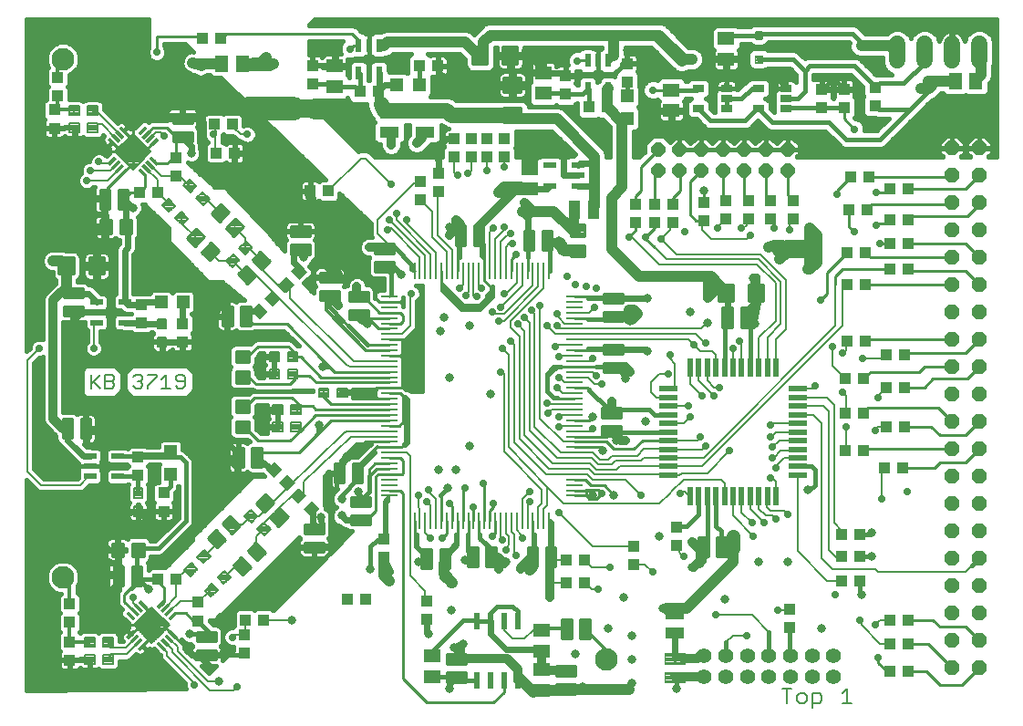
<source format=gbs>
G75*
G70*
%OFA0B0*%
%FSLAX24Y24*%
%IPPOS*%
%LPD*%
%AMOC8*
5,1,8,0,0,1.08239X$1,22.5*
%
%ADD10C,0.0070*%
%ADD11R,0.0630X0.0098*%
%ADD12R,0.0098X0.0630*%
%ADD13C,0.0070*%
%ADD14C,0.0031*%
%ADD15R,0.0362X0.0126*%
%ADD16C,0.0102*%
%ADD17C,0.0079*%
%ADD18R,0.0394X0.0433*%
%ADD19C,0.0087*%
%ADD20R,0.0472X0.0217*%
%ADD21R,0.0591X0.0512*%
%ADD22R,0.0402X0.0701*%
%ADD23R,0.0701X0.0402*%
%ADD24R,0.0433X0.0394*%
%ADD25R,0.0217X0.0472*%
%ADD26R,0.0512X0.0591*%
%ADD27C,0.0126*%
%ADD28R,0.0197X0.0709*%
%ADD29R,0.0709X0.0197*%
%ADD30C,0.0554*%
%ADD31C,0.0043*%
%ADD32R,0.0236X0.0591*%
%ADD33C,0.0827*%
%ADD34C,0.0600*%
%ADD35R,0.0390X0.0272*%
%ADD36C,0.0096*%
%ADD37C,0.0048*%
%ADD38R,0.0472X0.0472*%
%ADD39OC8,0.0560*%
%ADD40OC8,0.0515*%
%ADD41C,0.0100*%
%ADD42C,0.0280*%
%ADD43C,0.0320*%
%ADD44C,0.0160*%
%ADD45C,0.0240*%
%ADD46C,0.0320*%
%ADD47C,0.0860*%
%ADD48C,0.0280*%
%ADD49C,0.0080*%
%ADD50C,0.0400*%
%ADD51C,0.0090*%
%ADD52C,0.0120*%
%ADD53C,0.0760*%
%ADD54C,0.0500*%
%ADD55C,0.0148*%
%ADD56C,0.0560*%
%ADD57C,0.0660*%
D10*
X005386Y012574D02*
X005386Y013064D01*
X005468Y012819D02*
X005713Y012574D01*
X005901Y012574D02*
X005901Y013064D01*
X006147Y013064D01*
X006228Y012982D01*
X006228Y012900D01*
X006147Y012819D01*
X005901Y012819D01*
X005901Y012574D02*
X006147Y012574D01*
X006228Y012655D01*
X006228Y012737D01*
X006147Y012819D01*
X005713Y013064D02*
X005386Y012737D01*
X006933Y012655D02*
X007014Y012574D01*
X007178Y012574D01*
X007260Y012655D01*
X007260Y012737D01*
X007178Y012819D01*
X007096Y012819D01*
X007178Y012819D02*
X007260Y012900D01*
X007260Y012982D01*
X007178Y013064D01*
X007014Y013064D01*
X006933Y012982D01*
X007448Y013064D02*
X007775Y013064D01*
X007775Y012982D01*
X007448Y012655D01*
X007448Y012574D01*
X007964Y012574D02*
X008291Y012574D01*
X008127Y012574D02*
X008127Y013064D01*
X007964Y012900D01*
X008480Y012900D02*
X008561Y012819D01*
X008806Y012819D01*
X008806Y012982D02*
X008806Y012655D01*
X008725Y012574D01*
X008561Y012574D01*
X008480Y012655D01*
X008480Y012900D02*
X008480Y012982D01*
X008561Y013064D01*
X008725Y013064D01*
X008806Y012982D01*
X030636Y001604D02*
X030989Y001604D01*
X030813Y001604D02*
X030813Y001074D01*
X031188Y001162D02*
X031188Y001339D01*
X031277Y001427D01*
X031453Y001427D01*
X031542Y001339D01*
X031542Y001162D01*
X031453Y001074D01*
X031277Y001074D01*
X031188Y001162D01*
X031741Y001074D02*
X032006Y001074D01*
X032094Y001162D01*
X032094Y001339D01*
X032006Y001427D01*
X031741Y001427D01*
X031741Y000897D01*
X032846Y001074D02*
X033199Y001074D01*
X033022Y001074D02*
X033022Y001604D01*
X032846Y001427D01*
D11*
X023049Y008647D03*
X023049Y008844D03*
X023049Y009041D03*
X023049Y009237D03*
X023049Y009434D03*
X023049Y009631D03*
X023049Y009828D03*
X023049Y010025D03*
X023049Y010222D03*
X023049Y010418D03*
X023049Y010615D03*
X023049Y010812D03*
X023049Y011009D03*
X023049Y011206D03*
X023049Y011403D03*
X023049Y011600D03*
X023049Y011796D03*
X023049Y011993D03*
X023049Y012190D03*
X023049Y012387D03*
X023049Y012584D03*
X023049Y012781D03*
X023049Y012978D03*
X023049Y013174D03*
X023049Y013371D03*
X023049Y013568D03*
X023049Y013765D03*
X023049Y013962D03*
X023049Y014159D03*
X023049Y014355D03*
X023049Y014552D03*
X023049Y014749D03*
X023049Y014946D03*
X023049Y015143D03*
X023049Y015340D03*
X023049Y015537D03*
X023049Y015733D03*
X023049Y015930D03*
X016277Y015930D03*
X016277Y015733D03*
X016277Y015537D03*
X016277Y015340D03*
X016277Y015143D03*
X016277Y014946D03*
X016277Y014749D03*
X016277Y014552D03*
X016277Y014355D03*
X016277Y014159D03*
X016277Y013962D03*
X016277Y013765D03*
X016277Y013568D03*
X016277Y013371D03*
X016277Y013174D03*
X016277Y012978D03*
X016277Y012781D03*
X016277Y012584D03*
X016277Y012387D03*
X016277Y012190D03*
X016277Y011993D03*
X016277Y011796D03*
X016277Y011600D03*
X016277Y011403D03*
X016277Y011206D03*
X016277Y011009D03*
X016277Y010812D03*
X016277Y010615D03*
X016277Y010418D03*
X016277Y010222D03*
X016277Y010025D03*
X016277Y009828D03*
X016277Y009631D03*
X016277Y009434D03*
X016277Y009237D03*
X016277Y009041D03*
X016277Y008844D03*
X016277Y008647D03*
D12*
X017203Y007722D03*
X017400Y007722D03*
X017596Y007722D03*
X017793Y007722D03*
X017990Y007722D03*
X018187Y007722D03*
X018384Y007722D03*
X018581Y007722D03*
X018777Y007722D03*
X018974Y007722D03*
X019171Y007722D03*
X019368Y007722D03*
X019565Y007722D03*
X019762Y007722D03*
X019959Y007722D03*
X020155Y007722D03*
X020352Y007722D03*
X020549Y007722D03*
X020746Y007722D03*
X020943Y007722D03*
X021140Y007722D03*
X021337Y007722D03*
X021533Y007722D03*
X021730Y007722D03*
X021927Y007722D03*
X022124Y007722D03*
X022124Y016855D03*
X021927Y016855D03*
X021730Y016855D03*
X021533Y016855D03*
X021337Y016855D03*
X021140Y016855D03*
X020943Y016855D03*
X020746Y016855D03*
X020549Y016855D03*
X020352Y016855D03*
X020155Y016855D03*
X019959Y016855D03*
X019762Y016855D03*
X019565Y016855D03*
X019368Y016855D03*
X019171Y016855D03*
X018974Y016855D03*
X018777Y016855D03*
X018581Y016855D03*
X018384Y016855D03*
X018187Y016855D03*
X017990Y016855D03*
X017793Y016855D03*
X017596Y016855D03*
X017400Y016855D03*
X017203Y016855D03*
D13*
X006913Y021880D02*
X006259Y021226D01*
X006913Y021880D02*
X007567Y021226D01*
X006913Y020572D01*
X006259Y021226D01*
X006844Y020641D02*
X006982Y020641D01*
X007051Y020710D02*
X006775Y020710D01*
X006706Y020779D02*
X007120Y020779D01*
X007189Y020848D02*
X006637Y020848D01*
X006568Y020917D02*
X007258Y020917D01*
X007327Y020986D02*
X006499Y020986D01*
X006430Y021055D02*
X007396Y021055D01*
X007465Y021124D02*
X006361Y021124D01*
X006292Y021193D02*
X007534Y021193D01*
X007531Y021262D02*
X006295Y021262D01*
X006364Y021331D02*
X007462Y021331D01*
X007393Y021400D02*
X006433Y021400D01*
X006502Y021469D02*
X007324Y021469D01*
X007255Y021538D02*
X006571Y021538D01*
X006640Y021607D02*
X007186Y021607D01*
X007117Y021676D02*
X006709Y021676D01*
X006778Y021745D02*
X007048Y021745D01*
X006979Y021814D02*
X006847Y021814D01*
X006947Y003914D02*
X007601Y003260D01*
X006947Y003914D02*
X007601Y004568D01*
X008255Y003914D01*
X007601Y003260D01*
X007670Y003329D02*
X007532Y003329D01*
X007463Y003398D02*
X007739Y003398D01*
X007808Y003467D02*
X007394Y003467D01*
X007325Y003536D02*
X007877Y003536D01*
X007946Y003605D02*
X007256Y003605D01*
X007187Y003674D02*
X008015Y003674D01*
X008084Y003743D02*
X007118Y003743D01*
X007049Y003812D02*
X008153Y003812D01*
X008222Y003881D02*
X006980Y003881D01*
X006983Y003950D02*
X008219Y003950D01*
X008150Y004019D02*
X007052Y004019D01*
X007121Y004088D02*
X008081Y004088D01*
X008012Y004157D02*
X007190Y004157D01*
X007259Y004226D02*
X007943Y004226D01*
X007874Y004295D02*
X007328Y004295D01*
X007397Y004364D02*
X007805Y004364D01*
X007736Y004433D02*
X007466Y004433D01*
X007535Y004502D02*
X007667Y004502D01*
D14*
X007339Y004525D02*
X007105Y004759D01*
X007173Y004827D01*
X007407Y004593D01*
X007339Y004525D01*
X007369Y004555D02*
X007309Y004555D01*
X007279Y004585D02*
X007399Y004585D01*
X007385Y004615D02*
X007249Y004615D01*
X007219Y004645D02*
X007355Y004645D01*
X007325Y004675D02*
X007189Y004675D01*
X007159Y004705D02*
X007295Y004705D01*
X007265Y004735D02*
X007129Y004735D01*
X007111Y004765D02*
X007235Y004765D01*
X007205Y004795D02*
X007141Y004795D01*
X007171Y004825D02*
X007175Y004825D01*
X007525Y021488D02*
X007759Y021722D01*
X007827Y021654D01*
X007593Y021420D01*
X007525Y021488D01*
X007563Y021450D02*
X007623Y021450D01*
X007653Y021480D02*
X007533Y021480D01*
X007547Y021510D02*
X007683Y021510D01*
X007713Y021540D02*
X007577Y021540D01*
X007607Y021570D02*
X007743Y021570D01*
X007773Y021600D02*
X007637Y021600D01*
X007667Y021630D02*
X007803Y021630D01*
X007821Y021660D02*
X007697Y021660D01*
X007727Y021690D02*
X007791Y021690D01*
X007761Y021720D02*
X007757Y021720D01*
D15*
G36*
X007365Y021627D02*
X007620Y021882D01*
X007709Y021793D01*
X007454Y021538D01*
X007365Y021627D01*
G37*
G36*
X007226Y021767D02*
X007481Y022022D01*
X007570Y021933D01*
X007315Y021678D01*
X007226Y021767D01*
G37*
G36*
X007087Y021906D02*
X007342Y022161D01*
X007431Y022072D01*
X007176Y021817D01*
X007087Y021906D01*
G37*
G36*
X006651Y021817D02*
X006396Y022072D01*
X006485Y022161D01*
X006740Y021906D01*
X006651Y021817D01*
G37*
G36*
X006512Y021678D02*
X006257Y021933D01*
X006346Y022022D01*
X006601Y021767D01*
X006512Y021678D01*
G37*
G36*
X006373Y021538D02*
X006118Y021793D01*
X006207Y021882D01*
X006462Y021627D01*
X006373Y021538D01*
G37*
G36*
X006234Y021399D02*
X005979Y021654D01*
X006068Y021743D01*
X006323Y021488D01*
X006234Y021399D01*
G37*
G36*
X006323Y020964D02*
X006068Y020709D01*
X005979Y020798D01*
X006234Y021053D01*
X006323Y020964D01*
G37*
G36*
X006462Y020825D02*
X006207Y020570D01*
X006118Y020659D01*
X006373Y020914D01*
X006462Y020825D01*
G37*
G36*
X006601Y020685D02*
X006346Y020430D01*
X006257Y020519D01*
X006512Y020774D01*
X006601Y020685D01*
G37*
G36*
X006740Y020546D02*
X006485Y020291D01*
X006396Y020380D01*
X006651Y020635D01*
X006740Y020546D01*
G37*
G36*
X007176Y020635D02*
X007431Y020380D01*
X007342Y020291D01*
X007087Y020546D01*
X007176Y020635D01*
G37*
G36*
X007315Y020774D02*
X007570Y020519D01*
X007481Y020430D01*
X007226Y020685D01*
X007315Y020774D01*
G37*
G36*
X007454Y020914D02*
X007709Y020659D01*
X007620Y020570D01*
X007365Y020825D01*
X007454Y020914D01*
G37*
G36*
X007593Y021053D02*
X007848Y020798D01*
X007759Y020709D01*
X007504Y020964D01*
X007593Y021053D01*
G37*
G36*
X007774Y004593D02*
X008029Y004848D01*
X008118Y004759D01*
X007863Y004504D01*
X007774Y004593D01*
G37*
G36*
X007913Y004454D02*
X008168Y004709D01*
X008257Y004620D01*
X008002Y004365D01*
X007913Y004454D01*
G37*
G36*
X008052Y004315D02*
X008307Y004570D01*
X008396Y004481D01*
X008141Y004226D01*
X008052Y004315D01*
G37*
G36*
X008192Y004176D02*
X008447Y004431D01*
X008536Y004342D01*
X008281Y004087D01*
X008192Y004176D01*
G37*
G36*
X008281Y003740D02*
X008536Y003485D01*
X008447Y003396D01*
X008192Y003651D01*
X008281Y003740D01*
G37*
G36*
X008141Y003601D02*
X008396Y003346D01*
X008307Y003257D01*
X008052Y003512D01*
X008141Y003601D01*
G37*
G36*
X008002Y003462D02*
X008257Y003207D01*
X008168Y003118D01*
X007913Y003373D01*
X008002Y003462D01*
G37*
G36*
X007863Y003323D02*
X008118Y003068D01*
X008029Y002979D01*
X007774Y003234D01*
X007863Y003323D01*
G37*
G36*
X007428Y003234D02*
X007173Y002979D01*
X007084Y003068D01*
X007339Y003323D01*
X007428Y003234D01*
G37*
G36*
X007288Y003373D02*
X007033Y003118D01*
X006944Y003207D01*
X007199Y003462D01*
X007288Y003373D01*
G37*
G36*
X007149Y003512D02*
X006894Y003257D01*
X006805Y003346D01*
X007060Y003601D01*
X007149Y003512D01*
G37*
G36*
X007010Y003651D02*
X006755Y003396D01*
X006666Y003485D01*
X006921Y003740D01*
X007010Y003651D01*
G37*
G36*
X006921Y004087D02*
X006666Y004342D01*
X006755Y004431D01*
X007010Y004176D01*
X006921Y004087D01*
G37*
G36*
X007060Y004226D02*
X006805Y004481D01*
X006894Y004570D01*
X007149Y004315D01*
X007060Y004226D01*
G37*
G36*
X007199Y004365D02*
X006944Y004620D01*
X007033Y004709D01*
X007288Y004454D01*
X007199Y004365D01*
G37*
D16*
X007305Y006908D02*
X006895Y006908D01*
X007305Y006908D02*
X007305Y006420D01*
X006895Y006420D01*
X006895Y006908D01*
X006895Y006521D02*
X007305Y006521D01*
X007305Y006622D02*
X006895Y006622D01*
X006895Y006723D02*
X007305Y006723D01*
X007305Y006824D02*
X006895Y006824D01*
X006557Y006908D02*
X006147Y006908D01*
X006557Y006908D02*
X006557Y006420D01*
X006147Y006420D01*
X006147Y006908D01*
X006147Y006521D02*
X006557Y006521D01*
X006557Y006622D02*
X006147Y006622D01*
X006147Y006723D02*
X006557Y006723D01*
X006557Y006824D02*
X006147Y006824D01*
X009990Y006750D02*
X010280Y007040D01*
X009990Y006750D02*
X009646Y007094D01*
X009936Y007384D01*
X010280Y007040D01*
X010091Y006851D02*
X009889Y006851D01*
X009788Y006952D02*
X010192Y006952D01*
X010267Y007053D02*
X009687Y007053D01*
X009706Y007154D02*
X010166Y007154D01*
X010065Y007255D02*
X009807Y007255D01*
X009908Y007356D02*
X009964Y007356D01*
X010519Y007279D02*
X010809Y007569D01*
X010519Y007279D02*
X010175Y007623D01*
X010465Y007913D01*
X010809Y007569D01*
X010620Y007380D02*
X010418Y007380D01*
X010317Y007481D02*
X010721Y007481D01*
X010796Y007582D02*
X010216Y007582D01*
X010235Y007683D02*
X010695Y007683D01*
X010594Y007784D02*
X010336Y007784D01*
X010437Y007885D02*
X010493Y007885D01*
X011758Y008702D02*
X012048Y008412D01*
X011704Y008068D01*
X011414Y008358D01*
X011758Y008702D01*
X011805Y008169D02*
X011603Y008169D01*
X011502Y008270D02*
X011906Y008270D01*
X012007Y008371D02*
X011427Y008371D01*
X011528Y008472D02*
X011988Y008472D01*
X011887Y008573D02*
X011629Y008573D01*
X011730Y008674D02*
X011786Y008674D01*
X012287Y008173D02*
X012577Y007883D01*
X012233Y007539D01*
X011943Y007829D01*
X012287Y008173D01*
X012334Y007640D02*
X012132Y007640D01*
X012031Y007741D02*
X012435Y007741D01*
X012536Y007842D02*
X011956Y007842D01*
X012057Y007943D02*
X012517Y007943D01*
X012416Y008044D02*
X012158Y008044D01*
X012259Y008145D02*
X012315Y008145D01*
X011740Y006575D02*
X011450Y006285D01*
X011106Y006629D01*
X011396Y006919D01*
X011740Y006575D01*
X011551Y006386D02*
X011349Y006386D01*
X011248Y006487D02*
X011652Y006487D01*
X011727Y006588D02*
X011147Y006588D01*
X011166Y006689D02*
X011626Y006689D01*
X011525Y006790D02*
X011267Y006790D01*
X011368Y006891D02*
X011424Y006891D01*
X011211Y006046D02*
X010921Y005756D01*
X010577Y006100D01*
X010867Y006390D01*
X011211Y006046D01*
X011022Y005857D02*
X010820Y005857D01*
X010719Y005958D02*
X011123Y005958D01*
X011198Y006059D02*
X010618Y006059D01*
X010637Y006160D02*
X011097Y006160D01*
X010996Y006261D02*
X010738Y006261D01*
X010839Y006362D02*
X010895Y006362D01*
X011157Y010960D02*
X011157Y011370D01*
X011157Y010960D02*
X010669Y010960D01*
X010669Y011370D01*
X011157Y011370D01*
X011157Y011061D02*
X010669Y011061D01*
X010669Y011162D02*
X011157Y011162D01*
X011157Y011263D02*
X010669Y011263D01*
X010669Y011364D02*
X011157Y011364D01*
X011157Y011708D02*
X011157Y012118D01*
X011157Y011708D02*
X010669Y011708D01*
X010669Y012118D01*
X011157Y012118D01*
X011157Y011809D02*
X010669Y011809D01*
X010669Y011910D02*
X011157Y011910D01*
X011157Y012011D02*
X010669Y012011D01*
X010669Y012112D02*
X011157Y012112D01*
X010669Y012772D02*
X010669Y013182D01*
X011157Y013182D01*
X011157Y012772D01*
X010669Y012772D01*
X010669Y012873D02*
X011157Y012873D01*
X011157Y012974D02*
X010669Y012974D01*
X010669Y013075D02*
X011157Y013075D01*
X011157Y013176D02*
X010669Y013176D01*
X010669Y013520D02*
X010669Y013930D01*
X011157Y013930D01*
X011157Y013520D01*
X010669Y013520D01*
X010669Y013621D02*
X011157Y013621D01*
X011157Y013722D02*
X010669Y013722D01*
X010669Y013823D02*
X011157Y013823D01*
X011157Y013924D02*
X010669Y013924D01*
X010746Y016751D02*
X011036Y017041D01*
X011380Y016697D01*
X011090Y016407D01*
X010746Y016751D01*
X010989Y016508D02*
X011191Y016508D01*
X011292Y016609D02*
X010888Y016609D01*
X010787Y016710D02*
X011367Y016710D01*
X011266Y016811D02*
X010806Y016811D01*
X010907Y016912D02*
X011165Y016912D01*
X011064Y017013D02*
X011008Y017013D01*
X011275Y017280D02*
X011565Y017570D01*
X011909Y017226D01*
X011619Y016936D01*
X011275Y017280D01*
X011518Y017037D02*
X011720Y017037D01*
X011821Y017138D02*
X011417Y017138D01*
X011316Y017239D02*
X011896Y017239D01*
X011795Y017340D02*
X011335Y017340D01*
X011436Y017441D02*
X011694Y017441D01*
X011593Y017542D02*
X011537Y017542D01*
X010599Y018143D02*
X010309Y018433D01*
X010653Y018777D01*
X010943Y018487D01*
X010599Y018143D01*
X010700Y018244D02*
X010498Y018244D01*
X010397Y018345D02*
X010801Y018345D01*
X010902Y018446D02*
X010322Y018446D01*
X010423Y018547D02*
X010883Y018547D01*
X010782Y018648D02*
X010524Y018648D01*
X010625Y018749D02*
X010681Y018749D01*
X010070Y018672D02*
X009780Y018962D01*
X010124Y019306D01*
X010414Y019016D01*
X010070Y018672D01*
X010171Y018773D02*
X009969Y018773D01*
X009868Y018874D02*
X010272Y018874D01*
X010373Y018975D02*
X009793Y018975D01*
X009894Y019076D02*
X010354Y019076D01*
X010253Y019177D02*
X009995Y019177D01*
X010096Y019278D02*
X010152Y019278D01*
X008885Y018067D02*
X009175Y017777D01*
X008885Y018067D02*
X009229Y018411D01*
X009519Y018121D01*
X009175Y017777D01*
X009276Y017878D02*
X009074Y017878D01*
X008973Y017979D02*
X009377Y017979D01*
X009478Y018080D02*
X008898Y018080D01*
X008999Y018181D02*
X009459Y018181D01*
X009358Y018282D02*
X009100Y018282D01*
X009201Y018383D02*
X009257Y018383D01*
X009414Y017538D02*
X009704Y017248D01*
X009414Y017538D02*
X009758Y017882D01*
X010048Y017592D01*
X009704Y017248D01*
X009805Y017349D02*
X009603Y017349D01*
X009502Y017450D02*
X009906Y017450D01*
X010007Y017551D02*
X009427Y017551D01*
X009528Y017652D02*
X009988Y017652D01*
X009887Y017753D02*
X009629Y017753D01*
X009730Y017854D02*
X009786Y017854D01*
X006867Y018720D02*
X006457Y018720D01*
X006867Y018720D02*
X006867Y018232D01*
X006457Y018232D01*
X006457Y018720D01*
X006457Y018333D02*
X006867Y018333D01*
X006867Y018434D02*
X006457Y018434D01*
X006457Y018535D02*
X006867Y018535D01*
X006867Y018636D02*
X006457Y018636D01*
X006119Y018720D02*
X005709Y018720D01*
X006119Y018720D02*
X006119Y018232D01*
X005709Y018232D01*
X005709Y018720D01*
X005709Y018333D02*
X006119Y018333D01*
X006119Y018434D02*
X005709Y018434D01*
X005709Y018535D02*
X006119Y018535D01*
X006119Y018636D02*
X005709Y018636D01*
X022919Y018555D02*
X022919Y018145D01*
X022919Y018555D02*
X023407Y018555D01*
X023407Y018145D01*
X022919Y018145D01*
X022919Y018246D02*
X023407Y018246D01*
X023407Y018347D02*
X022919Y018347D01*
X022919Y018448D02*
X023407Y018448D01*
X023407Y018549D02*
X022919Y018549D01*
X022919Y017807D02*
X022919Y017397D01*
X022919Y017807D02*
X023407Y017807D01*
X023407Y017397D01*
X022919Y017397D01*
X022919Y017498D02*
X023407Y017498D01*
X023407Y017599D02*
X022919Y017599D01*
X022919Y017700D02*
X023407Y017700D01*
X023407Y017801D02*
X022919Y017801D01*
D17*
X014737Y012572D02*
X014383Y012572D01*
X014737Y012572D02*
X014737Y012256D01*
X014383Y012256D01*
X014383Y012572D01*
X014383Y012334D02*
X014737Y012334D01*
X014737Y012412D02*
X014383Y012412D01*
X014383Y012490D02*
X014737Y012490D01*
X014737Y012568D02*
X014383Y012568D01*
X014068Y012572D02*
X013714Y012572D01*
X014068Y012572D02*
X014068Y012256D01*
X013714Y012256D01*
X013714Y012572D01*
X013714Y012334D02*
X014068Y012334D01*
X014068Y012412D02*
X013714Y012412D01*
X013714Y012490D02*
X014068Y012490D01*
X014068Y012568D02*
X013714Y012568D01*
X012925Y012943D02*
X012571Y012943D01*
X012571Y013259D01*
X012925Y013259D01*
X012925Y012943D01*
X012925Y013021D02*
X012571Y013021D01*
X012571Y013099D02*
X012925Y013099D01*
X012925Y013177D02*
X012571Y013177D01*
X012571Y013255D02*
X012925Y013255D01*
X012925Y013568D02*
X012571Y013568D01*
X012571Y013884D01*
X012925Y013884D01*
X012925Y013568D01*
X012925Y013646D02*
X012571Y013646D01*
X012571Y013724D02*
X012925Y013724D01*
X012925Y013802D02*
X012571Y013802D01*
X012571Y013880D02*
X012925Y013880D01*
X012256Y013568D02*
X011902Y013568D01*
X011902Y013884D01*
X012256Y013884D01*
X012256Y013568D01*
X012256Y013646D02*
X011902Y013646D01*
X011902Y013724D02*
X012256Y013724D01*
X012256Y013802D02*
X011902Y013802D01*
X011902Y013880D02*
X012256Y013880D01*
X012256Y012943D02*
X011902Y012943D01*
X011902Y013259D01*
X012256Y013259D01*
X012256Y012943D01*
X012256Y013021D02*
X011902Y013021D01*
X011902Y013099D02*
X012256Y013099D01*
X012256Y013177D02*
X011902Y013177D01*
X011902Y013255D02*
X012256Y013255D01*
X012381Y011631D02*
X012027Y011631D01*
X012027Y011947D01*
X012381Y011947D01*
X012381Y011631D01*
X012381Y011709D02*
X012027Y011709D01*
X012027Y011787D02*
X012381Y011787D01*
X012381Y011865D02*
X012027Y011865D01*
X012027Y011943D02*
X012381Y011943D01*
X012696Y011631D02*
X013050Y011631D01*
X012696Y011631D02*
X012696Y011947D01*
X013050Y011947D01*
X013050Y011631D01*
X013050Y011709D02*
X012696Y011709D01*
X012696Y011787D02*
X013050Y011787D01*
X013050Y011865D02*
X012696Y011865D01*
X012696Y011943D02*
X013050Y011943D01*
X013050Y011006D02*
X012696Y011006D01*
X012696Y011322D01*
X013050Y011322D01*
X013050Y011006D01*
X013050Y011084D02*
X012696Y011084D01*
X012696Y011162D02*
X013050Y011162D01*
X013050Y011240D02*
X012696Y011240D01*
X012696Y011318D02*
X013050Y011318D01*
X012381Y011006D02*
X012027Y011006D01*
X012027Y011322D01*
X012381Y011322D01*
X012381Y011006D01*
X012381Y011084D02*
X012027Y011084D01*
X012027Y011162D02*
X012381Y011162D01*
X012381Y011240D02*
X012027Y011240D01*
X012027Y011318D02*
X012381Y011318D01*
X008134Y014089D02*
X008134Y014443D01*
X008134Y014089D02*
X007818Y014089D01*
X007818Y014443D01*
X008134Y014443D01*
X008134Y014167D02*
X007818Y014167D01*
X007818Y014245D02*
X008134Y014245D01*
X008134Y014323D02*
X007818Y014323D01*
X007818Y014401D02*
X008134Y014401D01*
X008134Y014759D02*
X008134Y015113D01*
X008134Y014759D02*
X007818Y014759D01*
X007818Y015113D01*
X008134Y015113D01*
X008134Y014837D02*
X007818Y014837D01*
X007818Y014915D02*
X008134Y014915D01*
X008134Y014993D02*
X007818Y014993D01*
X007818Y015071D02*
X008134Y015071D01*
X010543Y016999D02*
X010792Y017248D01*
X010543Y016999D02*
X010320Y017222D01*
X010569Y017471D01*
X010792Y017248D01*
X010621Y017077D02*
X010465Y017077D01*
X010387Y017155D02*
X010699Y017155D01*
X010777Y017233D02*
X010331Y017233D01*
X010409Y017311D02*
X010729Y017311D01*
X010651Y017389D02*
X010487Y017389D01*
X010565Y017467D02*
X010573Y017467D01*
X011016Y017472D02*
X011265Y017721D01*
X011016Y017472D02*
X010793Y017695D01*
X011042Y017944D01*
X011265Y017721D01*
X011094Y017550D02*
X010938Y017550D01*
X010860Y017628D02*
X011172Y017628D01*
X011250Y017706D02*
X010804Y017706D01*
X010882Y017784D02*
X011202Y017784D01*
X011124Y017862D02*
X010960Y017862D01*
X011038Y017940D02*
X011046Y017940D01*
X009484Y019265D02*
X009235Y019514D01*
X009458Y019737D01*
X009707Y019488D01*
X009484Y019265D01*
X009562Y019343D02*
X009406Y019343D01*
X009328Y019421D02*
X009640Y019421D01*
X009696Y019499D02*
X009250Y019499D01*
X009298Y019577D02*
X009618Y019577D01*
X009540Y019655D02*
X009376Y019655D01*
X009454Y019733D02*
X009462Y019733D01*
X009010Y019738D02*
X008761Y019987D01*
X008984Y020210D01*
X009233Y019961D01*
X009010Y019738D01*
X009088Y019816D02*
X008932Y019816D01*
X008854Y019894D02*
X009166Y019894D01*
X009222Y019972D02*
X008776Y019972D01*
X008824Y020050D02*
X009144Y020050D01*
X009066Y020128D02*
X008902Y020128D01*
X008980Y020206D02*
X008988Y020206D01*
X007981Y019269D02*
X008230Y019020D01*
X007981Y019269D02*
X008204Y019492D01*
X008453Y019243D01*
X008230Y019020D01*
X008308Y019098D02*
X008152Y019098D01*
X008074Y019176D02*
X008386Y019176D01*
X008442Y019254D02*
X007996Y019254D01*
X008044Y019332D02*
X008364Y019332D01*
X008286Y019410D02*
X008122Y019410D01*
X008200Y019488D02*
X008208Y019488D01*
X008454Y018796D02*
X008703Y018547D01*
X008454Y018796D02*
X008677Y019019D01*
X008926Y018770D01*
X008703Y018547D01*
X008781Y018625D02*
X008625Y018625D01*
X008547Y018703D02*
X008859Y018703D01*
X008915Y018781D02*
X008469Y018781D01*
X008517Y018859D02*
X008837Y018859D01*
X008759Y018937D02*
X008595Y018937D01*
X008673Y019015D02*
X008681Y019015D01*
X005612Y021943D02*
X005258Y021943D01*
X005258Y022259D01*
X005612Y022259D01*
X005612Y021943D01*
X005612Y022021D02*
X005258Y022021D01*
X005258Y022099D02*
X005612Y022099D01*
X005612Y022177D02*
X005258Y022177D01*
X005258Y022255D02*
X005612Y022255D01*
X005612Y022568D02*
X005258Y022568D01*
X005258Y022884D01*
X005612Y022884D01*
X005612Y022568D01*
X005612Y022646D02*
X005258Y022646D01*
X005258Y022724D02*
X005612Y022724D01*
X005612Y022802D02*
X005258Y022802D01*
X005258Y022880D02*
X005612Y022880D01*
X004943Y022568D02*
X004589Y022568D01*
X004589Y022884D01*
X004943Y022884D01*
X004943Y022568D01*
X004943Y022646D02*
X004589Y022646D01*
X004589Y022724D02*
X004943Y022724D01*
X004943Y022802D02*
X004589Y022802D01*
X004589Y022880D02*
X004943Y022880D01*
X004943Y021943D02*
X004589Y021943D01*
X004589Y022259D01*
X004943Y022259D01*
X004943Y021943D01*
X004943Y022021D02*
X004589Y022021D01*
X004589Y022099D02*
X004943Y022099D01*
X004943Y022177D02*
X004589Y022177D01*
X004589Y022255D02*
X004943Y022255D01*
X007259Y008925D02*
X007259Y008571D01*
X006943Y008571D01*
X006943Y008925D01*
X007259Y008925D01*
X007259Y008649D02*
X006943Y008649D01*
X006943Y008727D02*
X007259Y008727D01*
X007259Y008805D02*
X006943Y008805D01*
X006943Y008883D02*
X007259Y008883D01*
X007259Y008256D02*
X007259Y007902D01*
X006943Y007902D01*
X006943Y008256D01*
X007259Y008256D01*
X007259Y007980D02*
X006943Y007980D01*
X006943Y008058D02*
X007259Y008058D01*
X007259Y008136D02*
X006943Y008136D01*
X006943Y008214D02*
X007259Y008214D01*
X009490Y006183D02*
X009739Y006432D01*
X009490Y006183D02*
X009267Y006406D01*
X009516Y006655D01*
X009739Y006432D01*
X009568Y006261D02*
X009412Y006261D01*
X009334Y006339D02*
X009646Y006339D01*
X009724Y006417D02*
X009278Y006417D01*
X009356Y006495D02*
X009676Y006495D01*
X009598Y006573D02*
X009434Y006573D01*
X009512Y006651D02*
X009520Y006651D01*
X009265Y005959D02*
X009016Y005710D01*
X008793Y005933D01*
X009042Y006182D01*
X009265Y005959D01*
X009094Y005788D02*
X008938Y005788D01*
X008860Y005866D02*
X009172Y005866D01*
X009250Y005944D02*
X008804Y005944D01*
X008882Y006022D02*
X009202Y006022D01*
X009124Y006100D02*
X008960Y006100D01*
X009038Y006178D02*
X009046Y006178D01*
X010233Y005429D02*
X010482Y005678D01*
X010233Y005429D02*
X010010Y005652D01*
X010259Y005901D01*
X010482Y005678D01*
X010311Y005507D02*
X010155Y005507D01*
X010077Y005585D02*
X010389Y005585D01*
X010467Y005663D02*
X010021Y005663D01*
X010099Y005741D02*
X010419Y005741D01*
X010341Y005819D02*
X010177Y005819D01*
X010255Y005897D02*
X010263Y005897D01*
X010009Y005204D02*
X009760Y004955D01*
X009537Y005178D01*
X009786Y005427D01*
X010009Y005204D01*
X009838Y005033D02*
X009682Y005033D01*
X009604Y005111D02*
X009916Y005111D01*
X009994Y005189D02*
X009548Y005189D01*
X009626Y005267D02*
X009946Y005267D01*
X009868Y005345D02*
X009704Y005345D01*
X009782Y005423D02*
X009790Y005423D01*
X011715Y007191D02*
X011466Y007440D01*
X011689Y007663D01*
X011938Y007414D01*
X011715Y007191D01*
X011793Y007269D02*
X011637Y007269D01*
X011559Y007347D02*
X011871Y007347D01*
X011927Y007425D02*
X011481Y007425D01*
X011529Y007503D02*
X011849Y007503D01*
X011771Y007581D02*
X011607Y007581D01*
X011685Y007659D02*
X011693Y007659D01*
X011241Y007664D02*
X010992Y007913D01*
X011215Y008136D01*
X011464Y007887D01*
X011241Y007664D01*
X011319Y007742D02*
X011163Y007742D01*
X011085Y007820D02*
X011397Y007820D01*
X011453Y007898D02*
X011007Y007898D01*
X011055Y007976D02*
X011375Y007976D01*
X011297Y008054D02*
X011133Y008054D01*
X011211Y008132D02*
X011219Y008132D01*
X006175Y003131D02*
X005821Y003131D01*
X005821Y003447D01*
X006175Y003447D01*
X006175Y003131D01*
X006175Y003209D02*
X005821Y003209D01*
X005821Y003287D02*
X006175Y003287D01*
X006175Y003365D02*
X005821Y003365D01*
X005821Y003443D02*
X006175Y003443D01*
X005506Y003131D02*
X005152Y003131D01*
X005152Y003447D01*
X005506Y003447D01*
X005506Y003131D01*
X005506Y003209D02*
X005152Y003209D01*
X005152Y003287D02*
X005506Y003287D01*
X005506Y003365D02*
X005152Y003365D01*
X005152Y003443D02*
X005506Y003443D01*
X005506Y002506D02*
X005152Y002506D01*
X005152Y002822D01*
X005506Y002822D01*
X005506Y002506D01*
X005506Y002584D02*
X005152Y002584D01*
X005152Y002662D02*
X005506Y002662D01*
X005506Y002740D02*
X005152Y002740D01*
X005152Y002818D02*
X005506Y002818D01*
X005821Y002506D02*
X006175Y002506D01*
X005821Y002506D02*
X005821Y002822D01*
X006175Y002822D01*
X006175Y002506D01*
X006175Y002584D02*
X005821Y002584D01*
X005821Y002662D02*
X006175Y002662D01*
X006175Y002740D02*
X005821Y002740D01*
X005821Y002818D02*
X006175Y002818D01*
D18*
X007829Y005601D03*
X008498Y005601D03*
X011016Y004101D03*
X011685Y004101D03*
X014766Y004851D03*
X015435Y004851D03*
X016101Y006391D03*
X016101Y007061D03*
G36*
X013459Y008456D02*
X013738Y008177D01*
X013433Y007872D01*
X013154Y008151D01*
X013459Y008456D01*
G37*
G36*
X012986Y008930D02*
X013265Y008651D01*
X012960Y008346D01*
X012681Y008625D01*
X012986Y008930D01*
G37*
G36*
X012536Y008832D02*
X012257Y009111D01*
X012562Y009416D01*
X012841Y009137D01*
X012536Y008832D01*
G37*
G36*
X012063Y009305D02*
X011784Y009584D01*
X012089Y009889D01*
X012368Y009610D01*
X012063Y009305D01*
G37*
G36*
X011834Y015377D02*
X011555Y015098D01*
X011250Y015403D01*
X011529Y015682D01*
X011834Y015377D01*
G37*
G36*
X012308Y015850D02*
X012029Y015571D01*
X011724Y015876D01*
X012003Y016155D01*
X012308Y015850D01*
G37*
G36*
X012223Y016375D02*
X012502Y016654D01*
X012807Y016349D01*
X012528Y016070D01*
X012223Y016375D01*
G37*
G36*
X012696Y016848D02*
X012975Y017127D01*
X013280Y016822D01*
X013001Y016543D01*
X012696Y016848D01*
G37*
X013391Y019789D03*
X014060Y019789D03*
X010623Y021164D03*
X009954Y021164D03*
X009891Y022226D03*
X010560Y022226D03*
X013476Y023704D03*
X013476Y024373D03*
X015204Y023414D03*
X015873Y023414D03*
X017391Y024351D03*
X018061Y024351D03*
X022726Y023998D03*
X022726Y023329D03*
X023579Y022851D03*
X024248Y022851D03*
X032913Y022829D03*
X032913Y023498D03*
X033141Y020289D03*
X033810Y020289D03*
X034579Y019851D03*
X035248Y019851D03*
X035248Y018726D03*
X034579Y018726D03*
X033748Y019101D03*
X033079Y019101D03*
X034579Y017851D03*
X035248Y017851D03*
X035248Y016914D03*
X034579Y016914D03*
X033685Y016351D03*
X033016Y016351D03*
X033016Y017539D03*
X033685Y017539D03*
X033685Y014289D03*
X033016Y014289D03*
X034454Y013789D03*
X035123Y013789D03*
X035123Y012601D03*
X034454Y012601D03*
X033623Y012914D03*
X032954Y012914D03*
X032954Y011664D03*
X033623Y011664D03*
X034454Y011164D03*
X035123Y011164D03*
X033623Y010289D03*
X032954Y010289D03*
X034391Y009664D03*
X035060Y009664D03*
X033498Y007226D03*
X032829Y007226D03*
X032829Y006414D03*
X033498Y006414D03*
X033498Y005539D03*
X032829Y005539D03*
X034579Y004101D03*
X035248Y004101D03*
X035248Y003226D03*
X034579Y003226D03*
X034579Y002226D03*
X035248Y002226D03*
X023435Y005476D03*
X022766Y005476D03*
X022766Y006289D03*
X023435Y006289D03*
X007811Y019726D03*
X007141Y019726D03*
X009454Y025351D03*
X010123Y025351D03*
D19*
X009078Y022609D02*
X009078Y022263D01*
X008374Y022263D01*
X008374Y022609D01*
X009078Y022609D01*
X009078Y022349D02*
X008374Y022349D01*
X008374Y022435D02*
X009078Y022435D01*
X009078Y022521D02*
X008374Y022521D01*
X008374Y022607D02*
X009078Y022607D01*
X009078Y021939D02*
X009078Y021593D01*
X008374Y021593D01*
X008374Y021939D01*
X009078Y021939D01*
X009078Y021679D02*
X008374Y021679D01*
X008374Y021765D02*
X009078Y021765D01*
X009078Y021851D02*
X008374Y021851D01*
X008374Y021937D02*
X009078Y021937D01*
X006733Y019828D02*
X006387Y019828D01*
X006733Y019828D02*
X006733Y019124D01*
X006387Y019124D01*
X006387Y019828D01*
X006387Y019210D02*
X006733Y019210D01*
X006733Y019296D02*
X006387Y019296D01*
X006387Y019382D02*
X006733Y019382D01*
X006733Y019468D02*
X006387Y019468D01*
X006387Y019554D02*
X006733Y019554D01*
X006733Y019640D02*
X006387Y019640D01*
X006387Y019726D02*
X006733Y019726D01*
X006733Y019812D02*
X006387Y019812D01*
X006064Y019828D02*
X005718Y019828D01*
X006064Y019828D02*
X006064Y019124D01*
X005718Y019124D01*
X005718Y019828D01*
X005718Y019210D02*
X006064Y019210D01*
X006064Y019296D02*
X005718Y019296D01*
X005718Y019382D02*
X006064Y019382D01*
X006064Y019468D02*
X005718Y019468D01*
X005718Y019554D02*
X006064Y019554D01*
X006064Y019640D02*
X005718Y019640D01*
X005718Y019726D02*
X006064Y019726D01*
X006064Y019812D02*
X005718Y019812D01*
X004374Y016234D02*
X004374Y015888D01*
X004374Y016234D02*
X005078Y016234D01*
X005078Y015888D01*
X004374Y015888D01*
X004374Y015974D02*
X005078Y015974D01*
X005078Y016060D02*
X004374Y016060D01*
X004374Y016146D02*
X005078Y016146D01*
X005078Y016232D02*
X004374Y016232D01*
X004374Y015564D02*
X004374Y015218D01*
X004374Y015564D02*
X005078Y015564D01*
X005078Y015218D01*
X004374Y015218D01*
X004374Y015304D02*
X005078Y015304D01*
X005078Y015390D02*
X004374Y015390D01*
X004374Y015476D02*
X005078Y015476D01*
X005078Y015562D02*
X004374Y015562D01*
X010190Y014858D02*
X010536Y014858D01*
X010190Y014858D02*
X010190Y015562D01*
X010536Y015562D01*
X010536Y014858D01*
X010536Y014944D02*
X010190Y014944D01*
X010190Y015030D02*
X010536Y015030D01*
X010536Y015116D02*
X010190Y015116D01*
X010190Y015202D02*
X010536Y015202D01*
X010536Y015288D02*
X010190Y015288D01*
X010190Y015374D02*
X010536Y015374D01*
X010536Y015460D02*
X010190Y015460D01*
X010190Y015546D02*
X010536Y015546D01*
X010859Y014858D02*
X011205Y014858D01*
X010859Y014858D02*
X010859Y015562D01*
X011205Y015562D01*
X011205Y014858D01*
X011205Y014944D02*
X010859Y014944D01*
X010859Y015030D02*
X011205Y015030D01*
X011205Y015116D02*
X010859Y015116D01*
X010859Y015202D02*
X011205Y015202D01*
X011205Y015288D02*
X010859Y015288D01*
X010859Y015374D02*
X011205Y015374D01*
X011205Y015460D02*
X010859Y015460D01*
X010859Y015546D02*
X011205Y015546D01*
X014453Y015781D02*
X014453Y016127D01*
X014453Y015781D02*
X013749Y015781D01*
X013749Y016127D01*
X014453Y016127D01*
X014453Y015867D02*
X013749Y015867D01*
X013749Y015953D02*
X014453Y015953D01*
X014453Y016039D02*
X013749Y016039D01*
X013749Y016125D02*
X014453Y016125D01*
X014453Y016450D02*
X014453Y016796D01*
X014453Y016450D02*
X013749Y016450D01*
X013749Y016796D01*
X014453Y016796D01*
X014453Y016536D02*
X013749Y016536D01*
X013749Y016622D02*
X014453Y016622D01*
X014453Y016708D02*
X013749Y016708D01*
X013749Y016794D02*
X014453Y016794D01*
X014811Y016109D02*
X014811Y015763D01*
X014811Y016109D02*
X015515Y016109D01*
X015515Y015763D01*
X014811Y015763D01*
X014811Y015849D02*
X015515Y015849D01*
X015515Y015935D02*
X014811Y015935D01*
X014811Y016021D02*
X015515Y016021D01*
X015515Y016107D02*
X014811Y016107D01*
X014811Y015439D02*
X014811Y015093D01*
X014811Y015439D02*
X015515Y015439D01*
X015515Y015093D01*
X014811Y015093D01*
X014811Y015179D02*
X015515Y015179D01*
X015515Y015265D02*
X014811Y015265D01*
X014811Y015351D02*
X015515Y015351D01*
X015515Y015437D02*
X014811Y015437D01*
X015749Y016843D02*
X015749Y017189D01*
X016453Y017189D01*
X016453Y016843D01*
X015749Y016843D01*
X015749Y016929D02*
X016453Y016929D01*
X016453Y017015D02*
X015749Y017015D01*
X015749Y017101D02*
X016453Y017101D01*
X016453Y017187D02*
X015749Y017187D01*
X015749Y017513D02*
X015749Y017859D01*
X016453Y017859D01*
X016453Y017513D01*
X015749Y017513D01*
X015749Y017599D02*
X016453Y017599D01*
X016453Y017685D02*
X015749Y017685D01*
X015749Y017771D02*
X016453Y017771D01*
X016453Y017857D02*
X015749Y017857D01*
X012686Y017814D02*
X012686Y017468D01*
X012686Y017814D02*
X013390Y017814D01*
X013390Y017468D01*
X012686Y017468D01*
X012686Y017554D02*
X013390Y017554D01*
X013390Y017640D02*
X012686Y017640D01*
X012686Y017726D02*
X013390Y017726D01*
X013390Y017812D02*
X012686Y017812D01*
X012686Y018138D02*
X012686Y018484D01*
X013390Y018484D01*
X013390Y018138D01*
X012686Y018138D01*
X012686Y018224D02*
X013390Y018224D01*
X013390Y018310D02*
X012686Y018310D01*
X012686Y018396D02*
X013390Y018396D01*
X013390Y018482D02*
X012686Y018482D01*
X018718Y018516D02*
X019064Y018516D01*
X019064Y017812D01*
X018718Y017812D01*
X018718Y018516D01*
X018718Y017898D02*
X019064Y017898D01*
X019064Y017984D02*
X018718Y017984D01*
X018718Y018070D02*
X019064Y018070D01*
X019064Y018156D02*
X018718Y018156D01*
X018718Y018242D02*
X019064Y018242D01*
X019064Y018328D02*
X018718Y018328D01*
X018718Y018414D02*
X019064Y018414D01*
X019064Y018500D02*
X018718Y018500D01*
X019387Y018516D02*
X019733Y018516D01*
X019733Y017812D01*
X019387Y017812D01*
X019387Y018516D01*
X019387Y017898D02*
X019733Y017898D01*
X019733Y017984D02*
X019387Y017984D01*
X019387Y018070D02*
X019733Y018070D01*
X019733Y018156D02*
X019387Y018156D01*
X019387Y018242D02*
X019733Y018242D01*
X019733Y018328D02*
X019387Y018328D01*
X019387Y018414D02*
X019733Y018414D01*
X019733Y018500D02*
X019387Y018500D01*
X021218Y017624D02*
X021564Y017624D01*
X021218Y017624D02*
X021218Y018328D01*
X021564Y018328D01*
X021564Y017624D01*
X021564Y017710D02*
X021218Y017710D01*
X021218Y017796D02*
X021564Y017796D01*
X021564Y017882D02*
X021218Y017882D01*
X021218Y017968D02*
X021564Y017968D01*
X021564Y018054D02*
X021218Y018054D01*
X021218Y018140D02*
X021564Y018140D01*
X021564Y018226D02*
X021218Y018226D01*
X021218Y018312D02*
X021564Y018312D01*
X021887Y017624D02*
X022233Y017624D01*
X021887Y017624D02*
X021887Y018328D01*
X022233Y018328D01*
X022233Y017624D01*
X022233Y017710D02*
X021887Y017710D01*
X021887Y017796D02*
X022233Y017796D01*
X022233Y017882D02*
X021887Y017882D01*
X021887Y017968D02*
X022233Y017968D01*
X022233Y018054D02*
X021887Y018054D01*
X021887Y018140D02*
X022233Y018140D01*
X022233Y018226D02*
X021887Y018226D01*
X021887Y018312D02*
X022233Y018312D01*
X024124Y016046D02*
X024124Y015700D01*
X024124Y016046D02*
X024828Y016046D01*
X024828Y015700D01*
X024124Y015700D01*
X024124Y015786D02*
X024828Y015786D01*
X024828Y015872D02*
X024124Y015872D01*
X024124Y015958D02*
X024828Y015958D01*
X024828Y016044D02*
X024124Y016044D01*
X024124Y015377D02*
X024124Y015031D01*
X024124Y015377D02*
X024828Y015377D01*
X024828Y015031D01*
X024124Y015031D01*
X024124Y015117D02*
X024828Y015117D01*
X024828Y015203D02*
X024124Y015203D01*
X024124Y015289D02*
X024828Y015289D01*
X024828Y015375D02*
X024124Y015375D01*
X024124Y014171D02*
X024124Y013825D01*
X024124Y014171D02*
X024828Y014171D01*
X024828Y013825D01*
X024124Y013825D01*
X024124Y013911D02*
X024828Y013911D01*
X024828Y013997D02*
X024124Y013997D01*
X024124Y014083D02*
X024828Y014083D01*
X024828Y014169D02*
X024124Y014169D01*
X024124Y013502D02*
X024124Y013156D01*
X024124Y013502D02*
X024828Y013502D01*
X024828Y013156D01*
X024124Y013156D01*
X024124Y013242D02*
X024828Y013242D01*
X024828Y013328D02*
X024124Y013328D01*
X024124Y013414D02*
X024828Y013414D01*
X024828Y013500D02*
X024124Y013500D01*
X024765Y011859D02*
X024765Y011513D01*
X024061Y011513D01*
X024061Y011859D01*
X024765Y011859D01*
X024765Y011599D02*
X024061Y011599D01*
X024061Y011685D02*
X024765Y011685D01*
X024765Y011771D02*
X024061Y011771D01*
X024061Y011857D02*
X024765Y011857D01*
X024765Y011189D02*
X024765Y010843D01*
X024061Y010843D01*
X024061Y011189D01*
X024765Y011189D01*
X024765Y010929D02*
X024061Y010929D01*
X024061Y011015D02*
X024765Y011015D01*
X024765Y011101D02*
X024061Y011101D01*
X024061Y011187D02*
X024765Y011187D01*
X028468Y015516D02*
X028814Y015516D01*
X028814Y014812D01*
X028468Y014812D01*
X028468Y015516D01*
X028468Y014898D02*
X028814Y014898D01*
X028814Y014984D02*
X028468Y014984D01*
X028468Y015070D02*
X028814Y015070D01*
X028814Y015156D02*
X028468Y015156D01*
X028468Y015242D02*
X028814Y015242D01*
X028814Y015328D02*
X028468Y015328D01*
X028468Y015414D02*
X028814Y015414D01*
X028814Y015500D02*
X028468Y015500D01*
X029137Y015516D02*
X029483Y015516D01*
X029483Y014812D01*
X029137Y014812D01*
X029137Y015516D01*
X029137Y014898D02*
X029483Y014898D01*
X029483Y014984D02*
X029137Y014984D01*
X029137Y015070D02*
X029483Y015070D01*
X029483Y015156D02*
X029137Y015156D01*
X029137Y015242D02*
X029483Y015242D01*
X029483Y015328D02*
X029137Y015328D01*
X029137Y015414D02*
X029483Y015414D01*
X029483Y015500D02*
X029137Y015500D01*
X028608Y006437D02*
X028262Y006437D01*
X028262Y007141D01*
X028608Y007141D01*
X028608Y006437D01*
X028608Y006523D02*
X028262Y006523D01*
X028262Y006609D02*
X028608Y006609D01*
X028608Y006695D02*
X028262Y006695D01*
X028262Y006781D02*
X028608Y006781D01*
X028608Y006867D02*
X028262Y006867D01*
X028262Y006953D02*
X028608Y006953D01*
X028608Y007039D02*
X028262Y007039D01*
X028262Y007125D02*
X028608Y007125D01*
X027939Y006437D02*
X027593Y006437D01*
X027593Y007141D01*
X027939Y007141D01*
X027939Y006437D01*
X027939Y006523D02*
X027593Y006523D01*
X027593Y006609D02*
X027939Y006609D01*
X027939Y006695D02*
X027593Y006695D01*
X027593Y006781D02*
X027939Y006781D01*
X027939Y006867D02*
X027593Y006867D01*
X027593Y006953D02*
X027939Y006953D01*
X027939Y007039D02*
X027593Y007039D01*
X027593Y007125D02*
X027939Y007125D01*
X023608Y003437D02*
X023262Y003437D01*
X023262Y004141D01*
X023608Y004141D01*
X023608Y003437D01*
X023608Y003523D02*
X023262Y003523D01*
X023262Y003609D02*
X023608Y003609D01*
X023608Y003695D02*
X023262Y003695D01*
X023262Y003781D02*
X023608Y003781D01*
X023608Y003867D02*
X023262Y003867D01*
X023262Y003953D02*
X023608Y003953D01*
X023608Y004039D02*
X023262Y004039D01*
X023262Y004125D02*
X023608Y004125D01*
X022939Y003437D02*
X022593Y003437D01*
X022593Y004141D01*
X022939Y004141D01*
X022939Y003437D01*
X022939Y003523D02*
X022593Y003523D01*
X022593Y003609D02*
X022939Y003609D01*
X022939Y003695D02*
X022593Y003695D01*
X022593Y003781D02*
X022939Y003781D01*
X022939Y003867D02*
X022593Y003867D01*
X022593Y003953D02*
X022939Y003953D01*
X022939Y004039D02*
X022593Y004039D01*
X022593Y004125D02*
X022939Y004125D01*
X022374Y002421D02*
X022374Y002075D01*
X022374Y002421D02*
X023078Y002421D01*
X023078Y002075D01*
X022374Y002075D01*
X022374Y002161D02*
X023078Y002161D01*
X023078Y002247D02*
X022374Y002247D01*
X022374Y002333D02*
X023078Y002333D01*
X023078Y002419D02*
X022374Y002419D01*
X022374Y001752D02*
X022374Y001406D01*
X022374Y001752D02*
X023078Y001752D01*
X023078Y001406D01*
X022374Y001406D01*
X022374Y001492D02*
X023078Y001492D01*
X023078Y001578D02*
X022374Y001578D01*
X022374Y001664D02*
X023078Y001664D01*
X023078Y001750D02*
X022374Y001750D01*
X018374Y001843D02*
X018374Y002189D01*
X019078Y002189D01*
X019078Y001843D01*
X018374Y001843D01*
X018374Y001929D02*
X019078Y001929D01*
X019078Y002015D02*
X018374Y002015D01*
X018374Y002101D02*
X019078Y002101D01*
X019078Y002187D02*
X018374Y002187D01*
X018374Y002513D02*
X018374Y002859D01*
X019078Y002859D01*
X019078Y002513D01*
X018374Y002513D01*
X018374Y002599D02*
X019078Y002599D01*
X019078Y002685D02*
X018374Y002685D01*
X018374Y002771D02*
X019078Y002771D01*
X019078Y002857D02*
X018374Y002857D01*
X018483Y005999D02*
X018137Y005999D01*
X018137Y006703D01*
X018483Y006703D01*
X018483Y005999D01*
X018483Y006085D02*
X018137Y006085D01*
X018137Y006171D02*
X018483Y006171D01*
X018483Y006257D02*
X018137Y006257D01*
X018137Y006343D02*
X018483Y006343D01*
X018483Y006429D02*
X018137Y006429D01*
X018137Y006515D02*
X018483Y006515D01*
X018483Y006601D02*
X018137Y006601D01*
X018137Y006687D02*
X018483Y006687D01*
X019156Y006062D02*
X019502Y006062D01*
X019156Y006062D02*
X019156Y006766D01*
X019502Y006766D01*
X019502Y006062D01*
X019502Y006148D02*
X019156Y006148D01*
X019156Y006234D02*
X019502Y006234D01*
X019502Y006320D02*
X019156Y006320D01*
X019156Y006406D02*
X019502Y006406D01*
X019502Y006492D02*
X019156Y006492D01*
X019156Y006578D02*
X019502Y006578D01*
X019502Y006664D02*
X019156Y006664D01*
X019156Y006750D02*
X019502Y006750D01*
X019825Y006062D02*
X020171Y006062D01*
X019825Y006062D02*
X019825Y006766D01*
X020171Y006766D01*
X020171Y006062D01*
X020171Y006148D02*
X019825Y006148D01*
X019825Y006234D02*
X020171Y006234D01*
X020171Y006320D02*
X019825Y006320D01*
X019825Y006406D02*
X020171Y006406D01*
X020171Y006492D02*
X019825Y006492D01*
X019825Y006578D02*
X020171Y006578D01*
X020171Y006664D02*
X019825Y006664D01*
X019825Y006750D02*
X020171Y006750D01*
X021343Y006766D02*
X021689Y006766D01*
X021689Y006062D01*
X021343Y006062D01*
X021343Y006766D01*
X021343Y006148D02*
X021689Y006148D01*
X021689Y006234D02*
X021343Y006234D01*
X021343Y006320D02*
X021689Y006320D01*
X021689Y006406D02*
X021343Y006406D01*
X021343Y006492D02*
X021689Y006492D01*
X021689Y006578D02*
X021343Y006578D01*
X021343Y006664D02*
X021689Y006664D01*
X021689Y006750D02*
X021343Y006750D01*
X022012Y006766D02*
X022358Y006766D01*
X022358Y006062D01*
X022012Y006062D01*
X022012Y006766D01*
X022012Y006148D02*
X022358Y006148D01*
X022358Y006234D02*
X022012Y006234D01*
X022012Y006320D02*
X022358Y006320D01*
X022358Y006406D02*
X022012Y006406D01*
X022012Y006492D02*
X022358Y006492D01*
X022358Y006578D02*
X022012Y006578D01*
X022012Y006664D02*
X022358Y006664D01*
X022358Y006750D02*
X022012Y006750D01*
X017814Y005999D02*
X017468Y005999D01*
X017468Y006703D01*
X017814Y006703D01*
X017814Y005999D01*
X017814Y006085D02*
X017468Y006085D01*
X017468Y006171D02*
X017814Y006171D01*
X017814Y006257D02*
X017468Y006257D01*
X017468Y006343D02*
X017814Y006343D01*
X017814Y006429D02*
X017468Y006429D01*
X017468Y006515D02*
X017814Y006515D01*
X017814Y006601D02*
X017468Y006601D01*
X017468Y006687D02*
X017814Y006687D01*
X015578Y007593D02*
X015578Y007939D01*
X015578Y007593D02*
X014874Y007593D01*
X014874Y007939D01*
X015578Y007939D01*
X015578Y007679D02*
X014874Y007679D01*
X014874Y007765D02*
X015578Y007765D01*
X015578Y007851D02*
X014874Y007851D01*
X014874Y007937D02*
X015578Y007937D01*
X015578Y008263D02*
X015578Y008609D01*
X015578Y008263D02*
X014874Y008263D01*
X014874Y008609D01*
X015578Y008609D01*
X015578Y008349D02*
X014874Y008349D01*
X014874Y008435D02*
X015578Y008435D01*
X015578Y008521D02*
X014874Y008521D01*
X014874Y008607D02*
X015578Y008607D01*
X015296Y009828D02*
X014950Y009828D01*
X015296Y009828D02*
X015296Y009124D01*
X014950Y009124D01*
X014950Y009828D01*
X014950Y009210D02*
X015296Y009210D01*
X015296Y009296D02*
X014950Y009296D01*
X014950Y009382D02*
X015296Y009382D01*
X015296Y009468D02*
X014950Y009468D01*
X014950Y009554D02*
X015296Y009554D01*
X015296Y009640D02*
X014950Y009640D01*
X014950Y009726D02*
X015296Y009726D01*
X015296Y009812D02*
X014950Y009812D01*
X014627Y009828D02*
X014281Y009828D01*
X014627Y009828D02*
X014627Y009124D01*
X014281Y009124D01*
X014281Y009828D01*
X014281Y009210D02*
X014627Y009210D01*
X014627Y009296D02*
X014281Y009296D01*
X014281Y009382D02*
X014627Y009382D01*
X014627Y009468D02*
X014281Y009468D01*
X014281Y009554D02*
X014627Y009554D01*
X014627Y009640D02*
X014281Y009640D01*
X014281Y009726D02*
X014627Y009726D01*
X014627Y009812D02*
X014281Y009812D01*
X011608Y009687D02*
X011262Y009687D01*
X011262Y010391D01*
X011608Y010391D01*
X011608Y009687D01*
X011608Y009773D02*
X011262Y009773D01*
X011262Y009859D02*
X011608Y009859D01*
X011608Y009945D02*
X011262Y009945D01*
X011262Y010031D02*
X011608Y010031D01*
X011608Y010117D02*
X011262Y010117D01*
X011262Y010203D02*
X011608Y010203D01*
X011608Y010289D02*
X011262Y010289D01*
X011262Y010375D02*
X011608Y010375D01*
X010939Y009687D02*
X010593Y009687D01*
X010593Y010391D01*
X010939Y010391D01*
X010939Y009687D01*
X010939Y009773D02*
X010593Y009773D01*
X010593Y009859D02*
X010939Y009859D01*
X010939Y009945D02*
X010593Y009945D01*
X010593Y010031D02*
X010939Y010031D01*
X010939Y010117D02*
X010593Y010117D01*
X010593Y010203D02*
X010939Y010203D01*
X010939Y010289D02*
X010593Y010289D01*
X010593Y010375D02*
X010939Y010375D01*
X013890Y007609D02*
X013890Y007263D01*
X013186Y007263D01*
X013186Y007609D01*
X013890Y007609D01*
X013890Y007349D02*
X013186Y007349D01*
X013186Y007435D02*
X013890Y007435D01*
X013890Y007521D02*
X013186Y007521D01*
X013186Y007607D02*
X013890Y007607D01*
X013890Y006939D02*
X013890Y006593D01*
X013186Y006593D01*
X013186Y006939D01*
X013890Y006939D01*
X013890Y006679D02*
X013186Y006679D01*
X013186Y006765D02*
X013890Y006765D01*
X013890Y006851D02*
X013186Y006851D01*
X013186Y006937D02*
X013890Y006937D01*
X009249Y003671D02*
X009249Y003325D01*
X009249Y003671D02*
X009953Y003671D01*
X009953Y003325D01*
X009249Y003325D01*
X009249Y003411D02*
X009953Y003411D01*
X009953Y003497D02*
X009249Y003497D01*
X009249Y003583D02*
X009953Y003583D01*
X009953Y003669D02*
X009249Y003669D01*
X009249Y003002D02*
X009249Y002656D01*
X009249Y003002D02*
X009953Y003002D01*
X009953Y002656D01*
X009249Y002656D01*
X009249Y002742D02*
X009953Y002742D01*
X009953Y002828D02*
X009249Y002828D01*
X009249Y002914D02*
X009953Y002914D01*
X009953Y003000D02*
X009249Y003000D01*
X007233Y006078D02*
X006887Y006078D01*
X007233Y006078D02*
X007233Y005374D01*
X006887Y005374D01*
X006887Y006078D01*
X006887Y005460D02*
X007233Y005460D01*
X007233Y005546D02*
X006887Y005546D01*
X006887Y005632D02*
X007233Y005632D01*
X007233Y005718D02*
X006887Y005718D01*
X006887Y005804D02*
X007233Y005804D01*
X007233Y005890D02*
X006887Y005890D01*
X006887Y005976D02*
X007233Y005976D01*
X007233Y006062D02*
X006887Y006062D01*
X006564Y006078D02*
X006218Y006078D01*
X006564Y006078D02*
X006564Y005374D01*
X006218Y005374D01*
X006218Y006078D01*
X006218Y005460D02*
X006564Y005460D01*
X006564Y005546D02*
X006218Y005546D01*
X006218Y005632D02*
X006564Y005632D01*
X006564Y005718D02*
X006218Y005718D01*
X006218Y005804D02*
X006564Y005804D01*
X006564Y005890D02*
X006218Y005890D01*
X006218Y005976D02*
X006564Y005976D01*
X006564Y006062D02*
X006218Y006062D01*
X005358Y010749D02*
X005012Y010749D01*
X005012Y011453D01*
X005358Y011453D01*
X005358Y010749D01*
X005358Y010835D02*
X005012Y010835D01*
X005012Y010921D02*
X005358Y010921D01*
X005358Y011007D02*
X005012Y011007D01*
X005012Y011093D02*
X005358Y011093D01*
X005358Y011179D02*
X005012Y011179D01*
X005012Y011265D02*
X005358Y011265D01*
X005358Y011351D02*
X005012Y011351D01*
X005012Y011437D02*
X005358Y011437D01*
X004689Y010749D02*
X004343Y010749D01*
X004343Y011453D01*
X004689Y011453D01*
X004689Y010749D01*
X004689Y010835D02*
X004343Y010835D01*
X004343Y010921D02*
X004689Y010921D01*
X004689Y011007D02*
X004343Y011007D01*
X004343Y011093D02*
X004689Y011093D01*
X004689Y011179D02*
X004343Y011179D01*
X004343Y011265D02*
X004689Y011265D01*
X004689Y011351D02*
X004343Y011351D01*
X004343Y011437D02*
X004689Y011437D01*
D20*
X005339Y010100D03*
X005339Y009726D03*
X005339Y009352D03*
X006363Y009352D03*
X006363Y010100D03*
X006613Y014977D03*
X006613Y015725D03*
X005589Y015725D03*
X005589Y015351D03*
X005589Y014977D03*
X022151Y019977D03*
X022151Y020725D03*
X023175Y020725D03*
X023175Y020351D03*
X023175Y019977D03*
D21*
X021413Y019852D03*
X021413Y020600D03*
X021913Y023352D03*
X021913Y024100D03*
X026601Y023475D03*
X026601Y022727D03*
X028601Y024602D03*
X028601Y025350D03*
X014288Y024350D03*
X014288Y023602D03*
X021851Y003725D03*
X021851Y002977D03*
X021851Y002288D03*
X021851Y001540D03*
X017851Y002039D03*
X017851Y002788D03*
D22*
X023063Y019101D03*
X023764Y019101D03*
D23*
X017601Y021938D03*
X017601Y022639D03*
X016288Y022639D03*
X016288Y021938D03*
X026726Y004326D03*
X026726Y003626D03*
D24*
X025226Y006141D03*
X025226Y006811D03*
X026788Y006829D03*
X026788Y007498D03*
X030913Y004498D03*
X030913Y003829D03*
X017663Y004141D03*
X017663Y004811D03*
X010976Y003561D03*
X010976Y002891D03*
X009288Y004079D03*
X009288Y004748D03*
X004601Y004686D03*
X004601Y004016D03*
X004601Y003311D03*
X004601Y002641D03*
X008038Y008079D03*
X008038Y008748D03*
X007101Y009391D03*
X007101Y010061D03*
X008726Y014266D03*
X008726Y014936D03*
X007226Y014954D03*
X007226Y015623D03*
X008476Y020329D03*
X008476Y020998D03*
X004038Y022079D03*
X004038Y022748D03*
X004163Y023266D03*
X004163Y023936D03*
X017413Y020123D03*
X018101Y020436D03*
X018663Y021016D03*
X019288Y021016D03*
X019851Y021016D03*
X020476Y021016D03*
X020476Y021686D03*
X019851Y021686D03*
X019288Y021686D03*
X018663Y021686D03*
X018101Y019766D03*
X017413Y019454D03*
X024976Y023766D03*
X024976Y024436D03*
X032101Y023498D03*
X032101Y022829D03*
X034038Y022891D03*
X034038Y023561D03*
X031038Y019436D03*
X031038Y018766D03*
X030226Y018766D03*
X030226Y019436D03*
X029413Y019436D03*
X029413Y018766D03*
X028601Y018766D03*
X028601Y019436D03*
X027788Y019373D03*
X027788Y018704D03*
X026663Y018641D03*
X025976Y018641D03*
X025288Y018641D03*
X025288Y019311D03*
X025976Y019311D03*
X026663Y019311D03*
D25*
X024287Y023527D03*
X023539Y023527D03*
X023539Y024550D03*
X023913Y024550D03*
X024287Y024550D03*
X015912Y024089D03*
X015164Y024089D03*
X015164Y025113D03*
X015538Y025113D03*
X015912Y025113D03*
D26*
X013537Y022788D03*
X012789Y022788D03*
X010912Y024414D03*
X010164Y024414D03*
X030977Y017664D03*
X031725Y017664D03*
X036977Y023789D03*
X037725Y023789D03*
D27*
X029966Y015748D02*
X029462Y015748D01*
X029462Y016330D01*
X029966Y016330D01*
X029966Y015748D01*
X029966Y015873D02*
X029462Y015873D01*
X029462Y015998D02*
X029966Y015998D01*
X029966Y016123D02*
X029462Y016123D01*
X029462Y016248D02*
X029966Y016248D01*
X028864Y015748D02*
X028360Y015748D01*
X028360Y016330D01*
X028864Y016330D01*
X028864Y015748D01*
X028864Y015873D02*
X028360Y015873D01*
X028360Y015998D02*
X028864Y015998D01*
X028864Y016123D02*
X028360Y016123D01*
X028360Y016248D02*
X028864Y016248D01*
X021079Y022298D02*
X021079Y022802D01*
X021079Y022298D02*
X020497Y022298D01*
X020497Y022802D01*
X021079Y022802D01*
X021079Y022423D02*
X020497Y022423D01*
X020497Y022548D02*
X021079Y022548D01*
X021079Y022673D02*
X020497Y022673D01*
X020497Y022798D02*
X021079Y022798D01*
X021079Y023400D02*
X021079Y023904D01*
X021079Y023400D02*
X020497Y023400D01*
X020497Y023904D01*
X021079Y023904D01*
X021079Y023525D02*
X020497Y023525D01*
X020497Y023650D02*
X021079Y023650D01*
X021079Y023775D02*
X020497Y023775D01*
X020497Y023900D02*
X021079Y023900D01*
X020966Y024435D02*
X020462Y024435D01*
X020462Y025017D01*
X020966Y025017D01*
X020966Y024435D01*
X020966Y024560D02*
X020462Y024560D01*
X020462Y024685D02*
X020966Y024685D01*
X020966Y024810D02*
X020462Y024810D01*
X020462Y024935D02*
X020966Y024935D01*
X019864Y024435D02*
X019360Y024435D01*
X019360Y025017D01*
X019864Y025017D01*
X019864Y024435D01*
X019864Y024560D02*
X019360Y024560D01*
X019360Y024685D02*
X019864Y024685D01*
X019864Y024810D02*
X019360Y024810D01*
X019360Y024935D02*
X019864Y024935D01*
X005842Y016748D02*
X005338Y016748D01*
X005338Y017330D01*
X005842Y017330D01*
X005842Y016748D01*
X005842Y016873D02*
X005338Y016873D01*
X005338Y016998D02*
X005842Y016998D01*
X005842Y017123D02*
X005338Y017123D01*
X005338Y017248D02*
X005842Y017248D01*
X004739Y016748D02*
X004235Y016748D01*
X004235Y017330D01*
X004739Y017330D01*
X004739Y016748D01*
X004739Y016873D02*
X004235Y016873D01*
X004235Y016998D02*
X004739Y016998D01*
X004739Y017123D02*
X004235Y017123D01*
X004235Y017248D02*
X004739Y017248D01*
D28*
X027276Y013338D03*
X027591Y013338D03*
X027906Y013338D03*
X028221Y013338D03*
X028536Y013338D03*
X028851Y013338D03*
X029166Y013338D03*
X029481Y013338D03*
X029796Y013338D03*
X030111Y013338D03*
X030426Y013338D03*
X030426Y008614D03*
X030111Y008614D03*
X029796Y008614D03*
X029481Y008614D03*
X029166Y008614D03*
X028851Y008614D03*
X028536Y008614D03*
X028221Y008614D03*
X027906Y008614D03*
X027591Y008614D03*
X027276Y008614D03*
D29*
X026489Y009401D03*
X026489Y009716D03*
X026489Y010031D03*
X026489Y010346D03*
X026489Y010661D03*
X026489Y010976D03*
X026489Y011291D03*
X026489Y011606D03*
X026489Y011921D03*
X026489Y012236D03*
X026489Y012551D03*
X031213Y012551D03*
X031213Y012236D03*
X031213Y011921D03*
X031213Y011606D03*
X031213Y011291D03*
X031213Y010976D03*
X031213Y010661D03*
X031213Y010346D03*
X031213Y010031D03*
X031213Y009716D03*
X031213Y009401D03*
D30*
X030951Y002807D03*
X031738Y002807D03*
X032525Y002807D03*
X032525Y002020D03*
X031738Y002020D03*
X030951Y002020D03*
X030163Y002020D03*
X029376Y002020D03*
X028588Y002020D03*
X027801Y002020D03*
X027801Y002807D03*
X028588Y002807D03*
X029376Y002807D03*
X030163Y002807D03*
D31*
X027100Y002881D02*
X027100Y002491D01*
X026352Y002491D01*
X026352Y002881D01*
X027100Y002881D01*
X027100Y002533D02*
X026352Y002533D01*
X026352Y002575D02*
X027100Y002575D01*
X027100Y002617D02*
X026352Y002617D01*
X026352Y002659D02*
X027100Y002659D01*
X027100Y002701D02*
X026352Y002701D01*
X026352Y002743D02*
X027100Y002743D01*
X027100Y002785D02*
X026352Y002785D01*
X026352Y002827D02*
X027100Y002827D01*
X027100Y002869D02*
X026352Y002869D01*
X027100Y002211D02*
X027100Y001821D01*
X026352Y001821D01*
X026352Y002211D01*
X027100Y002211D01*
X027100Y001863D02*
X026352Y001863D01*
X026352Y001905D02*
X027100Y001905D01*
X027100Y001947D02*
X026352Y001947D01*
X026352Y001989D02*
X027100Y001989D01*
X027100Y002031D02*
X026352Y002031D01*
X026352Y002073D02*
X027100Y002073D01*
X027100Y002115D02*
X026352Y002115D01*
X026352Y002157D02*
X027100Y002157D01*
X027100Y002199D02*
X026352Y002199D01*
D32*
X020976Y001893D03*
X020476Y001893D03*
X019976Y001893D03*
X019476Y001893D03*
X019476Y004059D03*
X019976Y004059D03*
X020476Y004059D03*
X020976Y004059D03*
D33*
X024226Y002664D03*
X004351Y005664D03*
X004351Y024601D03*
D34*
X034851Y024551D02*
X034851Y025151D01*
X035851Y025151D02*
X035851Y024551D01*
X036851Y024551D02*
X036851Y025151D01*
X037851Y025151D02*
X037851Y024551D01*
D35*
X030796Y023538D03*
X030796Y023164D03*
X030796Y022789D03*
X029777Y022789D03*
X029777Y023538D03*
X028609Y023538D03*
X028609Y023164D03*
X028609Y022790D03*
X027589Y022790D03*
X027589Y023538D03*
D36*
X029676Y025367D02*
X029676Y025591D01*
X029900Y025591D01*
X029900Y025367D01*
X029676Y025367D01*
X029676Y025462D02*
X029900Y025462D01*
X029900Y025557D02*
X029676Y025557D01*
D37*
X029652Y024735D02*
X029652Y024463D01*
X029652Y024735D02*
X029924Y024735D01*
X029924Y024463D01*
X029652Y024463D01*
X029652Y024510D02*
X029924Y024510D01*
X029924Y024557D02*
X029652Y024557D01*
X029652Y024604D02*
X029924Y024604D01*
X029924Y024651D02*
X029652Y024651D01*
X029652Y024698D02*
X029924Y024698D01*
D38*
X024976Y023264D03*
X024976Y022438D03*
X017389Y023664D03*
X016562Y023664D03*
X008764Y015726D03*
X007937Y015726D03*
X008288Y010264D03*
X008288Y009438D03*
D39*
X036851Y009351D03*
X037851Y009351D03*
X037851Y008351D03*
X036851Y008351D03*
X036851Y007351D03*
X037851Y007351D03*
X037851Y006351D03*
X037851Y005351D03*
X036851Y005351D03*
X036851Y006351D03*
X036851Y004351D03*
X037851Y004351D03*
X037851Y003351D03*
X036851Y003351D03*
X036851Y002351D03*
X037851Y002351D03*
X037851Y010351D03*
X036851Y010351D03*
X036851Y011351D03*
X037851Y011351D03*
X037851Y012351D03*
X037851Y013351D03*
X036851Y013351D03*
X036851Y012351D03*
X036851Y014351D03*
X037851Y014351D03*
X037851Y015351D03*
X036851Y015351D03*
X036851Y016351D03*
X037851Y016351D03*
X037851Y017351D03*
X036851Y017351D03*
X036851Y018351D03*
X037851Y018351D03*
X037851Y019351D03*
X036851Y019351D03*
X036851Y020351D03*
X037851Y020351D03*
X037851Y021351D03*
X036851Y021351D03*
D40*
X030838Y021307D03*
X030051Y021307D03*
X029263Y021307D03*
X028476Y021307D03*
X027688Y021307D03*
X026901Y021307D03*
X026114Y021307D03*
X026114Y020520D03*
X026901Y020520D03*
X027688Y020520D03*
X028476Y020520D03*
X029263Y020520D03*
X030051Y020520D03*
X030838Y020520D03*
D41*
X030838Y019636D01*
X031038Y019436D01*
X030226Y019436D02*
X030051Y019611D01*
X030051Y020520D01*
X029263Y020520D02*
X029263Y019586D01*
X029413Y019436D01*
X028601Y019436D02*
X028476Y019561D01*
X028476Y020520D01*
X027688Y020520D02*
X027288Y020120D01*
X027288Y018914D01*
X027498Y018704D01*
X027788Y018704D01*
X027788Y019373D02*
X027788Y019789D01*
X026913Y019789D02*
X026913Y020507D01*
X026901Y020520D01*
X026913Y019789D02*
X026663Y019539D01*
X026663Y019311D01*
X025976Y019311D02*
X025976Y020382D01*
X026114Y020520D01*
X025476Y020669D02*
X025476Y019789D01*
X025288Y019601D01*
X025288Y019311D01*
X025288Y018641D02*
X025288Y018351D01*
X025038Y018101D01*
X025663Y018101D02*
X025976Y018414D01*
X025976Y018641D01*
X025663Y018101D02*
X025663Y018039D01*
X025976Y017726D01*
X024419Y015930D02*
X024268Y015930D01*
X023049Y015930D01*
X023049Y015143D02*
X024296Y015143D01*
X024415Y015143D01*
X024476Y015204D01*
X024476Y015873D02*
X024419Y015930D01*
X022124Y016855D02*
X022124Y017952D01*
X022124Y017976D01*
X022124Y018139D01*
X021337Y018036D02*
X021337Y016855D01*
X020746Y016855D02*
X020746Y017309D01*
X020913Y017476D01*
X019762Y017837D02*
X019762Y016855D01*
X019762Y016503D01*
X019976Y016289D01*
X019976Y016101D01*
X018777Y016855D02*
X018777Y017925D01*
X018891Y018164D01*
X019560Y018164D02*
X019667Y017991D01*
X019762Y017837D01*
X018187Y016855D02*
X018187Y016390D01*
X018226Y016351D01*
X017203Y016855D02*
X017159Y016855D01*
X017101Y016914D01*
X016351Y016039D02*
X016277Y015965D01*
X016277Y015930D01*
X016277Y015733D02*
X015906Y015733D01*
X015913Y015726D01*
X016788Y015726D01*
X016675Y015340D02*
X016277Y015340D01*
X015925Y015340D01*
X015476Y015789D01*
X015788Y015851D02*
X015906Y015733D01*
X015913Y015726D02*
X015913Y015726D01*
X015788Y015851D02*
X015788Y016039D01*
X015226Y016914D01*
X014163Y016539D01*
X014123Y016851D01*
X014101Y016623D01*
X013976Y015829D02*
X014081Y015559D01*
X014601Y015039D02*
X014788Y014851D01*
X015476Y015164D02*
X015890Y014749D01*
X016277Y014749D01*
X016277Y014946D02*
X016696Y014946D01*
X016788Y015039D01*
X016788Y015226D01*
X016675Y015340D01*
X016277Y015143D02*
X015537Y015143D01*
X016277Y014355D02*
X016784Y014355D01*
X016976Y014101D01*
X016851Y013851D01*
X016765Y013765D01*
X016851Y013741D01*
X016851Y012726D01*
X016709Y012584D01*
X016277Y012584D01*
X015806Y012584D01*
X015663Y012476D01*
X015538Y012476D01*
X015476Y012414D01*
X015538Y012476D02*
X014851Y012476D01*
X014913Y012414D01*
X015101Y012414D01*
X014851Y012476D02*
X014623Y012476D01*
X014560Y012414D01*
X014146Y011993D02*
X013851Y012289D01*
X013851Y012436D01*
X013891Y012414D01*
X013609Y012781D02*
X013351Y013039D01*
X012810Y013039D01*
X012851Y012998D01*
X012851Y012914D01*
X012663Y012726D01*
X011413Y012726D01*
X011162Y012977D01*
X010913Y012977D01*
X010913Y013725D02*
X011162Y013788D01*
X011476Y014101D01*
X012601Y014101D01*
X012788Y013914D01*
X012788Y013766D01*
X012748Y013726D01*
X013038Y013726D01*
X013787Y012978D01*
X016277Y012978D01*
X016277Y013174D02*
X014277Y013174D01*
X012538Y014914D01*
X013851Y013601D01*
X013851Y013351D01*
X013609Y012781D02*
X016277Y012781D01*
X016277Y012387D02*
X016690Y012387D01*
X016788Y012289D01*
X016788Y011351D01*
X016851Y011226D01*
X016851Y010539D01*
X016731Y010418D01*
X016277Y010418D01*
X015856Y010418D01*
X016277Y010615D02*
X015428Y010615D01*
X014538Y009726D01*
X014601Y009561D01*
X014454Y009476D01*
X015123Y009476D02*
X015123Y009248D01*
X015123Y009476D02*
X015288Y009579D01*
X015226Y009789D01*
X015538Y009601D02*
X015538Y009351D01*
X015818Y009631D01*
X016277Y009631D01*
X016277Y009434D02*
X015871Y009434D01*
X015788Y009351D01*
X015788Y008101D01*
X015413Y007726D01*
X015204Y007914D01*
X015226Y007766D01*
X016101Y007134D02*
X016101Y008470D01*
X016277Y008647D01*
X016277Y008844D02*
X016671Y008844D01*
X016788Y008726D01*
X016788Y001976D01*
X017663Y001101D01*
X020101Y001101D01*
X020476Y001476D01*
X020476Y001893D01*
X019998Y006414D02*
X019851Y006436D01*
X019851Y006664D01*
X019851Y006789D01*
X019565Y007074D01*
X019565Y007722D01*
X019762Y007722D02*
X019762Y009065D01*
X019726Y009101D01*
X019038Y008914D02*
X018974Y008850D01*
X018974Y007722D01*
X018777Y007722D02*
X018777Y006818D01*
X018495Y006536D01*
X018310Y006351D01*
X017641Y006351D02*
X017491Y006502D01*
X017203Y006790D01*
X017203Y007722D01*
X016101Y007134D02*
X016101Y007061D01*
X018226Y007101D02*
X018384Y007259D01*
X018384Y007722D01*
X018581Y007722D02*
X018581Y008246D01*
X018476Y008351D01*
X018163Y008664D02*
X018187Y008687D01*
X018187Y007722D01*
X019171Y007722D02*
X019171Y006622D01*
X019171Y006446D01*
X019329Y006414D01*
X020038Y007164D02*
X020155Y007281D01*
X020155Y007722D01*
X019959Y007722D02*
X019959Y008084D01*
X020101Y008226D01*
X020101Y008351D01*
X019368Y008209D02*
X019351Y008226D01*
X019368Y008209D02*
X019368Y007722D01*
X021533Y007722D02*
X021533Y006654D01*
X021533Y006431D01*
X021516Y006414D01*
X022124Y006475D02*
X022185Y006414D01*
X022124Y006475D02*
X022124Y006550D01*
X022124Y007722D01*
X023049Y008647D02*
X023618Y008647D01*
X023726Y008539D01*
X023788Y008664D01*
X023608Y008844D01*
X023474Y008844D01*
X023467Y008851D01*
X023913Y008851D01*
X024038Y008726D01*
X023851Y008539D01*
X023601Y008539D01*
X023476Y008664D01*
X023476Y008789D01*
X023474Y008844D02*
X023049Y008844D01*
X023049Y009237D02*
X023464Y009237D01*
X023663Y009039D01*
X024163Y009039D01*
X024476Y008664D01*
X024101Y010289D02*
X023971Y010418D01*
X023049Y010418D01*
X023049Y010615D02*
X024211Y010615D01*
X024476Y010351D01*
X025226Y010351D01*
X025538Y010664D01*
X026486Y010664D01*
X026489Y010661D01*
X024413Y011016D02*
X024209Y010812D01*
X023049Y010812D01*
X023049Y011403D02*
X023590Y011403D01*
X023726Y011539D01*
X024279Y011820D02*
X023515Y012584D01*
X023049Y012584D01*
X023049Y012190D02*
X022387Y012190D01*
X022101Y012476D01*
X022101Y013039D01*
X022371Y013309D01*
X022568Y013371D01*
X023049Y013371D01*
X023518Y013371D01*
X023538Y013351D01*
X023851Y013351D01*
X024163Y013351D02*
X024226Y013351D01*
X024288Y013414D01*
X024351Y013414D01*
X024433Y013371D01*
X024476Y013329D01*
X024439Y013962D02*
X024181Y013962D01*
X023049Y013962D01*
X024439Y013962D02*
X024476Y013998D01*
X024279Y011820D02*
X024413Y011686D01*
X032038Y015789D02*
X032038Y015789D01*
X032288Y016039D01*
X032288Y016811D01*
X033016Y017539D01*
X033685Y017539D02*
X033873Y017351D01*
X036851Y017351D01*
X037351Y016851D02*
X037851Y016351D01*
X037351Y016851D02*
X035413Y016851D01*
X035351Y016914D01*
X035248Y016914D01*
X034579Y016914D02*
X032851Y016914D01*
X032601Y016664D01*
X032601Y016351D01*
X033685Y016351D02*
X036851Y016351D01*
X037851Y017351D02*
X037351Y017851D01*
X035248Y017851D01*
X034579Y017851D02*
X034226Y017851D01*
X034101Y018539D02*
X034163Y018601D01*
X034454Y018601D01*
X034579Y018726D01*
X035248Y018726D02*
X035373Y018851D01*
X037413Y018851D01*
X037851Y019289D01*
X037851Y019351D01*
X037351Y019851D02*
X037851Y020351D01*
X037351Y019851D02*
X035248Y019851D01*
X034579Y019851D02*
X034454Y019726D01*
X034101Y019726D01*
X033935Y019289D02*
X033748Y019101D01*
X033935Y019289D02*
X036601Y019289D01*
X036663Y019351D01*
X036851Y019351D01*
X036788Y020289D02*
X036851Y020351D01*
X036788Y020289D02*
X033810Y020289D01*
X033141Y020289D02*
X032663Y019811D01*
X032663Y019664D01*
X033079Y019101D02*
X033101Y019079D01*
X033101Y018476D01*
X033288Y018289D01*
X034101Y018539D02*
X034101Y018539D01*
X033288Y022039D02*
X032913Y022414D01*
X032913Y022829D01*
X026601Y023475D02*
X025914Y023475D01*
X025913Y023476D01*
X023539Y024550D02*
X023175Y024550D01*
X023163Y024539D01*
X026114Y021307D02*
X025476Y020669D01*
X033685Y014289D02*
X033748Y014351D01*
X036851Y014351D01*
X037351Y013851D02*
X037851Y014351D01*
X037351Y013851D02*
X035288Y013851D01*
X035226Y013789D01*
X035123Y013789D01*
X035663Y013164D02*
X033873Y013164D01*
X033623Y012914D01*
X033788Y011851D02*
X036351Y011851D01*
X036851Y011351D01*
X036413Y010851D02*
X037351Y010851D01*
X037851Y011351D01*
X037851Y010351D02*
X037351Y009851D01*
X036413Y009851D01*
X036226Y009664D01*
X035060Y009664D01*
X033685Y010351D02*
X033623Y010289D01*
X033685Y010351D02*
X036851Y010351D01*
X036413Y010851D02*
X036101Y011164D01*
X035123Y011164D01*
X033788Y011851D02*
X033623Y011686D01*
X033623Y011664D01*
X035123Y012601D02*
X035851Y012601D01*
X036163Y012914D01*
X037413Y012914D01*
X037851Y013351D01*
X036851Y013351D02*
X035851Y013351D01*
X035663Y013164D01*
X035248Y004101D02*
X036163Y004101D01*
X036413Y003851D01*
X037351Y003851D01*
X037851Y003351D01*
X037851Y002351D02*
X037226Y001726D01*
X036413Y001726D01*
X035913Y002226D01*
X035248Y002226D01*
X034579Y002226D02*
X034516Y002164D01*
X034476Y002226D01*
X034163Y002539D01*
X034163Y002726D01*
X035248Y003226D02*
X035976Y003226D01*
X036851Y002351D01*
X016788Y009476D02*
X016788Y009914D01*
X016677Y010025D01*
X016277Y010025D01*
X016277Y009828D02*
X015765Y009828D01*
X015538Y009601D01*
X016277Y009434D02*
X016746Y009434D01*
X016788Y009476D01*
X016643Y011206D02*
X016277Y011206D01*
X016277Y011403D02*
X014152Y011403D01*
X012976Y010226D01*
X012976Y010226D01*
X013663Y010914D01*
X013663Y011039D01*
X013726Y011101D01*
X013599Y011600D02*
X013038Y011039D01*
X012663Y010664D01*
X011476Y010664D01*
X010976Y011164D01*
X010913Y011165D01*
X010913Y011913D02*
X011100Y011975D01*
X011351Y012226D01*
X012726Y012226D01*
X013038Y011914D01*
X012998Y011914D01*
X012873Y011789D01*
X013038Y011914D02*
X013476Y011914D01*
X013593Y011796D01*
X016277Y011796D01*
X016277Y011600D02*
X013599Y011600D01*
X014146Y011993D02*
X016277Y011993D01*
X016277Y012190D02*
X015824Y012190D01*
X015663Y012351D01*
X015663Y012476D01*
X016788Y011351D02*
X016643Y011206D01*
X013038Y011039D02*
X012873Y011164D01*
X012976Y010226D02*
X011623Y010226D01*
X011435Y010039D01*
X012002Y009597D02*
X012076Y009597D01*
X012976Y010226D02*
X012976Y010226D01*
X012810Y013039D02*
X012748Y013101D01*
X012538Y014914D02*
X011328Y014914D01*
X011032Y015210D01*
X011102Y015390D01*
X015481Y014159D02*
X016277Y014159D01*
X016277Y013962D02*
X015428Y013962D01*
X016277Y013765D02*
X016765Y013765D01*
X007351Y019936D02*
X007141Y019726D01*
X006810Y019726D01*
X006560Y019476D01*
X005976Y019561D02*
X005976Y019914D01*
X006018Y019914D01*
X006568Y020463D01*
X006913Y020809D01*
X006913Y021226D01*
X005163Y021226D01*
X004851Y021539D01*
X004851Y022141D01*
X004766Y022101D01*
X004869Y022079D01*
X004038Y022079D01*
X005435Y022101D02*
X005538Y022101D01*
X006118Y021539D02*
X006151Y021571D01*
X006496Y021226D01*
X006913Y021226D01*
X006913Y022226D01*
X007101Y022414D01*
X008704Y022414D01*
X008726Y022436D01*
X008163Y022101D02*
X008498Y021766D01*
X008498Y021083D01*
X008476Y020998D01*
X008373Y020998D01*
X008163Y020789D01*
X007768Y020789D01*
X007676Y020881D01*
X007331Y021226D02*
X006913Y021226D01*
X006913Y021644D01*
X006568Y021989D01*
X007398Y021850D02*
X007649Y022101D01*
X008163Y022101D01*
X008498Y021766D02*
X008726Y021766D01*
X008726Y021726D01*
X008601Y021664D01*
X007676Y021571D02*
X007331Y021226D01*
X007259Y020463D02*
X007259Y020443D01*
X007351Y020351D01*
X007351Y019936D01*
X005976Y019561D02*
X005891Y019476D01*
X008329Y020914D02*
X008476Y020998D01*
X005552Y022726D02*
X005435Y022726D01*
X007788Y024851D02*
X007788Y025414D01*
X009516Y025414D01*
X009454Y025351D01*
X010123Y025351D02*
X010163Y025351D01*
X010351Y025539D01*
X011913Y025539D01*
X014913Y025539D01*
X015164Y025288D01*
X015164Y025113D01*
X015153Y025101D01*
X014976Y025101D01*
X014851Y024976D01*
X007060Y005726D02*
X007123Y005498D01*
X006851Y005226D01*
X006913Y005351D01*
X006601Y005039D01*
X006601Y004774D01*
X006977Y004398D01*
X007256Y004676D02*
X007601Y004331D01*
X007601Y003914D01*
X007163Y003914D01*
X007163Y003894D01*
X006838Y003568D01*
X006601Y003914D02*
X007163Y003914D01*
X007601Y003914D02*
X007601Y003496D01*
X007256Y003151D01*
X007601Y003914D02*
X008018Y003914D01*
X008364Y003568D01*
X008941Y002991D01*
X009103Y002829D01*
X009601Y002829D01*
X009601Y003498D02*
X009788Y003579D01*
X009288Y004079D02*
X009123Y004079D01*
X008851Y004351D01*
X008456Y004351D01*
X008364Y004259D01*
X007946Y004676D02*
X008038Y004769D01*
X008038Y005289D01*
X007829Y005498D01*
X007829Y005601D01*
X007266Y005601D02*
X007060Y005726D01*
X006391Y005726D02*
X006351Y005436D01*
X006351Y004164D01*
X006601Y003914D01*
X006163Y003289D02*
X005998Y003289D01*
X006038Y002789D02*
X005998Y002664D01*
X005329Y002664D02*
X005329Y002664D01*
X004038Y002664D01*
X003226Y003476D01*
X003226Y004539D01*
X004601Y002641D02*
X005307Y002641D01*
X005329Y002664D01*
D42*
X004976Y002164D03*
X003851Y002664D03*
X003163Y004476D03*
X003913Y004726D03*
X003476Y005601D03*
X003413Y006539D03*
X004351Y006726D03*
X005163Y006539D03*
X005851Y006851D03*
X005913Y006289D03*
X005976Y005789D03*
X006038Y005164D03*
X006914Y004923D03*
X007413Y004164D03*
X007288Y003851D03*
X007726Y003851D03*
X007601Y003539D03*
X006413Y004039D03*
X005163Y004726D03*
X005226Y005601D03*
X007788Y006289D03*
X006476Y007289D03*
X006663Y007914D03*
X006476Y008789D03*
X005788Y008851D03*
X004538Y009539D03*
X003601Y009601D03*
X005663Y010601D03*
X005663Y010976D03*
X005476Y011664D03*
X008038Y013789D03*
X008726Y013851D03*
X010351Y014539D03*
X009913Y015226D03*
X010351Y015789D03*
X009351Y016601D03*
X008538Y017476D03*
X008038Y018414D03*
X007476Y018976D03*
X007413Y017539D03*
X008101Y016539D03*
X005913Y016414D03*
X006101Y015351D03*
X004976Y014789D03*
X004538Y014789D03*
X005476Y014039D03*
X003476Y014039D03*
X005288Y017664D03*
X005788Y017914D03*
X005413Y018289D03*
X005413Y018914D03*
X005413Y019539D03*
X005226Y020164D03*
X005351Y020539D03*
X005663Y020851D03*
X006538Y021289D03*
X006663Y020976D03*
X007038Y021351D03*
X006851Y021601D03*
X006851Y022539D03*
X007913Y023226D03*
X006163Y023539D03*
X006351Y024414D03*
X005413Y024664D03*
X005163Y025414D03*
X004413Y025664D03*
X003538Y025539D03*
X003351Y024601D03*
X003538Y023726D03*
X005101Y023664D03*
X003288Y022476D03*
X004226Y021601D03*
X003288Y021351D03*
X003288Y020101D03*
X003913Y019289D03*
X009851Y021851D03*
X011101Y021851D03*
X011476Y022414D03*
X009851Y023289D03*
X008413Y025039D03*
X007788Y024851D03*
X007288Y025164D03*
X012976Y020789D03*
X011601Y020289D03*
X010601Y019789D03*
X011538Y018789D03*
X012226Y018039D03*
X012601Y018851D03*
X013538Y018851D03*
X014601Y018976D03*
X015476Y018476D03*
X016226Y018351D03*
X016288Y018726D03*
X016538Y018976D03*
X016913Y018726D03*
X016351Y020039D03*
X018788Y020351D03*
X019163Y020414D03*
X019851Y020539D03*
X020476Y020664D03*
X020476Y018476D03*
X020726Y018226D03*
X020101Y018414D03*
X020788Y017851D03*
X020913Y017476D03*
X020476Y016039D03*
X020351Y015539D03*
X020038Y015351D03*
X020288Y015039D03*
X020976Y014914D03*
X021226Y015164D03*
X021476Y015414D03*
X021788Y015601D03*
X022413Y015289D03*
X022413Y014851D03*
X022038Y014851D03*
X022351Y014101D03*
X022476Y013726D03*
X022476Y012976D03*
X022413Y012601D03*
X022038Y012039D03*
X022101Y011664D03*
X022476Y011539D03*
X022476Y011164D03*
X023726Y011101D03*
X024913Y010664D03*
X027288Y011539D03*
X027226Y011914D03*
X027726Y012289D03*
X028163Y012289D03*
X028351Y012601D03*
X028851Y014039D03*
X029101Y014289D03*
X027851Y014226D03*
X027413Y014164D03*
X026538Y013789D03*
X026476Y013101D03*
X025101Y013164D03*
X024038Y012726D03*
X023851Y013039D03*
X023726Y013664D03*
X023788Y015539D03*
X023851Y016226D03*
X023476Y016289D03*
X023101Y016351D03*
X022788Y016664D03*
X025038Y018101D03*
X025663Y018101D03*
X026226Y018039D03*
X027101Y018289D03*
X028288Y018414D03*
X029163Y018414D03*
X029476Y018164D03*
X030351Y018414D03*
X030913Y018351D03*
X032663Y019664D03*
X034101Y019726D03*
X034101Y018539D03*
X033288Y018289D03*
X034226Y017851D03*
X032038Y015789D03*
X032476Y014101D03*
X032851Y013851D03*
X033601Y013664D03*
X031851Y012664D03*
X032851Y012414D03*
X034163Y012226D03*
X034038Y011039D03*
X032976Y011164D03*
X030288Y010414D03*
X030288Y010039D03*
X030413Y009664D03*
X030226Y009289D03*
X028726Y010289D03*
X027851Y010476D03*
X027663Y010789D03*
X030226Y010789D03*
X030226Y011226D03*
X026913Y008726D03*
X025476Y008664D03*
X022476Y008039D03*
X021413Y008414D03*
X021413Y008789D03*
X020101Y008351D03*
X019351Y008226D03*
X018476Y008351D03*
X019038Y008914D03*
X019726Y009101D03*
X017726Y008851D03*
X017351Y008664D03*
X017663Y008414D03*
X017788Y007101D03*
X018226Y007101D03*
X020038Y007164D03*
X020413Y007039D03*
X020538Y006664D03*
X020913Y006476D03*
X021163Y007101D03*
X023913Y005226D03*
X024351Y006039D03*
X025913Y005851D03*
X027038Y006414D03*
X028226Y004289D03*
X029351Y003539D03*
X030476Y004476D03*
X032601Y005039D03*
X033476Y004101D03*
X034038Y003914D03*
X034163Y002726D03*
X029601Y007164D03*
X029538Y007664D03*
X029976Y007664D03*
X030413Y007789D03*
X030851Y007976D03*
X034288Y008539D03*
X035226Y008789D03*
X020726Y014289D03*
X020413Y014039D03*
X020351Y013164D03*
X019476Y015914D03*
X019663Y016226D03*
X019101Y015976D03*
X018851Y016226D03*
X017101Y016039D03*
X018476Y018164D03*
X014413Y017226D03*
X014351Y016914D03*
X013976Y017164D03*
X011601Y013789D03*
X011663Y013414D03*
X011601Y013039D03*
X010288Y012476D03*
X009663Y012476D03*
X011726Y011851D03*
X011788Y011476D03*
X011726Y011101D03*
X010351Y010539D03*
X010351Y010039D03*
X010726Y009414D03*
X010288Y008601D03*
X009538Y009414D03*
X009413Y007789D03*
X008038Y007601D03*
X007538Y007601D03*
X003913Y007914D03*
X010538Y003476D03*
X010226Y002914D03*
X009663Y002476D03*
X008913Y002976D03*
X007538Y002226D03*
X009163Y001726D03*
X010726Y001664D03*
X010663Y004539D03*
X011976Y004914D03*
X012163Y006039D03*
X014101Y009164D03*
X014101Y009476D03*
X014726Y010101D03*
X015288Y010351D03*
X015101Y012414D03*
X025913Y023476D03*
X023163Y024539D03*
X014851Y024976D03*
X033288Y022039D03*
D43*
X032163Y021539D03*
X032413Y023914D03*
X030413Y023976D03*
X028726Y024039D03*
X027976Y024914D03*
X027351Y024601D03*
X026976Y024539D03*
X025538Y024476D03*
X024976Y024914D03*
X022601Y024539D03*
X021913Y024539D03*
X021288Y024226D03*
X021288Y024914D03*
X020101Y023851D03*
X020163Y023351D03*
X019351Y023351D03*
X019351Y023851D03*
X018413Y023851D03*
X016538Y024601D03*
X015101Y025914D03*
X013913Y024914D03*
X012038Y024414D03*
X011788Y024664D03*
X009413Y024351D03*
X009101Y024476D03*
X009038Y021164D03*
X006913Y019164D03*
X003976Y017226D03*
X013163Y017351D03*
X015101Y016289D03*
X014413Y015601D03*
X015476Y014914D03*
X016976Y014101D03*
X018163Y014664D03*
X018288Y015164D03*
X019226Y014851D03*
X018476Y012976D03*
X019976Y012351D03*
X019226Y010476D03*
X018726Y009601D03*
X018101Y009601D03*
X018413Y008914D03*
X015163Y008789D03*
X014538Y008539D03*
X014538Y007914D03*
X013788Y007851D03*
X014476Y007164D03*
X013413Y006101D03*
X015601Y005976D03*
X016288Y005851D03*
X016288Y005539D03*
X017351Y006226D03*
X018288Y005664D03*
X018538Y005476D03*
X019038Y006289D03*
X020288Y005976D03*
X020538Y006226D03*
X021101Y005976D03*
X021413Y005914D03*
X022163Y004914D03*
X024288Y003789D03*
X025163Y003539D03*
X026288Y004539D03*
X024851Y004914D03*
X027351Y006039D03*
X027663Y006164D03*
X027351Y006976D03*
X026163Y007164D03*
X024476Y008664D03*
X023726Y008664D03*
X024101Y010289D03*
X024601Y010664D03*
X025663Y011351D03*
X024413Y012101D03*
X023726Y011539D03*
X024913Y012914D03*
X025726Y013914D03*
X025101Y015039D03*
X025351Y015289D03*
X025038Y015414D03*
X025726Y015851D03*
X027288Y015351D03*
X027913Y014976D03*
X027913Y015851D03*
X028163Y016101D03*
X029601Y016601D03*
X030538Y017289D03*
X030476Y017601D03*
X030163Y017726D03*
X031601Y016914D03*
X031913Y017164D03*
X031913Y018164D03*
X031663Y018476D03*
X027788Y019789D03*
X026601Y022101D03*
X025663Y022101D03*
X023851Y022101D03*
X022226Y021726D03*
X021851Y021164D03*
X021413Y021164D03*
X021351Y021789D03*
X020601Y019851D03*
X020288Y019726D03*
X021163Y019039D03*
X021226Y019351D03*
X022476Y017976D03*
X022601Y017601D03*
X018726Y018726D03*
X018476Y018476D03*
X016726Y016726D03*
X015538Y017726D03*
X017976Y021164D03*
X017288Y021539D03*
X016351Y021476D03*
X015476Y022101D03*
X014788Y021851D03*
X014851Y022601D03*
X014163Y022476D03*
X014226Y022976D03*
X027288Y025914D03*
X035288Y025851D03*
X037288Y025851D03*
X035976Y023789D03*
X035726Y023539D03*
X035913Y022164D03*
X038351Y023039D03*
X029663Y015289D03*
X029663Y014914D03*
X031601Y008851D03*
X033913Y007289D03*
X033913Y006414D03*
X033538Y005039D03*
X032101Y003789D03*
X030851Y006226D03*
X029788Y006226D03*
X028851Y006726D03*
X028913Y007101D03*
X028538Y004851D03*
X025163Y002664D03*
X025163Y001789D03*
X024226Y001539D03*
X023351Y001664D03*
X023101Y002851D03*
X026788Y001601D03*
X018976Y003226D03*
X018663Y003101D03*
X017726Y003601D03*
X018538Y004476D03*
X018476Y001601D03*
X012726Y004101D03*
X010038Y001851D03*
X008976Y003601D03*
X007476Y005226D03*
X013726Y011226D03*
X015476Y012414D03*
X016976Y012664D03*
X013851Y013351D03*
D44*
X003023Y009214D02*
X003023Y001541D01*
X008848Y001599D01*
X008823Y001658D01*
X008823Y001789D01*
X008527Y002085D01*
X008527Y002085D01*
X008460Y002153D01*
X008460Y002153D01*
X008027Y002585D01*
X008027Y002585D01*
X007960Y002653D01*
X007959Y002655D01*
X007923Y002741D01*
X007923Y002741D01*
X007923Y002802D01*
X007670Y003055D01*
X007629Y003044D01*
X007572Y003044D01*
X007518Y003058D01*
X007511Y003062D01*
X007427Y002979D01*
X007302Y003104D01*
X007302Y003104D01*
X007427Y002979D01*
X007283Y002834D01*
X007241Y002810D01*
X007196Y002798D01*
X007148Y002798D01*
X007103Y002810D01*
X007061Y002834D01*
X007031Y002865D01*
X006881Y002715D01*
X006813Y002648D01*
X006725Y002611D01*
X006414Y002611D01*
X006414Y002458D01*
X006378Y002370D01*
X006311Y002303D01*
X006223Y002267D01*
X005773Y002267D01*
X005685Y002303D01*
X005649Y002339D01*
X005649Y002339D01*
X005640Y002330D01*
X005590Y002302D01*
X005535Y002287D01*
X005347Y002287D01*
X005347Y002645D01*
X005310Y002645D01*
X004932Y002645D01*
X004932Y002623D01*
X004619Y002623D01*
X004619Y002265D01*
X004841Y002265D01*
X004887Y002277D01*
X004928Y002301D01*
X004961Y002334D01*
X004980Y002367D01*
X005017Y002330D01*
X005067Y002302D01*
X005123Y002287D01*
X005310Y002287D01*
X005310Y002645D01*
X005310Y002682D01*
X004997Y002682D01*
X004997Y002660D01*
X004619Y002660D01*
X004619Y002623D01*
X004582Y002623D01*
X004204Y002623D01*
X004204Y002421D01*
X004217Y002375D01*
X004240Y002334D01*
X004274Y002301D01*
X004315Y002277D01*
X004361Y002265D01*
X004582Y002265D01*
X004582Y002623D01*
X004582Y002660D01*
X004204Y002660D01*
X004204Y002862D01*
X004217Y002908D01*
X004240Y002949D01*
X004253Y002962D01*
X004184Y003031D01*
X004184Y003590D01*
X004257Y003664D01*
X004184Y003737D01*
X004184Y004296D01*
X004239Y004351D01*
X004184Y004406D01*
X004184Y004965D01*
X004269Y005050D01*
X004229Y005050D01*
X004003Y005144D01*
X003831Y005316D01*
X003737Y005541D01*
X003737Y005786D01*
X003831Y006011D01*
X004003Y006183D01*
X004229Y006277D01*
X004473Y006277D01*
X004698Y006183D01*
X004871Y006011D01*
X004964Y005786D01*
X004964Y005541D01*
X004875Y005326D01*
X004875Y005083D01*
X004900Y005083D01*
X005017Y004965D01*
X005017Y004406D01*
X004962Y004351D01*
X005017Y004296D01*
X005017Y003737D01*
X004944Y003664D01*
X004987Y003620D01*
X005016Y003649D01*
X005104Y003685D01*
X005553Y003685D01*
X005641Y003649D01*
X005663Y003627D01*
X005685Y003649D01*
X005773Y003685D01*
X006223Y003685D01*
X006311Y003649D01*
X006378Y003582D01*
X006414Y003494D01*
X006414Y003341D01*
X006550Y003341D01*
X006552Y003343D01*
X006521Y003374D01*
X006498Y003415D01*
X006485Y003461D01*
X006485Y003509D01*
X006498Y003554D01*
X006521Y003595D01*
X006666Y003740D01*
X006791Y003615D01*
X006791Y003615D01*
X006666Y003740D01*
X006750Y003824D01*
X006746Y003831D01*
X006731Y003885D01*
X006731Y003942D01*
X006742Y003983D01*
X006465Y004259D01*
X006465Y004425D01*
X006531Y004491D01*
X006389Y004633D01*
X006352Y004722D01*
X006351Y004724D01*
X006351Y004989D01*
X006351Y005088D01*
X006351Y005088D01*
X006362Y005114D01*
X006389Y005180D01*
X006419Y005211D01*
X006419Y005697D01*
X006363Y005697D01*
X006363Y005151D01*
X006188Y005151D01*
X006132Y005166D01*
X006081Y005196D01*
X006039Y005237D01*
X006010Y005288D01*
X005995Y005345D01*
X005995Y005698D01*
X006363Y005698D01*
X006363Y005754D01*
X005995Y005754D01*
X005995Y006107D01*
X006010Y006164D01*
X006039Y006214D01*
X006038Y006215D01*
X006000Y006240D01*
X005967Y006272D01*
X005942Y006310D01*
X005925Y006352D01*
X005916Y006397D01*
X005916Y006616D01*
X006304Y006616D01*
X006304Y006711D01*
X005916Y006711D01*
X005916Y006930D01*
X005925Y006975D01*
X005942Y007017D01*
X005967Y007055D01*
X006000Y007087D01*
X006038Y007112D01*
X006080Y007130D01*
X006124Y007139D01*
X006304Y007139D01*
X006304Y006712D01*
X006400Y006712D01*
X006400Y007139D01*
X006579Y007139D01*
X006624Y007130D01*
X006666Y007112D01*
X006704Y007087D01*
X006712Y007079D01*
X006753Y007121D01*
X006845Y007159D01*
X007354Y007159D01*
X007447Y007121D01*
X007517Y007050D01*
X007536Y007006D01*
X007735Y007006D01*
X008571Y007842D01*
X008571Y009001D01*
X008568Y009001D01*
X008568Y008942D01*
X008526Y008840D01*
X008455Y008769D01*
X008455Y008468D01*
X008386Y008399D01*
X008399Y008386D01*
X008423Y008345D01*
X008435Y008299D01*
X008435Y008097D01*
X008057Y008097D01*
X008057Y008060D01*
X008057Y007702D01*
X008279Y007702D01*
X008324Y007714D01*
X008365Y007738D01*
X008399Y007771D01*
X008423Y007813D01*
X008435Y007858D01*
X008435Y008060D01*
X008057Y008060D01*
X008020Y008060D01*
X008020Y007702D01*
X007798Y007702D01*
X007752Y007714D01*
X007711Y007738D01*
X007678Y007771D01*
X007654Y007813D01*
X007642Y007858D01*
X007642Y008060D01*
X008020Y008060D01*
X008020Y008097D01*
X007642Y008097D01*
X007642Y008299D01*
X007654Y008345D01*
X007678Y008386D01*
X007691Y008399D01*
X007622Y008468D01*
X007622Y009028D01*
X007739Y009145D01*
X007852Y009145D01*
X007852Y009757D01*
X007876Y009781D01*
X007517Y009781D01*
X007462Y009726D01*
X007517Y009671D01*
X007517Y009112D01*
X007463Y009057D01*
X007498Y008973D01*
X007498Y008523D01*
X007461Y008435D01*
X007425Y008399D01*
X007434Y008391D01*
X007463Y008341D01*
X007478Y008285D01*
X007478Y008097D01*
X007119Y008097D01*
X007119Y008060D01*
X007119Y007682D01*
X007287Y007682D01*
X007343Y007697D01*
X007393Y007726D01*
X007434Y007767D01*
X007463Y007817D01*
X007478Y007873D01*
X007478Y008060D01*
X007119Y008060D01*
X007082Y008060D01*
X007082Y007682D01*
X006914Y007682D01*
X006859Y007697D01*
X006809Y007726D01*
X006768Y007767D01*
X006739Y007817D01*
X006724Y007873D01*
X006724Y008060D01*
X007082Y008060D01*
X007082Y008097D01*
X006724Y008097D01*
X006724Y008285D01*
X006739Y008341D01*
X006768Y008391D01*
X006776Y008399D01*
X006740Y008435D01*
X006704Y008523D01*
X006704Y008973D01*
X006739Y009057D01*
X006724Y009072D01*
X006710Y009072D01*
X006682Y009044D01*
X006044Y009044D01*
X005926Y009161D01*
X005926Y009543D01*
X006044Y009660D01*
X006682Y009660D01*
X006684Y009658D01*
X006684Y009671D01*
X006739Y009726D01*
X006684Y009781D01*
X006684Y009794D01*
X006682Y009792D01*
X006044Y009792D01*
X005926Y009909D01*
X005926Y010291D01*
X006044Y010408D01*
X006682Y010408D01*
X006710Y010380D01*
X006724Y010380D01*
X006801Y010457D01*
X007400Y010457D01*
X007414Y010443D01*
X007852Y010443D01*
X007852Y010583D01*
X005508Y010583D01*
X005496Y010571D02*
X005537Y010612D01*
X005567Y010663D01*
X005582Y010720D01*
X005582Y011073D01*
X005214Y011073D01*
X005214Y011129D01*
X005582Y011129D01*
X005582Y011482D01*
X005567Y011539D01*
X005537Y011590D01*
X005496Y011631D01*
X005445Y011661D01*
X005388Y011676D01*
X005214Y011676D01*
X005214Y011130D01*
X005157Y011130D01*
X005157Y011676D01*
X004983Y011676D01*
X004926Y011661D01*
X004875Y011631D01*
X004865Y011621D01*
X004827Y011659D01*
X004738Y011696D01*
X004336Y011696D01*
X004336Y014997D01*
X004345Y014995D01*
X004697Y014995D01*
X004697Y015363D01*
X004754Y015363D01*
X004754Y014995D01*
X005107Y014995D01*
X005153Y015007D01*
X005153Y014786D01*
X005236Y014703D01*
X005236Y014279D01*
X005188Y014231D01*
X005136Y014106D01*
X005136Y013971D01*
X005188Y013846D01*
X005283Y013750D01*
X005408Y013699D01*
X005543Y013699D01*
X005668Y013750D01*
X005764Y013846D01*
X005816Y013971D01*
X005816Y014106D01*
X005764Y014231D01*
X005716Y014279D01*
X005716Y014669D01*
X005908Y014669D01*
X006025Y014786D01*
X006025Y015168D01*
X005999Y015195D01*
X006005Y015219D01*
X006005Y015351D01*
X006005Y015483D01*
X005999Y015507D01*
X006025Y015534D01*
X006025Y015916D01*
X005908Y016033D01*
X005746Y016033D01*
X005560Y016220D01*
X005470Y016310D01*
X005352Y016359D01*
X005289Y016359D01*
X005284Y016372D01*
X005215Y016440D01*
X005126Y016477D01*
X004887Y016477D01*
X004887Y016524D01*
X004888Y016524D01*
X004962Y016598D01*
X005002Y016695D01*
X005002Y017382D01*
X004962Y017479D01*
X004888Y017553D01*
X004791Y017593D01*
X004459Y017593D01*
X004379Y017626D01*
X004220Y017626D01*
X003896Y017626D01*
X003749Y017565D01*
X003637Y017453D01*
X003576Y017306D01*
X003576Y017146D01*
X003637Y016999D01*
X003749Y016887D01*
X003896Y016826D01*
X003972Y016826D01*
X003972Y016695D01*
X004012Y016598D01*
X004086Y016524D01*
X004087Y016524D01*
X004087Y016407D01*
X004084Y016406D01*
X003671Y015992D01*
X003616Y015860D01*
X003616Y015717D01*
X003616Y014348D01*
X003543Y014378D01*
X003408Y014378D01*
X003283Y014327D01*
X003188Y014231D01*
X003136Y014106D01*
X003136Y014038D01*
X003023Y013925D01*
X003023Y026051D01*
X007476Y026051D01*
X007476Y024984D01*
X007448Y024919D01*
X007448Y024783D01*
X007476Y024718D01*
X007476Y022310D01*
X007425Y022361D01*
X007259Y022361D01*
X006983Y022085D01*
X006942Y022096D01*
X006885Y022096D01*
X006830Y022081D01*
X006823Y022077D01*
X006740Y022160D01*
X006615Y022035D01*
X006615Y022036D01*
X006740Y022161D01*
X006595Y022305D01*
X006554Y022329D01*
X006508Y022341D01*
X006461Y022341D01*
X006415Y022329D01*
X006374Y022305D01*
X006343Y022275D01*
X005852Y022766D01*
X005852Y022931D01*
X005816Y023019D01*
X005748Y023086D01*
X005660Y023123D01*
X005211Y023123D01*
X005123Y023086D01*
X005101Y023065D01*
X005079Y023086D01*
X004991Y023123D01*
X004580Y023123D01*
X004580Y023546D01*
X004525Y023601D01*
X004580Y023656D01*
X004580Y024032D01*
X004698Y024081D01*
X004871Y024254D01*
X004964Y024479D01*
X004964Y024723D01*
X004871Y024948D01*
X004698Y025121D01*
X004473Y025214D01*
X004229Y025214D01*
X004003Y025121D01*
X003831Y024948D01*
X003737Y024723D01*
X003737Y024479D01*
X003817Y024286D01*
X003747Y024215D01*
X003747Y023656D01*
X003802Y023601D01*
X003747Y023546D01*
X003747Y023145D01*
X003739Y023145D01*
X003622Y023028D01*
X003622Y022469D01*
X003691Y022399D01*
X003678Y022386D01*
X003654Y022345D01*
X003642Y022299D01*
X003642Y022097D01*
X004020Y022097D01*
X004020Y022060D01*
X004057Y022060D01*
X004057Y021702D01*
X004279Y021702D01*
X004324Y021714D01*
X004365Y021738D01*
X004399Y021772D01*
X004418Y021805D01*
X004454Y021768D01*
X004504Y021739D01*
X004560Y021724D01*
X004748Y021724D01*
X004748Y022082D01*
X004785Y022082D01*
X004785Y021724D01*
X004972Y021724D01*
X005028Y021739D01*
X005078Y021768D01*
X005087Y021777D01*
X005123Y021741D01*
X005211Y021704D01*
X005660Y021704D01*
X005748Y021741D01*
X005816Y021808D01*
X005826Y021834D01*
X005865Y021796D01*
X005834Y021765D01*
X005810Y021724D01*
X005798Y021678D01*
X005798Y021631D01*
X005810Y021585D01*
X005834Y021544D01*
X005979Y021400D01*
X006104Y021525D01*
X006104Y021524D01*
X005979Y021399D01*
X006062Y021316D01*
X006058Y021309D01*
X006043Y021254D01*
X006043Y021198D01*
X006054Y021157D01*
X005946Y021049D01*
X005856Y021139D01*
X005731Y021191D01*
X005596Y021191D01*
X005471Y021139D01*
X005375Y021044D01*
X005323Y020919D01*
X005323Y020878D01*
X005283Y020878D01*
X005158Y020827D01*
X005063Y020731D01*
X005011Y020606D01*
X005011Y020471D01*
X005023Y020441D01*
X004938Y020356D01*
X004886Y020231D01*
X004886Y020096D01*
X004938Y019971D01*
X005033Y019875D01*
X005158Y019824D01*
X005293Y019824D01*
X005418Y019875D01*
X005466Y019924D01*
X005515Y019924D01*
X005510Y019914D01*
X005495Y019857D01*
X005495Y019504D01*
X005863Y019504D01*
X005863Y019448D01*
X005495Y019448D01*
X005495Y019095D01*
X005510Y019038D01*
X005539Y018987D01*
X005581Y018946D01*
X005610Y018929D01*
X005600Y018925D01*
X005562Y018900D01*
X005530Y018868D01*
X005505Y018830D01*
X005487Y018788D01*
X005478Y018743D01*
X005478Y018524D01*
X005866Y018524D01*
X005866Y018428D01*
X005478Y018428D01*
X005478Y018209D01*
X005487Y018164D01*
X005505Y018122D01*
X005530Y018085D01*
X005562Y018052D01*
X005600Y018027D01*
X005642Y018010D01*
X005687Y018001D01*
X005866Y018001D01*
X005866Y018428D01*
X005962Y018428D01*
X005962Y018001D01*
X006142Y018001D01*
X006186Y018010D01*
X006229Y018027D01*
X006266Y018052D01*
X006274Y018060D01*
X006315Y018019D01*
X006406Y017982D01*
X006406Y017859D01*
X006341Y017794D01*
X006293Y017677D01*
X006293Y017549D01*
X006293Y016032D01*
X006176Y015916D01*
X006176Y015534D01*
X006294Y015417D01*
X006468Y015417D01*
X006533Y015352D01*
X006651Y015303D01*
X006778Y015303D01*
X006850Y015303D01*
X006864Y015288D01*
X006861Y015285D01*
X006705Y015285D01*
X006676Y015297D01*
X006549Y015297D01*
X006521Y015285D01*
X006294Y015285D01*
X006176Y015168D01*
X006176Y014786D01*
X006294Y014669D01*
X006488Y014669D01*
X006572Y014634D01*
X006699Y014634D01*
X006850Y014634D01*
X006926Y014557D01*
X007525Y014557D01*
X007584Y014616D01*
X007623Y014616D01*
X007651Y014587D01*
X007643Y014578D01*
X007614Y014528D01*
X007599Y014472D01*
X007599Y014285D01*
X007957Y014285D01*
X007957Y014248D01*
X007599Y014248D01*
X007599Y014060D01*
X007614Y014005D01*
X007643Y013954D01*
X007684Y013914D01*
X007734Y013885D01*
X007789Y013870D01*
X007957Y013870D01*
X007957Y014248D01*
X007994Y014248D01*
X007994Y013870D01*
X008162Y013870D01*
X008218Y013885D01*
X008268Y013914D01*
X008309Y013954D01*
X008338Y014005D01*
X008339Y014010D01*
X008342Y014000D01*
X008365Y013959D01*
X008399Y013925D01*
X008440Y013902D01*
X008486Y013890D01*
X008707Y013890D01*
X008707Y014248D01*
X008329Y014248D01*
X007994Y014248D01*
X007994Y014285D01*
X008353Y014285D01*
X008707Y014285D01*
X008707Y014248D01*
X008744Y014248D01*
X008744Y013890D01*
X008966Y013890D01*
X009012Y013902D01*
X009053Y013925D01*
X009086Y013959D01*
X009110Y014000D01*
X009122Y014046D01*
X009122Y014248D01*
X008744Y014248D01*
X008744Y014285D01*
X009122Y014285D01*
X009122Y014487D01*
X009110Y014533D01*
X009086Y014574D01*
X009073Y014587D01*
X009142Y014656D01*
X009142Y015215D01*
X009068Y015290D01*
X009083Y015290D01*
X009200Y015407D01*
X009200Y016045D01*
X009083Y016162D01*
X008445Y016162D01*
X008351Y016068D01*
X008256Y016162D01*
X007618Y016162D01*
X007502Y016046D01*
X007392Y016046D01*
X007265Y016046D01*
X007202Y016020D01*
X006945Y016020D01*
X006933Y016032D01*
X006933Y017480D01*
X006997Y017545D01*
X007046Y017662D01*
X007046Y018056D01*
X007080Y018090D01*
X007118Y018182D01*
X007118Y018770D01*
X007087Y018846D01*
X007117Y018858D01*
X007218Y018960D01*
X007273Y019092D01*
X007273Y019235D01*
X007242Y019309D01*
X007330Y019309D01*
X008226Y018414D01*
X008226Y017914D01*
X009663Y016476D01*
X010163Y016476D01*
X010969Y015805D01*
X010810Y015805D01*
X010721Y015768D01*
X010683Y015730D01*
X010673Y015740D01*
X010622Y015770D01*
X010565Y015785D01*
X010391Y015785D01*
X010391Y015238D01*
X010334Y015238D01*
X010334Y015181D01*
X010391Y015181D01*
X010391Y014635D01*
X010565Y014635D01*
X010622Y014650D01*
X010673Y014679D01*
X010683Y014690D01*
X010721Y014652D01*
X010810Y014615D01*
X011254Y014615D01*
X011343Y014652D01*
X011355Y014664D01*
X011378Y014664D01*
X012435Y014664D01*
X012977Y014121D01*
X012973Y014123D01*
X012933Y014123D01*
X012742Y014313D01*
X012651Y014351D01*
X012651Y014351D01*
X011426Y014351D01*
X011334Y014313D01*
X011264Y014243D01*
X011202Y014181D01*
X010619Y014181D01*
X010527Y014143D01*
X010456Y014072D01*
X010418Y013980D01*
X010418Y013470D01*
X010456Y013378D01*
X010483Y013351D01*
X010456Y013324D01*
X010418Y013232D01*
X010418Y012722D01*
X010456Y012630D01*
X010527Y012559D01*
X010619Y012521D01*
X011207Y012521D01*
X011248Y012538D01*
X011272Y012514D01*
X011364Y012476D01*
X012614Y012476D01*
X012713Y012476D01*
X012801Y012513D01*
X012866Y012486D01*
X013475Y012486D01*
X013475Y012466D01*
X012866Y012466D01*
X012833Y012452D01*
X012776Y012476D01*
X012676Y012476D01*
X011301Y012476D01*
X011209Y012438D01*
X011140Y012368D01*
X010619Y012368D01*
X010527Y012330D01*
X010456Y012260D01*
X010418Y012167D01*
X010418Y011658D01*
X010456Y011566D01*
X010483Y011539D01*
X010456Y011511D01*
X010418Y011419D01*
X010418Y010910D01*
X010456Y010818D01*
X010527Y010747D01*
X010619Y010709D01*
X011077Y010709D01*
X011170Y010615D01*
X011124Y010596D01*
X011087Y010559D01*
X011076Y010569D01*
X011026Y010598D01*
X010969Y010614D01*
X010794Y010614D01*
X010794Y010067D01*
X010738Y010067D01*
X010738Y010614D01*
X010564Y010614D01*
X010507Y010598D01*
X010456Y010569D01*
X010414Y010527D01*
X010385Y010476D01*
X010370Y010420D01*
X010370Y010067D01*
X010738Y010067D01*
X010738Y010010D01*
X010794Y010010D01*
X010794Y009464D01*
X010969Y009464D01*
X011026Y009479D01*
X011076Y009508D01*
X011087Y009518D01*
X011124Y009481D01*
X011214Y009444D01*
X011640Y009444D01*
X011733Y009351D01*
X011288Y009351D01*
X009101Y007164D01*
X009101Y007039D01*
X008080Y006018D01*
X007549Y006018D01*
X007477Y005946D01*
X007477Y006126D01*
X007444Y006205D01*
X007447Y006206D01*
X007517Y006277D01*
X007556Y006369D01*
X007556Y006446D01*
X007906Y006446D01*
X008009Y006489D01*
X008088Y006567D01*
X009088Y007567D01*
X009131Y007670D01*
X009131Y007782D01*
X009131Y009907D01*
X009088Y010010D01*
X009009Y010088D01*
X008800Y010298D01*
X008724Y010329D01*
X008724Y010583D01*
X010481Y010583D01*
X010539Y010742D02*
X005582Y010742D01*
X005582Y010900D02*
X010422Y010900D01*
X010418Y011059D02*
X005582Y011059D01*
X005582Y011217D02*
X010418Y011217D01*
X010418Y011376D02*
X005582Y011376D01*
X005568Y011534D02*
X010479Y011534D01*
X010418Y011693D02*
X004745Y011693D01*
X004336Y011852D02*
X010418Y011852D01*
X010418Y012010D02*
X004336Y012010D01*
X004336Y012169D02*
X010419Y012169D01*
X010524Y012327D02*
X008979Y012327D01*
X008991Y012339D02*
X008992Y012340D01*
X009117Y012465D01*
X009153Y012553D01*
X009153Y012649D01*
X009153Y013086D01*
X009117Y013174D01*
X009049Y013242D01*
X008924Y013367D01*
X008836Y013404D01*
X008741Y013404D01*
X007024Y013404D01*
X006928Y013404D01*
X006899Y013391D01*
X006840Y013367D01*
X006715Y013242D01*
X006715Y013242D01*
X006650Y013177D01*
X006647Y013174D01*
X006611Y013086D01*
X006611Y012991D01*
X006611Y012553D01*
X006647Y012465D01*
X006715Y012398D01*
X006840Y012273D01*
X006842Y012272D01*
X006928Y012236D01*
X006949Y012236D01*
X008741Y012236D01*
X008815Y012236D01*
X008836Y012236D01*
X008839Y012237D01*
X008924Y012273D01*
X008991Y012339D01*
X009125Y012486D02*
X011340Y012486D01*
X011517Y012976D02*
X011409Y013084D01*
X011409Y013232D01*
X011370Y013324D01*
X011343Y013351D01*
X011370Y013378D01*
X011409Y013470D01*
X011409Y013680D01*
X011579Y013851D01*
X011682Y013851D01*
X011682Y013744D01*
X012060Y013744D01*
X012060Y013708D01*
X011682Y013708D01*
X011682Y013540D01*
X011697Y013484D01*
X011726Y013434D01*
X011746Y013414D01*
X011726Y013393D01*
X011697Y013343D01*
X011682Y013287D01*
X011682Y013119D01*
X012060Y013119D01*
X012060Y013083D01*
X011682Y013083D01*
X011682Y012976D01*
X011517Y012976D01*
X011409Y013120D02*
X011682Y013120D01*
X011682Y013278D02*
X011389Y013278D01*
X011395Y013437D02*
X011724Y013437D01*
X011682Y013596D02*
X011409Y013596D01*
X011482Y013754D02*
X011682Y013754D01*
X012060Y013707D02*
X012060Y013478D01*
X012060Y013120D01*
X012097Y013120D01*
X012060Y013120D01*
X012097Y013120D02*
X012097Y013349D01*
X012097Y013707D01*
X012060Y013707D01*
X012060Y013596D02*
X012097Y013596D01*
X012097Y013437D02*
X012060Y013437D01*
X012060Y013278D02*
X012097Y013278D01*
X012736Y012486D02*
X013475Y012486D01*
X013163Y012476D02*
X010288Y012476D01*
X009663Y012476D01*
X009153Y012644D02*
X010450Y012644D01*
X010418Y012803D02*
X009153Y012803D01*
X009153Y012961D02*
X010418Y012961D01*
X010418Y013120D02*
X009139Y013120D01*
X009013Y013278D02*
X010437Y013278D01*
X010432Y013437D02*
X004336Y013437D01*
X004336Y013596D02*
X010418Y013596D01*
X010418Y013754D02*
X005672Y013754D01*
X005791Y013913D02*
X007685Y013913D01*
X007599Y014071D02*
X005816Y014071D01*
X005764Y014230D02*
X007599Y014230D01*
X007599Y014388D02*
X005716Y014388D01*
X005716Y014547D02*
X007625Y014547D01*
X007957Y014230D02*
X007994Y014230D01*
X007994Y014071D02*
X007957Y014071D01*
X007957Y013913D02*
X007994Y013913D01*
X008266Y013913D02*
X008421Y013913D01*
X008707Y013913D02*
X008744Y013913D01*
X008744Y014071D02*
X008707Y014071D01*
X008707Y014230D02*
X008744Y014230D01*
X009122Y014230D02*
X011251Y014230D01*
X010456Y014071D02*
X009122Y014071D01*
X009031Y013913D02*
X010418Y013913D01*
X010334Y014635D02*
X010160Y014635D01*
X010103Y014650D01*
X010052Y014679D01*
X010011Y014721D01*
X009981Y014772D01*
X009966Y014829D01*
X009966Y015181D01*
X009142Y015181D01*
X009142Y015022D02*
X009966Y015022D01*
X009966Y014864D02*
X009142Y014864D01*
X009142Y014705D02*
X010026Y014705D01*
X010334Y014705D02*
X010391Y014705D01*
X010334Y014635D02*
X010334Y015181D01*
X010391Y015181D01*
X010334Y015181D02*
X009966Y015181D01*
X009966Y015238D02*
X010334Y015238D01*
X010334Y015785D01*
X010160Y015785D01*
X010103Y015770D01*
X010052Y015740D01*
X010011Y015699D01*
X009981Y015648D01*
X009966Y015591D01*
X009966Y015238D01*
X009966Y015340D02*
X009133Y015340D01*
X009200Y015498D02*
X009966Y015498D01*
X009986Y015657D02*
X009200Y015657D01*
X009200Y015815D02*
X010956Y015815D01*
X010766Y015974D02*
X009200Y015974D01*
X009113Y016132D02*
X010576Y016132D01*
X010386Y016291D02*
X006933Y016291D01*
X006933Y016449D02*
X010195Y016449D01*
X009531Y016608D02*
X006933Y016608D01*
X006933Y016766D02*
X009373Y016766D01*
X009214Y016925D02*
X006933Y016925D01*
X006933Y017084D02*
X009056Y017084D01*
X008897Y017242D02*
X006933Y017242D01*
X006933Y017401D02*
X008739Y017401D01*
X008580Y017559D02*
X007003Y017559D01*
X007046Y017718D02*
X008422Y017718D01*
X008263Y017876D02*
X007046Y017876D01*
X007046Y018035D02*
X008226Y018035D01*
X008226Y018193D02*
X007118Y018193D01*
X007118Y018352D02*
X008226Y018352D01*
X008129Y018510D02*
X007118Y018510D01*
X007118Y018669D02*
X007970Y018669D01*
X007812Y018827D02*
X007094Y018827D01*
X007229Y018986D02*
X007653Y018986D01*
X007495Y019145D02*
X007273Y019145D01*
X007245Y019303D02*
X007336Y019303D01*
X005919Y019303D02*
X005863Y019303D01*
X005863Y019448D02*
X005919Y019448D01*
X005919Y018901D01*
X005962Y018901D01*
X005962Y018524D01*
X005866Y018524D01*
X005866Y018951D01*
X005863Y018951D01*
X005863Y019448D01*
X005863Y019462D02*
X003023Y019462D01*
X003023Y019620D02*
X005495Y019620D01*
X005495Y019779D02*
X003023Y019779D01*
X003023Y019937D02*
X004971Y019937D01*
X004886Y020096D02*
X003023Y020096D01*
X003023Y020254D02*
X004896Y020254D01*
X004995Y020413D02*
X003023Y020413D01*
X003023Y020571D02*
X005011Y020571D01*
X005062Y020730D02*
X003023Y020730D01*
X003023Y020889D02*
X005323Y020889D01*
X005379Y021047D02*
X003023Y021047D01*
X003023Y021206D02*
X006043Y021206D01*
X006014Y021364D02*
X003023Y021364D01*
X003023Y021523D02*
X005855Y021523D01*
X005799Y021681D02*
X003023Y021681D01*
X003023Y021840D02*
X003647Y021840D01*
X003642Y021858D02*
X003654Y021813D01*
X003678Y021772D01*
X003711Y021738D01*
X003752Y021714D01*
X003798Y021702D01*
X004020Y021702D01*
X004020Y022060D01*
X003642Y022060D01*
X003642Y021858D01*
X003642Y021998D02*
X003023Y021998D01*
X003023Y022157D02*
X003642Y022157D01*
X003646Y022315D02*
X003023Y022315D01*
X003023Y022474D02*
X003622Y022474D01*
X003622Y022633D02*
X003023Y022633D01*
X003023Y022791D02*
X003622Y022791D01*
X003622Y022950D02*
X003023Y022950D01*
X003023Y023108D02*
X003702Y023108D01*
X003747Y023267D02*
X003023Y023267D01*
X003023Y023425D02*
X003747Y023425D01*
X003784Y023584D02*
X003023Y023584D01*
X003023Y023742D02*
X003747Y023742D01*
X003747Y023901D02*
X003023Y023901D01*
X003023Y024059D02*
X003747Y024059D01*
X003749Y024218D02*
X003023Y024218D01*
X003023Y024376D02*
X003780Y024376D01*
X003737Y024535D02*
X003023Y024535D01*
X003023Y024694D02*
X003737Y024694D01*
X003791Y024852D02*
X003023Y024852D01*
X003023Y025011D02*
X003893Y025011D01*
X004120Y025169D02*
X003023Y025169D01*
X003023Y025328D02*
X007476Y025328D01*
X007476Y025486D02*
X003023Y025486D01*
X003023Y025645D02*
X007476Y025645D01*
X007476Y025803D02*
X003023Y025803D01*
X003023Y025962D02*
X007476Y025962D01*
X007476Y025169D02*
X004582Y025169D01*
X004809Y025011D02*
X007476Y025011D01*
X007448Y024852D02*
X004911Y024852D01*
X004964Y024694D02*
X007476Y024694D01*
X007476Y024535D02*
X004964Y024535D01*
X004922Y024376D02*
X007476Y024376D01*
X007601Y024376D02*
X008712Y024376D01*
X008696Y024425D02*
X008746Y024274D01*
X008851Y024154D01*
X008989Y024085D01*
X008999Y024074D01*
X009013Y024069D01*
X009024Y024059D01*
X009072Y024043D01*
X009118Y024020D01*
X009133Y024019D01*
X009146Y024014D01*
X009161Y024014D01*
X009362Y023946D01*
X009521Y023958D01*
X009633Y024014D01*
X009730Y024014D01*
X009825Y023918D01*
X010113Y023918D01*
X013948Y020205D01*
X013781Y020205D01*
X013712Y020136D01*
X013699Y020149D01*
X013657Y020173D01*
X013612Y020185D01*
X013410Y020185D01*
X013410Y019807D01*
X013373Y019807D01*
X013373Y020185D01*
X013171Y020185D01*
X013125Y020173D01*
X013084Y020149D01*
X013050Y020116D01*
X013027Y020074D01*
X013014Y020029D01*
X013014Y019807D01*
X013372Y019807D01*
X013372Y019770D01*
X013014Y019770D01*
X013014Y019548D01*
X013027Y019502D01*
X013050Y019461D01*
X013084Y019428D01*
X013125Y019404D01*
X013171Y019392D01*
X013373Y019392D01*
X013373Y019770D01*
X013410Y019770D01*
X013410Y019392D01*
X013612Y019392D01*
X013657Y019404D01*
X013699Y019428D01*
X013712Y019441D01*
X013781Y019372D01*
X014340Y019372D01*
X014457Y019489D01*
X014457Y019712D01*
X015611Y018594D01*
X015611Y018178D01*
X015647Y018090D01*
X015651Y018086D01*
X015467Y018086D01*
X015334Y018031D01*
X015233Y017930D01*
X015178Y017798D01*
X015178Y017654D01*
X015233Y017522D01*
X015334Y017421D01*
X015467Y017366D01*
X015551Y017366D01*
X015566Y017351D01*
X015543Y017327D01*
X015506Y017238D01*
X015506Y016795D01*
X015543Y016705D01*
X015611Y016637D01*
X015701Y016600D01*
X016071Y016600D01*
X016071Y016179D01*
X015880Y016179D01*
X015763Y016062D01*
X015763Y015855D01*
X015758Y015860D01*
X015758Y016157D01*
X015721Y016247D01*
X015653Y016315D01*
X015563Y016352D01*
X015461Y016352D01*
X015461Y016360D01*
X015406Y016492D01*
X015305Y016594D01*
X015172Y016649D01*
X015029Y016649D01*
X014897Y016594D01*
X014796Y016492D01*
X014741Y016360D01*
X014741Y016343D01*
X014674Y016315D01*
X014641Y016282D01*
X014621Y016303D01*
X014631Y016313D01*
X014661Y016364D01*
X014676Y016421D01*
X014676Y016595D01*
X014129Y016595D01*
X014129Y016651D01*
X014676Y016651D01*
X014676Y016826D01*
X014661Y016883D01*
X014631Y016934D01*
X014590Y016975D01*
X014539Y017004D01*
X014482Y017020D01*
X014129Y017020D01*
X014129Y016652D01*
X014072Y016652D01*
X014072Y017020D01*
X013720Y017020D01*
X013663Y017004D01*
X013612Y016975D01*
X013570Y016934D01*
X013541Y016883D01*
X013526Y016826D01*
X013526Y016651D01*
X014072Y016651D01*
X014072Y016595D01*
X013526Y016595D01*
X013526Y016421D01*
X013541Y016364D01*
X013570Y016313D01*
X013581Y016303D01*
X013543Y016265D01*
X013506Y016176D01*
X013506Y016051D01*
X013158Y016416D01*
X013480Y016738D01*
X013480Y016904D01*
X013347Y017037D01*
X013367Y017046D01*
X013468Y017147D01*
X013514Y017256D01*
X013528Y017262D01*
X013596Y017330D01*
X013633Y017420D01*
X013633Y017863D01*
X013596Y017952D01*
X013558Y017990D01*
X013569Y018000D01*
X013598Y018051D01*
X013613Y018108D01*
X013613Y018282D01*
X013067Y018282D01*
X013067Y018339D01*
X013613Y018339D01*
X013613Y018513D01*
X013598Y018570D01*
X013569Y018621D01*
X013527Y018663D01*
X013476Y018692D01*
X013419Y018707D01*
X013067Y018707D01*
X013067Y018339D01*
X013010Y018339D01*
X013010Y018282D01*
X012463Y018282D01*
X012463Y018108D01*
X012479Y018051D01*
X012508Y018000D01*
X012518Y017990D01*
X012480Y017952D01*
X012443Y017863D01*
X012443Y017591D01*
X011851Y018289D01*
X010726Y019476D01*
X010601Y019601D01*
X010288Y019914D01*
X009913Y019914D01*
X008907Y020828D01*
X008967Y020804D01*
X009110Y020804D01*
X009242Y020858D01*
X009343Y020960D01*
X009398Y021092D01*
X009398Y021235D01*
X009358Y021332D01*
X009358Y021350D01*
X009358Y021477D01*
X009321Y021568D01*
X009321Y021988D01*
X009284Y022077D01*
X009246Y022115D01*
X009256Y022125D01*
X009286Y022176D01*
X009301Y022233D01*
X009301Y022407D01*
X008754Y022407D01*
X008754Y022464D01*
X008697Y022464D01*
X008697Y022407D01*
X008151Y022407D01*
X008151Y022351D01*
X008114Y022351D01*
X007599Y022351D01*
X007590Y022347D01*
X007601Y022601D01*
X007601Y024561D01*
X007721Y024511D01*
X007856Y024511D01*
X007981Y024563D01*
X008076Y024659D01*
X008128Y024783D01*
X008128Y024919D01*
X008076Y025044D01*
X008038Y025082D01*
X008038Y025164D01*
X008827Y025164D01*
X009125Y024875D01*
X009050Y024881D01*
X008899Y024830D01*
X008779Y024726D01*
X008707Y024584D01*
X008696Y024425D01*
X008704Y024535D02*
X007913Y024535D01*
X008091Y024694D02*
X008762Y024694D01*
X008964Y024852D02*
X008128Y024852D01*
X008090Y025011D02*
X008985Y025011D01*
X008795Y024218D02*
X007601Y024218D01*
X007476Y024218D02*
X004835Y024218D01*
X004646Y024059D02*
X007476Y024059D01*
X007601Y024059D02*
X009024Y024059D01*
X010131Y023901D02*
X007601Y023901D01*
X007476Y023901D02*
X004580Y023901D01*
X004580Y023742D02*
X007476Y023742D01*
X007601Y023742D02*
X010295Y023742D01*
X010458Y023584D02*
X007601Y023584D01*
X007476Y023584D02*
X004542Y023584D01*
X004580Y023425D02*
X007476Y023425D01*
X007601Y023425D02*
X010622Y023425D01*
X010786Y023267D02*
X007601Y023267D01*
X007476Y023267D02*
X004580Y023267D01*
X005027Y023108D02*
X005175Y023108D01*
X005696Y023108D02*
X007476Y023108D01*
X007601Y023108D02*
X010950Y023108D01*
X011113Y022950D02*
X007601Y022950D01*
X007476Y022950D02*
X005844Y022950D01*
X005852Y022791D02*
X007476Y022791D01*
X007601Y022791D02*
X008243Y022791D01*
X008237Y022788D02*
X008195Y022746D01*
X008166Y022695D01*
X008151Y022638D01*
X008151Y022464D01*
X008697Y022464D01*
X008697Y022832D01*
X008345Y022832D01*
X008288Y022817D01*
X008237Y022788D01*
X008151Y022633D02*
X007601Y022633D01*
X007476Y022633D02*
X005985Y022633D01*
X006144Y022474D02*
X007476Y022474D01*
X007595Y022474D02*
X008151Y022474D01*
X007476Y022315D02*
X007471Y022315D01*
X007213Y022315D02*
X006578Y022315D01*
X006391Y022315D02*
X006302Y022315D01*
X006736Y022157D02*
X006736Y022157D01*
X006744Y022157D02*
X007055Y022157D01*
X007141Y021567D02*
X007231Y021477D01*
X007254Y021454D01*
X007026Y021226D01*
X007254Y020998D01*
X007164Y020908D01*
X007141Y020885D01*
X006913Y021113D01*
X006685Y020885D01*
X006595Y020975D01*
X006572Y020998D01*
X006800Y021226D01*
X006913Y021113D01*
X007026Y021226D01*
X006913Y021339D01*
X006685Y021567D01*
X006662Y021544D01*
X006572Y021454D01*
X006800Y021226D01*
X006913Y021339D01*
X007141Y021567D01*
X007097Y021523D02*
X007186Y021523D01*
X007164Y021364D02*
X006938Y021364D01*
X006888Y021364D02*
X006662Y021364D01*
X006641Y021523D02*
X006730Y021523D01*
X006780Y021206D02*
X006820Y021206D01*
X006847Y021047D02*
X006621Y021047D01*
X006682Y020889D02*
X006689Y020889D01*
X006979Y021047D02*
X007205Y021047D01*
X007145Y020889D02*
X007138Y020889D01*
X007047Y021206D02*
X007006Y021206D01*
X006102Y021523D02*
X006102Y021523D01*
X004785Y021840D02*
X004748Y021840D01*
X004748Y021998D02*
X004785Y021998D01*
X004747Y022083D02*
X004370Y022083D01*
X004370Y022060D01*
X004057Y022060D01*
X004057Y022097D01*
X004435Y022097D01*
X004435Y022120D01*
X004747Y022120D01*
X004747Y022083D01*
X004057Y021998D02*
X004020Y021998D01*
X004020Y021840D02*
X004057Y021840D01*
X003023Y019303D02*
X005495Y019303D01*
X005495Y019145D02*
X003023Y019145D01*
X003023Y018986D02*
X005540Y018986D01*
X005504Y018827D02*
X003023Y018827D01*
X003023Y018669D02*
X005478Y018669D01*
X005478Y018352D02*
X003023Y018352D01*
X003023Y018510D02*
X005866Y018510D01*
X005866Y018352D02*
X005962Y018352D01*
X005962Y018193D02*
X005866Y018193D01*
X005866Y018035D02*
X005962Y018035D01*
X006240Y018035D02*
X006300Y018035D01*
X006406Y017876D02*
X003023Y017876D01*
X003023Y017718D02*
X006310Y017718D01*
X006293Y017559D02*
X005923Y017559D01*
X005912Y017563D02*
X005865Y017573D01*
X005667Y017573D01*
X005667Y017116D01*
X005512Y017116D01*
X005512Y016961D01*
X005095Y016961D01*
X005095Y016723D01*
X005104Y016676D01*
X005122Y016632D01*
X005149Y016592D01*
X005183Y016558D01*
X005222Y016532D01*
X005267Y016514D01*
X005314Y016504D01*
X005512Y016504D01*
X005512Y016961D01*
X005667Y016961D01*
X005667Y016504D01*
X005865Y016504D01*
X005912Y016514D01*
X005957Y016532D01*
X005996Y016558D01*
X006030Y016592D01*
X006057Y016632D01*
X006075Y016676D01*
X006084Y016723D01*
X006084Y016961D01*
X005667Y016961D01*
X005667Y017116D01*
X006084Y017116D01*
X006084Y017354D01*
X006075Y017401D01*
X006057Y017445D01*
X006030Y017485D01*
X005996Y017519D01*
X005957Y017545D01*
X005912Y017563D01*
X006075Y017401D02*
X006293Y017401D01*
X006293Y017242D02*
X006084Y017242D01*
X006293Y017084D02*
X005667Y017084D01*
X005512Y017084D02*
X005002Y017084D01*
X005095Y017116D02*
X005512Y017116D01*
X005512Y017573D01*
X005314Y017573D01*
X005267Y017563D01*
X005222Y017545D01*
X005183Y017519D01*
X005149Y017485D01*
X005122Y017445D01*
X005104Y017401D01*
X005095Y017354D01*
X005095Y017116D01*
X005095Y017242D02*
X005002Y017242D01*
X004995Y017401D02*
X005104Y017401D01*
X005256Y017559D02*
X004873Y017559D01*
X005512Y017559D02*
X005667Y017559D01*
X005667Y017401D02*
X005512Y017401D01*
X005512Y017242D02*
X005667Y017242D01*
X005667Y016925D02*
X005512Y016925D01*
X005512Y016766D02*
X005667Y016766D01*
X005667Y016608D02*
X005512Y016608D01*
X005193Y016449D02*
X006293Y016449D01*
X006293Y016291D02*
X005489Y016291D01*
X005647Y016132D02*
X006293Y016132D01*
X006234Y015974D02*
X005968Y015974D01*
X006025Y015815D02*
X006176Y015815D01*
X006176Y015657D02*
X006025Y015657D01*
X006001Y015498D02*
X006212Y015498D01*
X006005Y015351D02*
X005589Y015351D01*
X005589Y015351D01*
X006005Y015351D01*
X006005Y015340D02*
X006563Y015340D01*
X006189Y015181D02*
X006012Y015181D01*
X006025Y015022D02*
X006176Y015022D01*
X006176Y014864D02*
X006025Y014864D01*
X005945Y014705D02*
X006257Y014705D01*
X005233Y014705D02*
X004336Y014705D01*
X004336Y014547D02*
X005236Y014547D01*
X005236Y014388D02*
X004336Y014388D01*
X004336Y014230D02*
X005187Y014230D01*
X005136Y014071D02*
X004336Y014071D01*
X004336Y013913D02*
X005160Y013913D01*
X005280Y013754D02*
X004336Y013754D01*
X004336Y013278D02*
X005076Y013278D01*
X005085Y013299D02*
X005048Y013211D01*
X005048Y012428D01*
X005085Y012340D01*
X005152Y012273D01*
X005241Y012236D01*
X005336Y012236D01*
X006211Y012236D01*
X006299Y012273D01*
X006367Y012340D01*
X006492Y012465D01*
X006528Y012553D01*
X006528Y012649D01*
X006528Y013086D01*
X006492Y013174D01*
X006424Y013242D01*
X006299Y013367D01*
X006211Y013404D01*
X006116Y013404D01*
X005336Y013404D01*
X005241Y013404D01*
X005152Y013367D01*
X005085Y013299D01*
X005048Y013120D02*
X004336Y013120D01*
X004336Y012961D02*
X005048Y012961D01*
X005048Y012803D02*
X004336Y012803D01*
X004336Y012644D02*
X005048Y012644D01*
X005048Y012486D02*
X004336Y012486D01*
X004336Y012327D02*
X005098Y012327D01*
X005157Y011534D02*
X005214Y011534D01*
X005214Y011376D02*
X005157Y011376D01*
X005157Y011217D02*
X005214Y011217D01*
X005214Y011072D02*
X005214Y010526D01*
X005388Y010526D01*
X005445Y010541D01*
X005496Y010571D01*
X005431Y010408D02*
X005403Y010420D01*
X005234Y010420D01*
X005128Y010526D01*
X005157Y010526D01*
X005157Y011072D01*
X005214Y011072D01*
X005214Y011059D02*
X005157Y011059D01*
X005157Y010900D02*
X005214Y010900D01*
X005214Y010742D02*
X005157Y010742D01*
X005157Y010583D02*
X005214Y010583D01*
X005230Y010425D02*
X006769Y010425D01*
X007101Y010101D02*
X007288Y010164D01*
X008139Y010164D01*
X008288Y010264D01*
X008641Y010061D02*
X008851Y009851D01*
X008851Y007726D01*
X007851Y006726D01*
X007350Y006726D01*
X007100Y006664D01*
X007060Y006640D01*
X007060Y005726D01*
X007185Y005516D01*
X007476Y005226D01*
X007266Y005601D02*
X007829Y005601D01*
X007517Y005985D02*
X007477Y005985D01*
X007470Y006144D02*
X008206Y006144D01*
X008365Y006303D02*
X007528Y006303D01*
X007943Y006461D02*
X008523Y006461D01*
X008682Y006620D02*
X008140Y006620D01*
X008299Y006778D02*
X008840Y006778D01*
X008999Y006937D02*
X008457Y006937D01*
X008616Y007095D02*
X009101Y007095D01*
X009191Y007254D02*
X008775Y007254D01*
X008933Y007412D02*
X009350Y007412D01*
X009508Y007571D02*
X009090Y007571D01*
X009131Y007729D02*
X009667Y007729D01*
X009825Y007888D02*
X009131Y007888D01*
X009131Y008047D02*
X009984Y008047D01*
X010142Y008205D02*
X009131Y008205D01*
X009131Y008364D02*
X010301Y008364D01*
X010459Y008522D02*
X009131Y008522D01*
X009131Y008681D02*
X010618Y008681D01*
X010776Y008839D02*
X009131Y008839D01*
X009131Y008998D02*
X010935Y008998D01*
X011094Y009156D02*
X009131Y009156D01*
X009131Y009315D02*
X011252Y009315D01*
X011142Y009473D02*
X011006Y009473D01*
X010794Y009473D02*
X010738Y009473D01*
X010738Y009464D02*
X010738Y010010D01*
X010370Y010010D01*
X010370Y009657D01*
X010385Y009601D01*
X010414Y009550D01*
X010456Y009508D01*
X010507Y009479D01*
X010564Y009464D01*
X010738Y009464D01*
X010738Y009632D02*
X010794Y009632D01*
X010794Y009791D02*
X010738Y009791D01*
X010738Y009949D02*
X010794Y009949D01*
X010794Y010108D02*
X010738Y010108D01*
X010738Y010266D02*
X010794Y010266D01*
X010794Y010425D02*
X010738Y010425D01*
X010738Y010583D02*
X010794Y010583D01*
X011052Y010583D02*
X011111Y010583D01*
X011579Y010914D02*
X011409Y011084D01*
X011409Y011419D01*
X011370Y011511D01*
X011343Y011539D01*
X011370Y011566D01*
X011409Y011658D01*
X011409Y011930D01*
X011454Y011976D01*
X011807Y011976D01*
X011807Y011975D01*
X011807Y011807D01*
X012185Y011807D01*
X012185Y011770D01*
X011807Y011770D01*
X011807Y011602D01*
X011822Y011546D01*
X011851Y011496D01*
X011871Y011476D01*
X011851Y011456D01*
X011822Y011406D01*
X011807Y011350D01*
X011807Y011182D01*
X012185Y011182D01*
X012185Y011145D01*
X011807Y011145D01*
X011807Y010977D01*
X011822Y010921D01*
X011827Y010914D01*
X011579Y010914D01*
X011434Y011059D02*
X011807Y011059D01*
X011807Y011217D02*
X011409Y011217D01*
X011409Y011376D02*
X011814Y011376D01*
X011829Y011534D02*
X011347Y011534D01*
X011409Y011693D02*
X011807Y011693D01*
X011807Y011852D02*
X011409Y011852D01*
X012185Y011770D02*
X012185Y011540D01*
X012185Y011182D01*
X012222Y011182D01*
X012222Y011540D01*
X012222Y011770D01*
X012185Y011770D01*
X012185Y011693D02*
X012222Y011693D01*
X012222Y011534D02*
X012185Y011534D01*
X012185Y011376D02*
X012222Y011376D01*
X012222Y011217D02*
X012185Y011217D01*
X010371Y010425D02*
X008724Y010425D01*
X008724Y010583D02*
X008607Y010701D01*
X007969Y010701D01*
X007852Y010583D01*
X007101Y010101D02*
X007101Y010061D01*
X008641Y010061D01*
X008832Y010266D02*
X010370Y010266D01*
X010370Y010108D02*
X008990Y010108D01*
X009113Y009949D02*
X010370Y009949D01*
X010370Y009791D02*
X009131Y009791D01*
X009131Y009632D02*
X010376Y009632D01*
X010527Y009473D02*
X009131Y009473D01*
X008571Y008998D02*
X008568Y008998D01*
X008571Y008839D02*
X008525Y008839D01*
X008571Y008681D02*
X008455Y008681D01*
X008455Y008522D02*
X008571Y008522D01*
X008571Y008364D02*
X008412Y008364D01*
X008435Y008205D02*
X008571Y008205D01*
X008571Y008047D02*
X008435Y008047D01*
X008435Y007888D02*
X008571Y007888D01*
X008458Y007729D02*
X008351Y007729D01*
X008300Y007571D02*
X003023Y007571D01*
X003023Y007729D02*
X006805Y007729D01*
X006724Y007888D02*
X003023Y007888D01*
X003023Y008047D02*
X006724Y008047D01*
X006748Y008079D02*
X005851Y008976D01*
X005851Y009601D01*
X005726Y009726D01*
X005339Y009726D01*
X005339Y009726D01*
X005339Y009726D01*
X005755Y009726D01*
X005755Y009594D01*
X005749Y009570D01*
X005775Y009543D01*
X005775Y009161D01*
X005658Y009044D01*
X005320Y009044D01*
X005179Y008903D01*
X005112Y008835D01*
X005024Y008799D01*
X003586Y008799D01*
X003491Y008799D01*
X003402Y008835D01*
X003023Y009214D01*
X003023Y009156D02*
X003081Y009156D01*
X003023Y008998D02*
X003240Y008998D01*
X003398Y008839D02*
X003023Y008839D01*
X003023Y008681D02*
X006704Y008681D01*
X006704Y008839D02*
X005116Y008839D01*
X005274Y008998D02*
X006714Y008998D01*
X007101Y008748D02*
X007101Y009391D01*
X007061Y009352D01*
X006363Y009352D01*
X005926Y009315D02*
X005775Y009315D01*
X005775Y009473D02*
X005926Y009473D01*
X006015Y009632D02*
X005755Y009632D01*
X005755Y009726D02*
X005755Y009858D01*
X005749Y009882D01*
X005775Y009909D01*
X005775Y010291D01*
X005658Y010408D01*
X005431Y010408D01*
X005775Y010266D02*
X005926Y010266D01*
X005926Y010108D02*
X005775Y010108D01*
X005775Y009949D02*
X005926Y009949D01*
X005755Y009791D02*
X006684Y009791D01*
X006363Y010100D02*
X007061Y010100D01*
X007101Y010061D01*
X007517Y009632D02*
X007852Y009632D01*
X007852Y009473D02*
X007517Y009473D01*
X007517Y009315D02*
X007852Y009315D01*
X007852Y009156D02*
X007517Y009156D01*
X007487Y008998D02*
X007622Y008998D01*
X007622Y008839D02*
X007498Y008839D01*
X007498Y008681D02*
X007622Y008681D01*
X007622Y008522D02*
X007497Y008522D01*
X007449Y008364D02*
X007665Y008364D01*
X007642Y008205D02*
X007478Y008205D01*
X007478Y008047D02*
X007642Y008047D01*
X007642Y007888D02*
X007478Y007888D01*
X007396Y007729D02*
X007726Y007729D01*
X008020Y007729D02*
X008057Y007729D01*
X008038Y007601D02*
X008038Y008079D01*
X007101Y008079D01*
X006748Y008079D01*
X006724Y008205D02*
X003023Y008205D01*
X003023Y008364D02*
X006752Y008364D01*
X006704Y008522D02*
X003023Y008522D01*
X003638Y009279D02*
X003278Y009638D01*
X003278Y013502D01*
X003475Y013699D01*
X003543Y013699D01*
X003616Y013729D01*
X003616Y011404D01*
X003671Y011272D01*
X003772Y011171D01*
X004100Y010843D01*
X004100Y010701D01*
X004137Y010611D01*
X004205Y010543D01*
X004222Y010536D01*
X004224Y010533D01*
X004245Y010482D01*
X004251Y010476D01*
X004255Y010467D01*
X004296Y010431D01*
X004335Y010392D01*
X004343Y010389D01*
X004506Y010243D01*
X004920Y009829D01*
X004923Y009828D01*
X004923Y009726D01*
X004923Y009594D01*
X004929Y009570D01*
X004903Y009543D01*
X004903Y009305D01*
X004876Y009279D01*
X003638Y009279D01*
X003601Y009315D02*
X004903Y009315D01*
X004903Y009473D02*
X003443Y009473D01*
X003284Y009632D02*
X004923Y009632D01*
X004923Y009726D02*
X005339Y009726D01*
X005339Y009726D01*
X005755Y009726D01*
X005339Y009726D02*
X004923Y009726D01*
X004923Y009791D02*
X003278Y009791D01*
X003278Y009949D02*
X004800Y009949D01*
X004642Y010108D02*
X003278Y010108D01*
X003278Y010266D02*
X004480Y010266D01*
X004302Y010425D02*
X003278Y010425D01*
X003278Y010583D02*
X004165Y010583D01*
X004100Y010742D02*
X003278Y010742D01*
X003278Y010900D02*
X004042Y010900D01*
X003884Y011059D02*
X003278Y011059D01*
X003278Y011217D02*
X003725Y011217D01*
X003628Y011376D02*
X003278Y011376D01*
X003278Y011534D02*
X003616Y011534D01*
X003616Y011693D02*
X003278Y011693D01*
X003278Y011852D02*
X003616Y011852D01*
X003616Y012010D02*
X003278Y012010D01*
X003278Y012169D02*
X003616Y012169D01*
X003616Y012327D02*
X003278Y012327D01*
X003278Y012486D02*
X003616Y012486D01*
X003616Y012644D02*
X003278Y012644D01*
X003278Y012803D02*
X003616Y012803D01*
X003616Y012961D02*
X003278Y012961D01*
X003278Y013120D02*
X003616Y013120D01*
X003616Y013278D02*
X003278Y013278D01*
X003278Y013437D02*
X003616Y013437D01*
X003616Y013596D02*
X003372Y013596D01*
X003136Y014071D02*
X003023Y014071D01*
X003023Y014230D02*
X003187Y014230D01*
X003023Y014388D02*
X003616Y014388D01*
X003616Y014547D02*
X003023Y014547D01*
X003023Y014705D02*
X003616Y014705D01*
X003616Y014864D02*
X003023Y014864D01*
X003023Y015022D02*
X003616Y015022D01*
X003616Y015181D02*
X003023Y015181D01*
X003023Y015340D02*
X003616Y015340D01*
X003616Y015498D02*
X003023Y015498D01*
X003023Y015657D02*
X003616Y015657D01*
X003616Y015815D02*
X003023Y015815D01*
X003023Y015974D02*
X003663Y015974D01*
X003810Y016132D02*
X003023Y016132D01*
X003023Y016291D02*
X003969Y016291D01*
X004087Y016449D02*
X003023Y016449D01*
X003023Y016608D02*
X004008Y016608D01*
X003972Y016766D02*
X003023Y016766D01*
X003023Y016925D02*
X003711Y016925D01*
X003602Y017084D02*
X003023Y017084D01*
X003023Y017242D02*
X003576Y017242D01*
X003615Y017401D02*
X003023Y017401D01*
X003023Y017559D02*
X003743Y017559D01*
X003023Y018035D02*
X005589Y018035D01*
X005482Y018193D02*
X003023Y018193D01*
X005002Y016925D02*
X005095Y016925D01*
X005095Y016766D02*
X005002Y016766D01*
X004966Y016608D02*
X005138Y016608D01*
X006041Y016608D02*
X006293Y016608D01*
X006293Y016766D02*
X006084Y016766D01*
X006084Y016925D02*
X006293Y016925D01*
X006933Y016132D02*
X007588Y016132D01*
X008286Y016132D02*
X008415Y016132D01*
X010334Y015657D02*
X010391Y015657D01*
X010391Y015498D02*
X010334Y015498D01*
X010334Y015340D02*
X010391Y015340D01*
X010391Y015022D02*
X010334Y015022D01*
X010334Y014864D02*
X010391Y014864D01*
X009102Y014547D02*
X012551Y014547D01*
X012710Y014388D02*
X009122Y014388D01*
X006928Y013404D02*
X006928Y013404D01*
X006751Y013278D02*
X006388Y013278D01*
X006424Y013242D02*
X006424Y013242D01*
X006514Y013120D02*
X006625Y013120D01*
X006611Y012961D02*
X006528Y012961D01*
X006528Y012803D02*
X006611Y012803D01*
X006611Y012644D02*
X006528Y012644D01*
X006500Y012486D02*
X006639Y012486D01*
X006785Y012327D02*
X006354Y012327D01*
X006928Y012236D02*
X006928Y012236D01*
X008288Y009438D02*
X008288Y008998D01*
X008038Y008748D01*
X008020Y008047D02*
X008057Y008047D01*
X008057Y007888D02*
X008020Y007888D01*
X008141Y007412D02*
X003023Y007412D01*
X003023Y007254D02*
X007983Y007254D01*
X007824Y007095D02*
X007472Y007095D01*
X007119Y007729D02*
X007082Y007729D01*
X007082Y007888D02*
X007119Y007888D01*
X007119Y008047D02*
X007082Y008047D01*
X007082Y008098D02*
X007082Y008332D01*
X007119Y008332D01*
X007119Y008098D01*
X007082Y008098D01*
X007101Y008101D02*
X006663Y007914D01*
X007082Y008205D02*
X007119Y008205D01*
X006728Y007095D02*
X006692Y007095D01*
X006400Y007095D02*
X006304Y007095D01*
X006304Y006937D02*
X006400Y006937D01*
X006400Y006778D02*
X006304Y006778D01*
X006400Y006711D02*
X006644Y006711D01*
X006644Y006616D01*
X006400Y006616D01*
X006400Y006711D01*
X006352Y006664D02*
X006454Y006624D01*
X006391Y005726D01*
X006363Y005755D02*
X006363Y006301D01*
X006304Y006301D01*
X006304Y006615D01*
X006400Y006615D01*
X006400Y006188D01*
X006419Y006188D01*
X006419Y005755D01*
X006363Y005755D01*
X006363Y005827D02*
X006419Y005827D01*
X006419Y005985D02*
X006363Y005985D01*
X006363Y006144D02*
X006419Y006144D01*
X006400Y006303D02*
X006304Y006303D01*
X006304Y006461D02*
X006400Y006461D01*
X006400Y006620D02*
X006644Y006620D01*
X006304Y006620D02*
X003023Y006620D01*
X003023Y006778D02*
X005916Y006778D01*
X005917Y006937D02*
X003023Y006937D01*
X003023Y007095D02*
X006012Y007095D01*
X005916Y006461D02*
X003023Y006461D01*
X003023Y006303D02*
X005947Y006303D01*
X006004Y006144D02*
X004738Y006144D01*
X004881Y005985D02*
X005995Y005985D01*
X005995Y005827D02*
X004947Y005827D01*
X004964Y005668D02*
X005995Y005668D01*
X005995Y005510D02*
X004951Y005510D01*
X004885Y005351D02*
X005995Y005351D01*
X006086Y005193D02*
X004875Y005193D01*
X004949Y005034D02*
X006351Y005034D01*
X006351Y004876D02*
X005017Y004876D01*
X005017Y004717D02*
X006354Y004717D01*
X006463Y004559D02*
X005017Y004559D01*
X005011Y004400D02*
X006465Y004400D01*
X006483Y004241D02*
X005017Y004241D01*
X005017Y004083D02*
X006642Y004083D01*
X006731Y003924D02*
X005017Y003924D01*
X005017Y003766D02*
X006692Y003766D01*
X006533Y003607D02*
X006352Y003607D01*
X006414Y003449D02*
X006489Y003449D01*
X006980Y002815D02*
X007095Y002815D01*
X007249Y002815D02*
X007910Y002815D01*
X007958Y002656D02*
X006822Y002656D01*
X006414Y002498D02*
X008115Y002498D01*
X008273Y002339D02*
X006347Y002339D01*
X005347Y002339D02*
X005310Y002339D01*
X005310Y002498D02*
X005347Y002498D01*
X005310Y002656D02*
X004619Y002656D01*
X004582Y002656D02*
X003023Y002656D01*
X003023Y002498D02*
X004204Y002498D01*
X004237Y002339D02*
X003023Y002339D01*
X003023Y002180D02*
X008432Y002180D01*
X008591Y002022D02*
X003023Y002022D01*
X003023Y001863D02*
X008749Y001863D01*
X008823Y001705D02*
X003023Y001705D01*
X003023Y001546D02*
X003508Y001546D01*
X004582Y002339D02*
X004619Y002339D01*
X004619Y002498D02*
X004582Y002498D01*
X004964Y002339D02*
X005008Y002339D01*
X004204Y002815D02*
X003023Y002815D01*
X003023Y002973D02*
X004242Y002973D01*
X004184Y003132D02*
X003023Y003132D01*
X003023Y003290D02*
X004184Y003290D01*
X004184Y003449D02*
X003023Y003449D01*
X003023Y003607D02*
X004201Y003607D01*
X004184Y003766D02*
X003023Y003766D01*
X003023Y003924D02*
X004184Y003924D01*
X004184Y004083D02*
X003023Y004083D01*
X003023Y004241D02*
X004184Y004241D01*
X004190Y004400D02*
X003023Y004400D01*
X003023Y004559D02*
X004184Y004559D01*
X004184Y004717D02*
X003023Y004717D01*
X003023Y004876D02*
X004184Y004876D01*
X004253Y005034D02*
X003023Y005034D01*
X003023Y005193D02*
X003954Y005193D01*
X003816Y005351D02*
X003023Y005351D01*
X003023Y005510D02*
X003750Y005510D01*
X003737Y005668D02*
X003023Y005668D01*
X003023Y005827D02*
X003755Y005827D01*
X003820Y005985D02*
X003023Y005985D01*
X003023Y006144D02*
X003964Y006144D01*
X006363Y005668D02*
X006419Y005668D01*
X006419Y005510D02*
X006363Y005510D01*
X006363Y005351D02*
X006419Y005351D01*
X006401Y005193D02*
X006363Y005193D01*
X007350Y004232D02*
X007373Y004255D01*
X007601Y004027D01*
X007829Y004255D01*
X007919Y004165D01*
X007942Y004142D01*
X007714Y003914D01*
X007601Y004027D01*
X007488Y003914D01*
X007260Y004142D01*
X007350Y004232D01*
X007360Y004241D02*
X007386Y004241D01*
X007318Y004083D02*
X007544Y004083D01*
X007657Y004083D02*
X007883Y004083D01*
X007842Y004241D02*
X007816Y004241D01*
X007725Y003924D02*
X007703Y003924D01*
X007714Y003913D02*
X007942Y003685D01*
X007852Y003595D01*
X007829Y003572D01*
X007601Y003800D01*
X007714Y003913D01*
X007601Y003800D02*
X007373Y003572D01*
X007350Y003595D01*
X007260Y003685D01*
X007488Y003913D01*
X007601Y003800D01*
X007635Y003766D02*
X007861Y003766D01*
X007864Y003607D02*
X007794Y003607D01*
X007566Y003766D02*
X007340Y003766D01*
X007338Y003607D02*
X007408Y003607D01*
X007350Y003595D02*
X007350Y003595D01*
X007477Y003924D02*
X007498Y003924D01*
X007422Y002973D02*
X007752Y002973D01*
X008649Y003344D02*
X008680Y003374D01*
X008685Y003383D01*
X008772Y003296D01*
X008904Y003241D01*
X009021Y003241D01*
X009043Y003187D01*
X009081Y003149D01*
X009070Y003139D01*
X009041Y003088D01*
X009026Y003032D01*
X009026Y002857D01*
X009572Y002857D01*
X009572Y002801D01*
X009053Y002801D01*
X008778Y003075D01*
X008778Y003163D01*
X008742Y003251D01*
X008649Y003344D01*
X008703Y003290D02*
X008785Y003290D01*
X008778Y003132D02*
X009066Y003132D01*
X009026Y002973D02*
X008881Y002973D01*
X009039Y002815D02*
X009572Y002815D01*
X009572Y002800D02*
X009629Y002800D01*
X009629Y002432D01*
X009959Y002432D01*
X009676Y002177D01*
X009421Y002432D01*
X009572Y002432D01*
X009572Y002800D01*
X009601Y002829D02*
X010913Y002829D01*
X010976Y002891D01*
X010579Y002993D02*
X010176Y002628D01*
X010176Y002801D01*
X009629Y002801D01*
X009629Y002857D01*
X010176Y002857D01*
X010176Y003032D01*
X010161Y003088D01*
X010131Y003139D01*
X010121Y003149D01*
X010159Y003187D01*
X010196Y003277D01*
X010196Y003720D01*
X010159Y003809D01*
X010090Y003878D01*
X010001Y003915D01*
X009848Y003915D01*
X009705Y004058D01*
X009705Y004101D01*
X009913Y004101D01*
X010101Y004289D01*
X010101Y004226D01*
X010511Y003816D01*
X010471Y003816D01*
X010346Y003764D01*
X010250Y003669D01*
X010198Y003544D01*
X010198Y003408D01*
X010250Y003284D01*
X010346Y003188D01*
X010471Y003136D01*
X010586Y003136D01*
X010579Y003112D01*
X010579Y002993D01*
X010557Y002973D02*
X010176Y002973D01*
X010136Y003132D02*
X010585Y003132D01*
X010247Y003290D02*
X010196Y003290D01*
X010196Y003449D02*
X010198Y003449D01*
X010196Y003607D02*
X010225Y003607D01*
X010177Y003766D02*
X010350Y003766D01*
X010402Y003924D02*
X009839Y003924D01*
X009705Y004083D02*
X010244Y004083D01*
X010306Y004083D02*
X010619Y004083D01*
X010619Y004241D02*
X010226Y004241D01*
X010226Y004164D02*
X010226Y004351D01*
X012990Y007115D01*
X013018Y007087D01*
X013008Y007077D01*
X012979Y007026D01*
X012963Y006969D01*
X012963Y006795D01*
X013510Y006795D01*
X013510Y006738D01*
X013567Y006738D01*
X013567Y006795D01*
X014113Y006795D01*
X014113Y006969D01*
X014098Y007026D01*
X014069Y007077D01*
X014059Y007087D01*
X014096Y007125D01*
X014133Y007214D01*
X014133Y007453D01*
X014134Y007455D01*
X014133Y007461D01*
X014133Y007489D01*
X014137Y007508D01*
X014133Y007522D01*
X014133Y007657D01*
X014119Y007692D01*
X014118Y007706D01*
X014148Y007779D01*
X014148Y007923D01*
X014093Y008055D01*
X013992Y008156D01*
X013939Y008178D01*
X013939Y008261D01*
X013913Y008286D01*
X013913Y009351D01*
X014067Y009504D01*
X014425Y009504D01*
X014425Y009448D01*
X014057Y009448D01*
X014057Y009095D01*
X014072Y009038D01*
X014102Y008987D01*
X014143Y008946D01*
X014194Y008916D01*
X014251Y008901D01*
X014380Y008901D01*
X014380Y008901D01*
X014301Y008822D01*
X014293Y008802D01*
X014233Y008742D01*
X014178Y008610D01*
X014178Y008467D01*
X014233Y008335D01*
X014334Y008233D01*
X014352Y008226D01*
X014334Y008219D01*
X014233Y008117D01*
X014178Y007985D01*
X014178Y007842D01*
X014233Y007710D01*
X014334Y007608D01*
X014431Y007568D01*
X014504Y007495D01*
X014622Y007446D01*
X014677Y007446D01*
X014736Y007387D01*
X014826Y007350D01*
X014912Y007350D01*
X014109Y006546D01*
X014113Y006564D01*
X014113Y006738D01*
X013567Y006738D01*
X013567Y006370D01*
X013919Y006370D01*
X013937Y006374D01*
X012038Y004476D01*
X012022Y004460D01*
X011965Y004518D01*
X011406Y004518D01*
X011351Y004463D01*
X011296Y004518D01*
X010736Y004518D01*
X010619Y004400D01*
X010275Y004400D01*
X010433Y004559D02*
X012121Y004559D01*
X012038Y004476D02*
X012038Y004476D01*
X012279Y004717D02*
X010592Y004717D01*
X010750Y004876D02*
X012438Y004876D01*
X012596Y005034D02*
X010909Y005034D01*
X011068Y005193D02*
X012755Y005193D01*
X012914Y005351D02*
X011226Y005351D01*
X011385Y005510D02*
X013072Y005510D01*
X013231Y005668D02*
X011543Y005668D01*
X011702Y005827D02*
X013389Y005827D01*
X013548Y005985D02*
X011860Y005985D01*
X012019Y006144D02*
X013706Y006144D01*
X013726Y006164D02*
X014163Y006601D01*
X014163Y006912D01*
X014113Y006937D02*
X014499Y006937D01*
X014658Y007095D02*
X014067Y007095D01*
X014133Y007254D02*
X014816Y007254D01*
X014711Y007412D02*
X014133Y007412D01*
X014133Y007571D02*
X014425Y007571D01*
X014225Y007729D02*
X014128Y007729D01*
X014148Y007888D02*
X014178Y007888D01*
X014204Y008047D02*
X014097Y008047D01*
X013939Y008205D02*
X014321Y008205D01*
X014221Y008364D02*
X013913Y008364D01*
X013913Y008522D02*
X014178Y008522D01*
X014038Y008601D02*
X014038Y008601D01*
X014351Y008914D01*
X014351Y009373D01*
X014454Y009476D01*
X014425Y009473D02*
X014036Y009473D01*
X014057Y009315D02*
X013913Y009315D01*
X013913Y009156D02*
X014057Y009156D01*
X014096Y008998D02*
X013913Y008998D01*
X013913Y008839D02*
X014318Y008839D01*
X014208Y008681D02*
X013913Y008681D01*
X014538Y008664D02*
X014538Y008539D01*
X014538Y008476D01*
X014538Y008664D02*
X015123Y009248D01*
X015538Y009351D02*
X015538Y008811D01*
X015226Y008436D01*
X016163Y008414D02*
X016226Y008476D01*
X016226Y008539D01*
X016163Y008414D02*
X016163Y007197D01*
X016101Y007134D01*
X016101Y007061D02*
X016079Y007039D01*
X015851Y007039D01*
X015601Y006789D01*
X015601Y005976D01*
X014340Y006778D02*
X013567Y006778D01*
X013510Y006778D02*
X012653Y006778D01*
X012494Y006620D02*
X012963Y006620D01*
X012963Y006564D02*
X012979Y006507D01*
X013008Y006456D01*
X013050Y006414D01*
X013100Y006385D01*
X013157Y006370D01*
X013510Y006370D01*
X013510Y006738D01*
X012963Y006738D01*
X012963Y006564D01*
X013005Y006461D02*
X012336Y006461D01*
X012177Y006303D02*
X013865Y006303D01*
X013567Y006461D02*
X013510Y006461D01*
X013510Y006620D02*
X013567Y006620D01*
X014113Y006620D02*
X014182Y006620D01*
X012963Y006937D02*
X012811Y006937D01*
X012970Y007095D02*
X013010Y007095D01*
X010619Y004400D02*
X010619Y003900D01*
X010559Y003840D01*
X010559Y003830D01*
X010226Y004164D01*
X010101Y004241D02*
X010054Y004241D01*
X010465Y003924D02*
X010619Y003924D01*
X009788Y003579D02*
X009288Y004079D01*
X009413Y003601D02*
X008976Y003601D01*
X009413Y003601D02*
X009579Y003476D01*
X009601Y003498D01*
X009629Y002815D02*
X010382Y002815D01*
X010206Y002656D02*
X010176Y002656D01*
X009855Y002339D02*
X009515Y002339D01*
X009572Y002498D02*
X009629Y002498D01*
X009629Y002656D02*
X009572Y002656D01*
X009673Y002180D02*
X009680Y002180D01*
X017351Y006226D02*
X017476Y006351D01*
X017641Y006351D01*
X017491Y006502D02*
X017476Y006516D01*
X017476Y006601D01*
X017288Y006789D01*
X017288Y007226D01*
X018476Y006664D02*
X018726Y006914D01*
X018726Y007226D01*
X019163Y007226D02*
X019163Y006630D01*
X019171Y006622D01*
X018495Y006536D02*
X018476Y006555D01*
X018476Y006664D01*
X019601Y007101D02*
X019601Y007226D01*
X019601Y007101D02*
X019601Y007101D01*
X019913Y006789D01*
X019913Y006726D01*
X019913Y006726D01*
X019851Y006664D01*
X021533Y006654D02*
X021601Y006721D01*
X021601Y007226D01*
X022163Y007726D02*
X022226Y007664D01*
X022226Y006652D01*
X022124Y006550D01*
X020788Y004601D02*
X020226Y004601D01*
X019976Y004351D01*
X019976Y004059D01*
X019476Y004059D01*
X019434Y004101D01*
X018976Y004101D01*
X017851Y002976D01*
X017851Y002788D01*
X018726Y002686D02*
X018851Y002686D01*
X018851Y003101D02*
X018976Y003226D01*
X018726Y002016D02*
X017874Y002016D01*
X017851Y002039D01*
X018726Y002016D02*
X018849Y001893D01*
X019476Y001893D01*
X020976Y001893D02*
X020976Y001893D01*
X021059Y001956D01*
X021538Y001476D02*
X021725Y001414D01*
X021851Y001540D01*
X022686Y001540D02*
X022726Y001579D01*
X023351Y001664D02*
X025060Y001579D01*
X026726Y002016D02*
X026788Y001954D01*
X026788Y001601D01*
X027810Y002016D02*
X027851Y001976D01*
X027035Y002682D02*
X026726Y002686D01*
X026726Y003626D02*
X026726Y003626D01*
X028601Y003289D02*
X028601Y002820D01*
X028588Y002807D01*
X030163Y002807D02*
X030163Y003664D01*
X030913Y003829D02*
X030913Y002845D01*
X030951Y002807D01*
X033498Y005079D02*
X033538Y005039D01*
X033498Y005079D02*
X033498Y005539D01*
X033498Y006414D02*
X033913Y006414D01*
X033851Y007226D02*
X033498Y007226D01*
X033851Y007226D02*
X033913Y007289D01*
X031851Y009039D02*
X031663Y008851D01*
X031601Y008851D01*
X031851Y009039D02*
X031851Y009601D01*
X031726Y009726D01*
X031223Y009726D01*
X031213Y009716D01*
X028221Y008614D02*
X028221Y007543D01*
X028413Y007351D01*
X028413Y006811D01*
X028435Y006789D01*
X027906Y006928D02*
X027766Y006789D01*
X027906Y006928D02*
X027906Y008614D01*
X027591Y008614D02*
X027591Y007966D01*
X027163Y007539D01*
X026954Y007539D01*
X026788Y007498D01*
X024601Y010664D02*
X024413Y010851D01*
X024413Y011016D01*
X024454Y010976D01*
X026489Y010976D01*
X026489Y011606D02*
X025976Y011601D01*
X025788Y011789D01*
X024726Y011789D01*
X024543Y011606D01*
X024493Y011606D01*
X024413Y011686D01*
X024279Y011820D02*
X023601Y012498D01*
X023601Y012539D01*
X023851Y013351D02*
X024163Y013351D01*
X024181Y013962D02*
X024104Y014039D01*
X023538Y014039D01*
X022568Y013371D02*
X022548Y013351D01*
X022288Y013351D01*
X022038Y013101D01*
X022038Y012476D01*
X022288Y012226D01*
X022413Y012226D01*
X023538Y015101D02*
X024254Y015101D01*
X024296Y015143D01*
X024189Y015851D02*
X023538Y015851D01*
X024189Y015851D02*
X024268Y015930D01*
X022163Y016851D02*
X022163Y017913D01*
X022124Y017952D01*
X021351Y017976D02*
X021351Y017351D01*
X021351Y018016D02*
X021351Y018022D01*
X021337Y018036D01*
X019667Y017991D02*
X019663Y017987D01*
X019663Y017414D01*
X019726Y017351D01*
X019726Y017351D01*
X018851Y017351D02*
X018851Y017852D01*
X018777Y017925D01*
X017101Y017101D02*
X016476Y017726D01*
X016351Y017726D01*
X016141Y017726D01*
X016101Y017686D01*
X015611Y018193D02*
X013613Y018193D01*
X013613Y018352D02*
X015611Y018352D01*
X015611Y018510D02*
X013613Y018510D01*
X013516Y018669D02*
X015534Y018669D01*
X015370Y018827D02*
X011340Y018827D01*
X011490Y018669D02*
X012560Y018669D01*
X012549Y018663D02*
X012508Y018621D01*
X012479Y018570D01*
X012463Y018513D01*
X012463Y018339D01*
X013010Y018339D01*
X013010Y018707D01*
X012657Y018707D01*
X012600Y018692D01*
X012549Y018663D01*
X012463Y018510D02*
X011641Y018510D01*
X011791Y018352D02*
X012463Y018352D01*
X012463Y018193D02*
X011932Y018193D01*
X012067Y018035D02*
X012488Y018035D01*
X012449Y017876D02*
X012201Y017876D01*
X012336Y017718D02*
X012443Y017718D01*
X013038Y017641D02*
X013226Y017579D01*
X013226Y017601D01*
X013163Y017351D01*
X013405Y017084D02*
X015506Y017084D01*
X015508Y017242D02*
X013508Y017242D01*
X013625Y017401D02*
X015383Y017401D01*
X015218Y017559D02*
X013633Y017559D01*
X013633Y017718D02*
X015178Y017718D01*
X015211Y017876D02*
X013628Y017876D01*
X013589Y018035D02*
X015343Y018035D01*
X015206Y018986D02*
X011190Y018986D01*
X011040Y019145D02*
X015043Y019145D01*
X014879Y019303D02*
X010890Y019303D01*
X010739Y019462D02*
X013050Y019462D01*
X013014Y019620D02*
X010582Y019620D01*
X010423Y019779D02*
X013372Y019779D01*
X013373Y019937D02*
X013410Y019937D01*
X013410Y020096D02*
X013373Y020096D01*
X013039Y020096D02*
X009713Y020096D01*
X009887Y019937D02*
X013014Y019937D01*
X013373Y019620D02*
X013410Y019620D01*
X013410Y019462D02*
X013373Y019462D01*
X014430Y019462D02*
X014715Y019462D01*
X014552Y019620D02*
X014457Y019620D01*
X013897Y020254D02*
X009538Y020254D01*
X009364Y020413D02*
X013733Y020413D01*
X013569Y020571D02*
X009190Y020571D01*
X009015Y020730D02*
X013406Y020730D01*
X013242Y020889D02*
X010990Y020889D01*
X010987Y020878D02*
X011000Y020923D01*
X011000Y021145D01*
X010642Y021145D01*
X010642Y021182D01*
X011000Y021182D01*
X011000Y021404D01*
X010987Y021450D01*
X010964Y021491D01*
X010930Y021524D01*
X010889Y021548D01*
X010844Y021560D01*
X010641Y021560D01*
X010641Y021182D01*
X010604Y021182D01*
X010604Y021560D01*
X010402Y021560D01*
X010357Y021548D01*
X010316Y021524D01*
X010302Y021511D01*
X010233Y021580D01*
X010176Y021580D01*
X010175Y021588D01*
X010175Y021747D01*
X010191Y021783D01*
X010191Y021829D01*
X010226Y021864D01*
X010281Y021809D01*
X010553Y021809D01*
X010647Y021715D01*
X010715Y021648D01*
X010803Y021611D01*
X010860Y021611D01*
X010908Y021563D01*
X011033Y021511D01*
X011168Y021511D01*
X011293Y021563D01*
X011389Y021659D01*
X011441Y021783D01*
X011441Y021919D01*
X011389Y022044D01*
X011293Y022139D01*
X011168Y022191D01*
X011033Y022191D01*
X010957Y022159D01*
X010957Y022525D01*
X010840Y022642D01*
X010281Y022642D01*
X010226Y022588D01*
X010171Y022642D01*
X009611Y022642D01*
X009494Y022525D01*
X009494Y021927D01*
X009511Y021910D01*
X009511Y021783D01*
X009563Y021659D01*
X009658Y021564D01*
X009557Y021463D01*
X009557Y020864D01*
X009674Y020747D01*
X010233Y020747D01*
X010302Y020816D01*
X010316Y020803D01*
X010357Y020779D01*
X010402Y020767D01*
X010604Y020767D01*
X010604Y021145D01*
X010641Y021145D01*
X010641Y020767D01*
X010844Y020767D01*
X010889Y020779D01*
X010930Y020803D01*
X010964Y020836D01*
X010987Y020878D01*
X011000Y021047D02*
X013078Y021047D01*
X012914Y021206D02*
X011000Y021206D01*
X011000Y021364D02*
X012751Y021364D01*
X012587Y021523D02*
X011196Y021523D01*
X011005Y021523D02*
X010932Y021523D01*
X010641Y021523D02*
X010604Y021523D01*
X010604Y021364D02*
X010641Y021364D01*
X010641Y021206D02*
X010604Y021206D01*
X010604Y021047D02*
X010641Y021047D01*
X010641Y020889D02*
X010604Y020889D01*
X010314Y021523D02*
X010291Y021523D01*
X010175Y021681D02*
X010681Y021681D01*
X010250Y021840D02*
X010201Y021840D01*
X009617Y021523D02*
X009339Y021523D01*
X009321Y021681D02*
X009553Y021681D01*
X009511Y021840D02*
X009321Y021840D01*
X009316Y021998D02*
X009494Y021998D01*
X009494Y022157D02*
X009274Y022157D01*
X009301Y022315D02*
X009494Y022315D01*
X009494Y022474D02*
X009301Y022474D01*
X009301Y022464D02*
X009301Y022638D01*
X009286Y022695D01*
X009256Y022746D01*
X009215Y022788D01*
X009164Y022817D01*
X009107Y022832D01*
X008754Y022832D01*
X008754Y022464D01*
X009301Y022464D01*
X009301Y022633D02*
X009601Y022633D01*
X009209Y022791D02*
X011277Y022791D01*
X011441Y022633D02*
X010850Y022633D01*
X010957Y022474D02*
X011605Y022474D01*
X011768Y022315D02*
X010957Y022315D01*
X011250Y022157D02*
X011932Y022157D01*
X012096Y021998D02*
X011408Y021998D01*
X011441Y021840D02*
X012259Y021840D01*
X012423Y021681D02*
X011398Y021681D01*
X010271Y022633D02*
X010181Y022633D01*
X008754Y022633D02*
X008697Y022633D01*
X008697Y022791D02*
X008754Y022791D01*
X008754Y022474D02*
X008697Y022474D01*
X009358Y021364D02*
X009557Y021364D01*
X009557Y021206D02*
X009398Y021206D01*
X009380Y021047D02*
X009557Y021047D01*
X009557Y020889D02*
X009272Y020889D01*
X005919Y019145D02*
X005863Y019145D01*
X005863Y018986D02*
X005919Y018986D01*
X005962Y018827D02*
X005866Y018827D01*
X005866Y018669D02*
X005962Y018669D01*
X004754Y015340D02*
X004697Y015340D01*
X004697Y015181D02*
X004754Y015181D01*
X004754Y015022D02*
X004697Y015022D01*
X004336Y014864D02*
X005153Y014864D01*
X012826Y014230D02*
X012869Y014230D01*
X013851Y013351D02*
X013913Y013351D01*
X014038Y013351D01*
X014038Y013351D01*
X014579Y012432D02*
X014957Y012432D01*
X014957Y012531D01*
X015774Y012531D01*
X015763Y012519D01*
X015763Y012255D01*
X015774Y012243D01*
X014957Y012243D01*
X014957Y012395D01*
X014579Y012395D01*
X014579Y012432D01*
X014957Y012486D02*
X015763Y012486D01*
X015763Y012327D02*
X014957Y012327D01*
X016772Y012623D02*
X016772Y012629D01*
X016792Y012649D01*
X016792Y012913D01*
X016792Y013042D01*
X016792Y013306D01*
X016792Y013503D01*
X016792Y013700D01*
X016772Y013720D01*
X016772Y013765D01*
X016772Y013810D01*
X016792Y013830D01*
X016792Y014094D01*
X016792Y014291D01*
X016772Y014311D01*
X016772Y014312D01*
X016787Y014312D01*
X016876Y014349D01*
X017174Y014648D01*
X017242Y014715D01*
X017278Y014803D01*
X017278Y015744D01*
X017293Y015750D01*
X017389Y015846D01*
X017441Y015971D01*
X017441Y016106D01*
X017389Y016231D01*
X017293Y016327D01*
X017260Y016341D01*
X017335Y016341D01*
X017476Y016341D01*
X017476Y012466D01*
X017116Y012466D01*
X017079Y012451D01*
X017032Y012497D01*
X016914Y012546D01*
X016884Y012546D01*
X016831Y012599D01*
X016772Y012623D01*
X016788Y012644D02*
X017476Y012644D01*
X017476Y012486D02*
X017044Y012486D01*
X016792Y012803D02*
X017476Y012803D01*
X017476Y012961D02*
X016792Y012961D01*
X016792Y013120D02*
X017476Y013120D01*
X017476Y013278D02*
X016792Y013278D01*
X016792Y013437D02*
X017476Y013437D01*
X017476Y013596D02*
X016792Y013596D01*
X016772Y013754D02*
X017476Y013754D01*
X017476Y013913D02*
X016792Y013913D01*
X016772Y013765D02*
X016728Y013765D01*
X016728Y013765D01*
X016728Y013765D01*
X016772Y013765D01*
X016792Y014071D02*
X017476Y014071D01*
X017476Y014230D02*
X016792Y014230D01*
X016915Y014388D02*
X017476Y014388D01*
X017476Y014547D02*
X017073Y014547D01*
X017232Y014705D02*
X017476Y014705D01*
X017476Y014864D02*
X017278Y014864D01*
X017278Y015022D02*
X017476Y015022D01*
X017476Y015181D02*
X017278Y015181D01*
X017278Y015340D02*
X017476Y015340D01*
X017476Y015498D02*
X017278Y015498D01*
X017278Y015657D02*
X017476Y015657D01*
X017476Y015815D02*
X017358Y015815D01*
X017441Y015974D02*
X017476Y015974D01*
X017476Y016132D02*
X017430Y016132D01*
X017476Y016291D02*
X017329Y016291D01*
X016792Y015895D02*
X016798Y015881D01*
X016798Y015559D01*
X016792Y015561D01*
X016792Y015669D01*
X016772Y015689D01*
X016772Y015733D01*
X016728Y015733D01*
X016728Y015733D01*
X016728Y015734D01*
X016772Y015734D01*
X016772Y015778D01*
X016792Y015798D01*
X016792Y015895D01*
X016792Y015815D02*
X016798Y015815D01*
X016792Y015657D02*
X016798Y015657D01*
X016351Y016039D02*
X016351Y016766D01*
X016101Y017016D01*
X016071Y016449D02*
X015424Y016449D01*
X015271Y016608D02*
X015681Y016608D01*
X015518Y016766D02*
X014676Y016766D01*
X014636Y016925D02*
X015506Y016925D01*
X014931Y016608D02*
X014129Y016608D01*
X014072Y016608D02*
X013350Y016608D01*
X013480Y016766D02*
X013526Y016766D01*
X013566Y016925D02*
X013459Y016925D01*
X014072Y016925D02*
X014129Y016925D01*
X014129Y016766D02*
X014072Y016766D01*
X013526Y016449D02*
X013191Y016449D01*
X013277Y016291D02*
X013569Y016291D01*
X013506Y016132D02*
X013428Y016132D01*
X014101Y015954D02*
X014081Y015559D01*
X014081Y015559D01*
X014601Y015039D01*
X014788Y014851D02*
X015481Y014159D01*
X015758Y015974D02*
X015763Y015974D01*
X015758Y016132D02*
X015832Y016132D01*
X015677Y016291D02*
X016071Y016291D01*
X017101Y016914D02*
X017101Y017101D01*
X018226Y016351D02*
X018226Y016164D01*
X018913Y015476D01*
X019601Y015476D01*
X019851Y015726D01*
X019976Y015851D01*
X020038Y015914D01*
X020038Y016289D01*
X019976Y016101D02*
X019976Y015851D01*
X019851Y015851D02*
X019851Y015726D01*
X019851Y015851D02*
X019601Y015601D01*
X018976Y015601D01*
X018226Y016351D01*
X019851Y015976D02*
X019851Y015851D01*
X019851Y015976D02*
X019976Y016101D01*
X014778Y016449D02*
X014676Y016449D01*
X014649Y016291D02*
X014633Y016291D01*
X013067Y018352D02*
X013010Y018352D01*
X013010Y018510D02*
X013067Y018510D01*
X013067Y018669D02*
X013010Y018669D01*
X015651Y021135D02*
X015747Y021039D01*
X018207Y021039D01*
X018207Y021261D01*
X018243Y021349D01*
X018292Y021397D01*
X018279Y021419D01*
X018267Y021465D01*
X018267Y021667D01*
X018645Y021667D01*
X018645Y021704D01*
X018267Y021704D01*
X018267Y021906D01*
X018279Y021952D01*
X018303Y021993D01*
X018336Y022027D01*
X018377Y022050D01*
X018423Y022062D01*
X018445Y022062D01*
X018414Y022075D01*
X018365Y022085D01*
X018319Y022115D01*
X018268Y022136D01*
X018233Y022171D01*
X018185Y022203D01*
X018191Y022187D01*
X018191Y021690D01*
X018155Y021601D01*
X018087Y021534D01*
X017999Y021497D01*
X017813Y021497D01*
X017795Y021479D01*
X017780Y021454D01*
X017739Y021423D01*
X017515Y021199D01*
X017368Y021139D01*
X017209Y021139D01*
X017062Y021199D01*
X016949Y021312D01*
X016888Y021459D01*
X016888Y021618D01*
X016949Y021765D01*
X017010Y021826D01*
X017010Y022187D01*
X017018Y022206D01*
X016871Y022206D01*
X016879Y022187D01*
X016879Y021690D01*
X016842Y021601D01*
X016775Y021534D01*
X016751Y021524D01*
X016751Y021396D01*
X016690Y021249D01*
X016577Y021137D01*
X016430Y021076D01*
X016271Y021076D01*
X016124Y021137D01*
X016012Y021249D01*
X015951Y021396D01*
X015951Y021497D01*
X015890Y021497D01*
X015802Y021534D01*
X015734Y021601D01*
X015698Y021690D01*
X015698Y022187D01*
X015734Y022275D01*
X015748Y022289D01*
X015734Y022302D01*
X015700Y022385D01*
X015682Y022401D01*
X015673Y022418D01*
X015660Y022431D01*
X015628Y022510D01*
X015464Y022836D01*
X015456Y022960D01*
X015448Y022957D01*
X014959Y022957D01*
X014871Y022994D01*
X014803Y023061D01*
X014767Y023149D01*
X014767Y023190D01*
X014720Y023143D01*
X014631Y023106D01*
X013973Y023106D01*
X013973Y023077D01*
X014046Y022902D01*
X014046Y022675D01*
X013973Y022500D01*
X013973Y022469D01*
X013962Y022427D01*
X015151Y021239D01*
X015192Y021256D01*
X015304Y021256D01*
X015469Y021256D01*
X015572Y021213D01*
X015651Y021135D01*
X015580Y021206D02*
X016056Y021206D01*
X015964Y021364D02*
X015025Y021364D01*
X014867Y021523D02*
X015829Y021523D01*
X015701Y021681D02*
X014708Y021681D01*
X014549Y021840D02*
X015698Y021840D01*
X015698Y021998D02*
X014391Y021998D01*
X014232Y022157D02*
X015698Y022157D01*
X015729Y022315D02*
X014074Y022315D01*
X013973Y022474D02*
X015642Y022474D01*
X015566Y022633D02*
X014028Y022633D01*
X014046Y022791D02*
X015487Y022791D01*
X015456Y022950D02*
X014026Y022950D01*
X014636Y023108D02*
X014784Y023108D01*
X015204Y023414D02*
X015015Y023602D01*
X014288Y023602D01*
X014249Y023704D01*
X013476Y023704D01*
X013853Y024302D02*
X013853Y024355D01*
X013494Y024355D01*
X013494Y024392D01*
X013457Y024392D01*
X013457Y024770D01*
X013351Y024770D01*
X013351Y025249D01*
X014586Y025249D01*
X014529Y025191D01*
X014471Y025052D01*
X014471Y024900D01*
X014518Y024786D01*
X014336Y024786D01*
X014336Y024398D01*
X014240Y024398D01*
X014240Y024302D01*
X013853Y024302D01*
X013853Y024392D02*
X013494Y024392D01*
X013494Y024770D01*
X013696Y024770D01*
X013742Y024757D01*
X013783Y024734D01*
X013817Y024700D01*
X013828Y024680D01*
X013849Y024716D01*
X013882Y024750D01*
X013924Y024774D01*
X013969Y024786D01*
X014240Y024786D01*
X014240Y024398D01*
X013853Y024398D01*
X013853Y024392D01*
X013836Y024694D02*
X013820Y024694D01*
X013913Y024914D02*
X014351Y024914D01*
X014288Y024350D01*
X014328Y024436D01*
X013476Y024373D01*
X013494Y024376D02*
X014240Y024376D01*
X014336Y024376D02*
X014817Y024376D01*
X014816Y024373D02*
X014816Y023924D01*
X014787Y023994D01*
X014752Y024028D01*
X014764Y024070D01*
X014764Y024302D01*
X014336Y024302D01*
X014336Y024398D01*
X014764Y024398D01*
X014764Y024601D01*
X014775Y024596D01*
X014926Y024596D01*
X015024Y024637D01*
X015320Y024637D01*
X015409Y024673D01*
X015432Y024697D01*
X015538Y024697D01*
X015538Y025112D01*
X015539Y025112D01*
X015539Y024697D01*
X015645Y024697D01*
X015668Y024673D01*
X015756Y024637D01*
X016068Y024637D01*
X016127Y024661D01*
X016188Y024661D01*
X016350Y024728D01*
X016408Y024786D01*
X017095Y024786D01*
X017058Y024771D01*
X016991Y024703D01*
X016954Y024615D01*
X016954Y024087D01*
X016957Y024081D01*
X016935Y024103D01*
X016846Y024140D01*
X016279Y024140D01*
X016272Y024137D01*
X016272Y024161D01*
X016261Y024189D01*
X016261Y024373D01*
X016224Y024461D01*
X016157Y024529D01*
X016068Y024565D01*
X015756Y024565D01*
X015668Y024529D01*
X015601Y024461D01*
X015564Y024373D01*
X015564Y024189D01*
X015552Y024161D01*
X015552Y023839D01*
X015540Y023834D01*
X015538Y023832D01*
X015537Y023834D01*
X015524Y023839D01*
X015524Y024113D01*
X015513Y024140D01*
X015513Y024373D01*
X015476Y024461D01*
X015409Y024529D01*
X015320Y024565D01*
X015008Y024565D01*
X014920Y024529D01*
X014853Y024461D01*
X014816Y024373D01*
X014816Y024218D02*
X014764Y024218D01*
X014761Y024059D02*
X014816Y024059D01*
X015164Y024089D02*
X015204Y024050D01*
X015204Y023414D01*
X015524Y023901D02*
X015552Y023901D01*
X015552Y024059D02*
X015524Y024059D01*
X015513Y024218D02*
X015564Y024218D01*
X015566Y024376D02*
X015511Y024376D01*
X015394Y024535D02*
X015683Y024535D01*
X015601Y024601D02*
X015538Y024663D01*
X015538Y025113D01*
X015538Y025529D01*
X015432Y025529D01*
X015409Y025552D01*
X015320Y025589D01*
X015273Y025589D01*
X015078Y025784D01*
X014971Y025829D01*
X014856Y025829D01*
X013351Y025829D01*
X013351Y025851D01*
X013550Y026051D01*
X038496Y026051D01*
X038496Y021059D01*
X038476Y021039D01*
X038189Y021039D01*
X038311Y021160D01*
X038311Y021341D01*
X037861Y021341D01*
X037861Y021361D01*
X038311Y021361D01*
X038311Y021542D01*
X038041Y021811D01*
X037861Y021811D01*
X037861Y021361D01*
X037841Y021361D01*
X037841Y021811D01*
X037660Y021811D01*
X037391Y021542D01*
X037391Y021361D01*
X037841Y021361D01*
X037841Y021341D01*
X037391Y021341D01*
X037391Y021160D01*
X037513Y021039D01*
X037189Y021039D01*
X037311Y021160D01*
X037311Y021341D01*
X036861Y021341D01*
X036861Y021361D01*
X037311Y021361D01*
X037311Y021542D01*
X037041Y021811D01*
X036861Y021811D01*
X036861Y021361D01*
X036841Y021361D01*
X036841Y021811D01*
X036660Y021811D01*
X036391Y021542D01*
X036391Y021361D01*
X036841Y021361D01*
X036841Y021341D01*
X036391Y021341D01*
X036391Y021160D01*
X036513Y021039D01*
X031188Y021039D01*
X031275Y021126D01*
X031275Y021307D01*
X030838Y021307D01*
X030838Y021307D01*
X030401Y021307D01*
X030051Y021307D01*
X030051Y021307D01*
X030401Y021307D01*
X030838Y021307D01*
X030838Y021307D01*
X031275Y021307D01*
X031275Y021488D01*
X031019Y021745D01*
X030838Y021745D01*
X030838Y021308D01*
X030838Y021308D01*
X030838Y021745D01*
X030657Y021745D01*
X030444Y021532D01*
X030232Y021745D01*
X030051Y021745D01*
X030051Y021308D01*
X030050Y021308D01*
X030050Y021745D01*
X029869Y021745D01*
X029657Y021532D01*
X029444Y021745D01*
X029263Y021745D01*
X029082Y021745D01*
X028869Y021532D01*
X028657Y021745D01*
X028476Y021745D01*
X028476Y021308D01*
X028476Y021308D01*
X028476Y021745D01*
X028295Y021745D01*
X028082Y021532D01*
X027870Y021745D01*
X027689Y021745D01*
X027689Y021308D01*
X027688Y021308D01*
X027688Y021745D01*
X027507Y021745D01*
X027295Y021532D01*
X027082Y021745D01*
X026901Y021745D01*
X026901Y021308D01*
X026901Y021308D01*
X026901Y021745D01*
X026720Y021745D01*
X026550Y021575D01*
X026320Y021805D01*
X025908Y021805D01*
X025616Y021513D01*
X025616Y021220D01*
X025435Y021039D01*
X025228Y021039D01*
X025228Y021961D01*
X025260Y021961D01*
X025348Y021998D01*
X025415Y022065D01*
X025452Y022154D01*
X025452Y022722D01*
X025415Y022810D01*
X025374Y022851D01*
X025415Y022892D01*
X025452Y022980D01*
X025452Y023548D01*
X025432Y023596D01*
X025432Y024011D01*
X025396Y024099D01*
X025347Y024148D01*
X025360Y024169D01*
X025372Y024215D01*
X025372Y024417D01*
X024994Y024417D01*
X024994Y024454D01*
X024957Y024454D01*
X024826Y024454D01*
X024789Y024417D01*
X024957Y024417D01*
X024957Y024454D01*
X024957Y024813D01*
X024916Y024813D01*
X024916Y025036D01*
X025856Y025036D01*
X026727Y024166D01*
X026888Y024099D01*
X027063Y024099D01*
X027214Y024161D01*
X027438Y024161D01*
X027600Y024228D01*
X027724Y024352D01*
X027791Y024513D01*
X027791Y024689D01*
X027724Y024850D01*
X027600Y024974D01*
X027438Y025041D01*
X027221Y025041D01*
X026413Y025849D01*
X026251Y025916D01*
X026126Y025916D01*
X024263Y025916D01*
X019888Y025916D01*
X019727Y025849D01*
X019603Y025725D01*
X019382Y025504D01*
X019288Y025599D01*
X019126Y025666D01*
X018951Y025666D01*
X016138Y025666D01*
X015977Y025599D01*
X015967Y025589D01*
X015756Y025589D01*
X015668Y025552D01*
X015645Y025529D01*
X015539Y025529D01*
X015539Y025113D01*
X015538Y025113D01*
X015538Y025169D02*
X015539Y025169D01*
X015538Y025011D02*
X015539Y025011D01*
X015538Y024852D02*
X015539Y024852D01*
X015648Y024694D02*
X015429Y024694D01*
X015601Y024601D02*
X016538Y024601D01*
X016267Y024694D02*
X016987Y024694D01*
X016954Y024535D02*
X016142Y024535D01*
X016259Y024376D02*
X016954Y024376D01*
X016954Y024218D02*
X016261Y024218D01*
X017389Y024349D02*
X017389Y023664D01*
X017865Y023742D02*
X020254Y023742D01*
X020254Y023730D02*
X020254Y023928D01*
X020263Y023975D01*
X020282Y024019D01*
X020308Y024059D01*
X020342Y024093D01*
X020382Y024119D01*
X020426Y024138D01*
X020473Y024147D01*
X020711Y024147D01*
X020711Y023730D01*
X020866Y023730D01*
X020866Y024147D01*
X021104Y024147D01*
X021151Y024138D01*
X021195Y024119D01*
X021235Y024093D01*
X021268Y024059D01*
X021865Y024059D01*
X021865Y024052D02*
X021865Y024148D01*
X021438Y024148D01*
X021438Y024380D01*
X021450Y024425D01*
X021474Y024466D01*
X021508Y024500D01*
X021549Y024524D01*
X021594Y024536D01*
X021865Y024536D01*
X021865Y024148D01*
X021961Y024148D01*
X021961Y024536D01*
X022232Y024536D01*
X022278Y024524D01*
X022319Y024500D01*
X022353Y024466D01*
X022376Y024425D01*
X022389Y024380D01*
X022389Y024329D01*
X022418Y024359D01*
X022459Y024382D01*
X022505Y024395D01*
X022707Y024395D01*
X022707Y024017D01*
X022744Y024017D01*
X022744Y024395D01*
X022812Y024395D01*
X022783Y024463D01*
X022783Y024614D01*
X022841Y024754D01*
X022948Y024861D01*
X023088Y024918D01*
X023226Y024918D01*
X023228Y024922D01*
X023295Y024990D01*
X023383Y025026D01*
X023695Y025026D01*
X023784Y024990D01*
X023807Y024966D01*
X023913Y024966D01*
X023913Y024551D01*
X023914Y024551D01*
X023914Y024966D01*
X024020Y024966D01*
X024036Y024983D01*
X024036Y025036D01*
X021209Y025036D01*
X021209Y024804D01*
X020792Y024804D01*
X020792Y024648D01*
X020792Y024192D01*
X020990Y024192D01*
X021037Y024201D01*
X021081Y024219D01*
X021121Y024246D01*
X021155Y024280D01*
X021182Y024320D01*
X021200Y024364D01*
X021209Y024411D01*
X021209Y024648D01*
X020792Y024648D01*
X020637Y024648D01*
X020637Y024192D01*
X020438Y024192D01*
X020392Y024201D01*
X020347Y024219D01*
X020308Y024246D01*
X020274Y024280D01*
X020247Y024320D01*
X020229Y024364D01*
X020219Y024411D01*
X020219Y024648D01*
X020637Y024648D01*
X020637Y024804D01*
X020219Y024804D01*
X020219Y025036D01*
X020167Y025036D01*
X020167Y024374D01*
X020121Y024263D01*
X020036Y024178D01*
X019924Y024132D01*
X019300Y024132D01*
X019188Y024178D01*
X019103Y024263D01*
X019057Y024374D01*
X019057Y024585D01*
X018856Y024786D01*
X017688Y024786D01*
X017724Y024771D01*
X017772Y024723D01*
X017794Y024735D01*
X017840Y024747D01*
X018042Y024747D01*
X018042Y024370D01*
X018079Y024370D01*
X018079Y024747D01*
X018281Y024747D01*
X018327Y024735D01*
X018368Y024712D01*
X018401Y024678D01*
X018425Y024637D01*
X018437Y024591D01*
X018437Y024369D01*
X018079Y024369D01*
X018079Y024332D01*
X018079Y023954D01*
X018281Y023954D01*
X018327Y023967D01*
X018368Y023990D01*
X018401Y024024D01*
X018425Y024065D01*
X018437Y024111D01*
X018437Y024332D01*
X018079Y024332D01*
X018042Y024332D01*
X018042Y023954D01*
X017863Y023954D01*
X017865Y023947D01*
X017865Y023380D01*
X017829Y023291D01*
X017784Y023246D01*
X018454Y023246D01*
X018645Y023167D01*
X018712Y023100D01*
X018718Y023096D01*
X020416Y023096D01*
X020437Y023105D01*
X021140Y023105D01*
X021251Y023059D01*
X021337Y022973D01*
X021383Y022862D01*
X021383Y022854D01*
X022326Y022854D01*
X022501Y022854D01*
X022663Y022787D01*
X022686Y022763D01*
X022786Y022663D01*
X022786Y022663D01*
X024138Y021311D01*
X024161Y021288D01*
X024228Y021126D01*
X024228Y021039D01*
X024348Y021039D01*
X024348Y022128D01*
X024082Y022394D01*
X024003Y022394D01*
X023915Y022431D01*
X023913Y022433D01*
X023911Y022431D01*
X023823Y022394D01*
X023334Y022394D01*
X023246Y022431D01*
X023178Y022499D01*
X023142Y022587D01*
X023142Y023009D01*
X023140Y023009D01*
X023126Y022976D01*
X023059Y022909D01*
X022970Y022872D01*
X022481Y022872D01*
X022393Y022909D01*
X022377Y022925D01*
X022345Y022893D01*
X022256Y022856D01*
X021570Y022856D01*
X021482Y022893D01*
X021415Y022960D01*
X021378Y023048D01*
X021378Y023656D01*
X021415Y023744D01*
X021449Y023779D01*
X021438Y023820D01*
X021438Y024052D01*
X021865Y024052D01*
X021865Y024218D02*
X021961Y024218D01*
X021961Y024376D02*
X021865Y024376D01*
X021865Y024535D02*
X021961Y024535D01*
X022236Y024535D02*
X022783Y024535D01*
X022816Y024694D02*
X020792Y024694D01*
X020637Y024694D02*
X020167Y024694D01*
X020167Y024852D02*
X020219Y024852D01*
X020219Y025011D02*
X020167Y025011D01*
X020167Y024535D02*
X020219Y024535D01*
X020226Y024376D02*
X020167Y024376D01*
X020076Y024218D02*
X020351Y024218D01*
X020309Y024059D02*
X018422Y024059D01*
X018437Y024218D02*
X019148Y024218D01*
X019057Y024376D02*
X018437Y024376D01*
X018437Y024535D02*
X019057Y024535D01*
X018948Y024694D02*
X018386Y024694D01*
X018079Y024694D02*
X018042Y024694D01*
X018042Y024535D02*
X018079Y024535D01*
X018079Y024376D02*
X018042Y024376D01*
X018061Y024351D02*
X018061Y024204D01*
X018413Y023851D01*
X018079Y024059D02*
X018042Y024059D01*
X018042Y024218D02*
X018079Y024218D01*
X017865Y023901D02*
X020254Y023901D01*
X020254Y023730D02*
X020711Y023730D01*
X020711Y023575D01*
X020254Y023575D01*
X020254Y023376D01*
X020263Y023329D01*
X020282Y023285D01*
X020308Y023245D01*
X020342Y023211D01*
X020382Y023185D01*
X020426Y023167D01*
X020473Y023157D01*
X020711Y023157D01*
X020711Y023574D01*
X020866Y023574D01*
X020866Y023157D01*
X021104Y023157D01*
X021151Y023167D01*
X021195Y023185D01*
X021235Y023211D01*
X021268Y023245D01*
X021295Y023285D01*
X021313Y023329D01*
X021323Y023376D01*
X021323Y023575D01*
X020866Y023575D01*
X020866Y023730D01*
X021323Y023730D01*
X021323Y023928D01*
X021313Y023975D01*
X021295Y024019D01*
X021268Y024059D01*
X021323Y023901D02*
X021438Y023901D01*
X021414Y023742D02*
X021323Y023742D01*
X021378Y023584D02*
X020866Y023584D01*
X020711Y023584D02*
X017865Y023584D01*
X017865Y023425D02*
X020254Y023425D01*
X020294Y023267D02*
X017804Y023267D01*
X018704Y023108D02*
X021378Y023108D01*
X021378Y023267D02*
X021283Y023267D01*
X021323Y023425D02*
X021378Y023425D01*
X020866Y023425D02*
X020711Y023425D01*
X020711Y023267D02*
X020866Y023267D01*
X020866Y023742D02*
X020711Y023742D01*
X020711Y023901D02*
X020866Y023901D01*
X020866Y024059D02*
X020711Y024059D01*
X020637Y024218D02*
X020792Y024218D01*
X020792Y024376D02*
X020637Y024376D01*
X020637Y024535D02*
X020792Y024535D01*
X021078Y024218D02*
X021438Y024218D01*
X021438Y024376D02*
X021203Y024376D01*
X021209Y024535D02*
X021591Y024535D01*
X021209Y024852D02*
X022940Y024852D01*
X023345Y025011D02*
X021209Y025011D01*
X022389Y024376D02*
X022449Y024376D01*
X022707Y024376D02*
X022744Y024376D01*
X022744Y024218D02*
X022707Y024218D01*
X022707Y024059D02*
X022744Y024059D01*
X022744Y024017D02*
X023103Y024017D01*
X023103Y024159D01*
X023239Y024159D01*
X023245Y024161D01*
X023295Y024111D01*
X023383Y024074D01*
X023695Y024074D01*
X023784Y024111D01*
X023807Y024134D01*
X023913Y024134D01*
X023913Y024550D01*
X023914Y024550D01*
X023914Y024134D01*
X024020Y024134D01*
X024043Y024111D01*
X024131Y024074D01*
X024443Y024074D01*
X024532Y024111D01*
X024591Y024170D01*
X024592Y024169D01*
X024604Y024148D01*
X024556Y024099D01*
X024519Y024011D01*
X024519Y023971D01*
X024443Y024003D01*
X024131Y024003D01*
X024043Y023966D01*
X023976Y023899D01*
X023939Y023811D01*
X023939Y023801D01*
X023888Y023749D01*
X023888Y023811D01*
X023851Y023899D01*
X023784Y023966D01*
X023695Y024003D01*
X023383Y024003D01*
X023295Y023966D01*
X023228Y023899D01*
X023191Y023811D01*
X023191Y023649D01*
X023140Y023649D01*
X023126Y023681D01*
X023091Y023716D01*
X023103Y023758D01*
X023103Y023980D01*
X022744Y023980D01*
X022744Y024017D01*
X023103Y024059D02*
X024539Y024059D01*
X024476Y024039D02*
X023976Y024039D01*
X023913Y024101D01*
X023913Y024550D01*
X023913Y024550D01*
X023913Y024535D02*
X023914Y024535D01*
X023913Y024376D02*
X023914Y024376D01*
X023913Y024218D02*
X023914Y024218D01*
X023849Y023901D02*
X023978Y023901D01*
X024476Y024039D02*
X024873Y024436D01*
X024976Y024436D01*
X024976Y024914D01*
X024916Y024852D02*
X026040Y024852D01*
X026198Y024694D02*
X025362Y024694D01*
X025360Y024702D02*
X025336Y024743D01*
X025303Y024777D01*
X025262Y024800D01*
X025216Y024813D01*
X024994Y024813D01*
X024994Y024454D01*
X025372Y024454D01*
X025372Y024656D01*
X025360Y024702D01*
X025372Y024535D02*
X026357Y024535D01*
X026516Y024376D02*
X025372Y024376D01*
X025372Y024218D02*
X026674Y024218D01*
X026944Y023971D02*
X026258Y023971D01*
X026170Y023934D01*
X026102Y023867D01*
X026082Y023817D01*
X025989Y023856D01*
X025838Y023856D01*
X025698Y023798D01*
X025591Y023691D01*
X025533Y023552D01*
X025533Y023400D01*
X025591Y023261D01*
X025698Y023154D01*
X025838Y023096D01*
X025989Y023096D01*
X026081Y023134D01*
X026102Y023083D01*
X026137Y023049D01*
X026126Y023007D01*
X026126Y022775D01*
X026553Y022775D01*
X026553Y022679D01*
X026649Y022679D01*
X026649Y022775D01*
X027076Y022775D01*
X027076Y023007D01*
X027065Y023049D01*
X027099Y023083D01*
X027129Y023155D01*
X027322Y023155D01*
X027258Y023129D01*
X027191Y023061D01*
X027154Y022973D01*
X027154Y022606D01*
X027191Y022518D01*
X027258Y022450D01*
X027346Y022414D01*
X027512Y022414D01*
X027756Y022170D01*
X027846Y022080D01*
X027964Y022031D01*
X029225Y022031D01*
X029352Y022031D01*
X029470Y022080D01*
X029752Y022362D01*
X030006Y022107D01*
X030096Y022017D01*
X030214Y021969D01*
X032218Y021969D01*
X032704Y021482D01*
X032794Y021392D01*
X032912Y021344D01*
X034162Y021344D01*
X034289Y021344D01*
X034407Y021392D01*
X035591Y022576D01*
X036120Y023106D01*
X036265Y023166D01*
X036389Y023289D01*
X036448Y023349D01*
X036526Y023349D01*
X036585Y023290D01*
X036673Y023253D01*
X037280Y023253D01*
X037351Y023282D01*
X037421Y023253D01*
X038028Y023253D01*
X038117Y023290D01*
X038184Y023357D01*
X038221Y023445D01*
X038221Y023724D01*
X038286Y023789D01*
X038353Y023951D01*
X038353Y024126D01*
X038353Y024353D01*
X038391Y024444D01*
X038391Y025258D01*
X038309Y025457D01*
X038157Y025609D01*
X037958Y025691D01*
X037743Y025691D01*
X037545Y025609D01*
X037393Y025457D01*
X037316Y025272D01*
X037296Y025335D01*
X037261Y025403D01*
X037217Y025464D01*
X037163Y025517D01*
X037102Y025562D01*
X037035Y025596D01*
X036963Y025619D01*
X036889Y025631D01*
X036871Y025631D01*
X036871Y024871D01*
X036831Y024871D01*
X036831Y025631D01*
X036813Y025631D01*
X036738Y025619D01*
X036666Y025596D01*
X036599Y025562D01*
X036538Y025517D01*
X036485Y025464D01*
X036440Y025403D01*
X036406Y025335D01*
X036385Y025272D01*
X036309Y025457D01*
X036157Y025609D01*
X035958Y025691D01*
X035743Y025691D01*
X035545Y025609D01*
X035393Y025457D01*
X035351Y025355D01*
X035309Y025457D01*
X035157Y025609D01*
X034958Y025691D01*
X034743Y025691D01*
X034545Y025609D01*
X034477Y025541D01*
X033676Y025541D01*
X033407Y025810D01*
X033289Y025859D01*
X033162Y025859D01*
X030006Y025859D01*
X029958Y025879D01*
X029619Y025879D01*
X029513Y025835D01*
X029477Y025799D01*
X029043Y025799D01*
X029032Y025809D01*
X028944Y025846D01*
X028258Y025846D01*
X028170Y025809D01*
X028102Y025742D01*
X028066Y025654D01*
X028066Y025046D01*
X028102Y024958D01*
X028137Y024923D01*
X028126Y024882D01*
X028126Y024650D01*
X028553Y024650D01*
X028553Y024554D01*
X028649Y024554D01*
X028649Y024650D01*
X029076Y024650D01*
X029076Y024882D01*
X029065Y024923D01*
X029100Y024958D01*
X029136Y025046D01*
X029136Y025159D01*
X029477Y025159D01*
X029513Y025122D01*
X029619Y025079D01*
X029958Y025079D01*
X030063Y025122D01*
X030144Y025203D01*
X030151Y025219D01*
X033093Y025219D01*
X033106Y025206D01*
X033098Y025189D01*
X033098Y025013D01*
X033165Y024852D01*
X031240Y024852D01*
X031222Y024870D02*
X031312Y024780D01*
X031476Y024616D01*
X031482Y024622D01*
X031600Y024671D01*
X033225Y024671D01*
X033352Y024671D01*
X033470Y024622D01*
X034073Y024018D01*
X034140Y024046D01*
X034659Y024046D01*
X034545Y024093D01*
X034393Y024245D01*
X034311Y024444D01*
X034311Y024661D01*
X033513Y024661D01*
X033451Y024661D01*
X033289Y024728D01*
X033165Y024852D01*
X033099Y025011D02*
X029121Y025011D01*
X029076Y024852D02*
X029415Y024852D01*
X029429Y024884D02*
X029388Y024787D01*
X029388Y024410D01*
X029429Y024313D01*
X029503Y024239D01*
X029600Y024199D01*
X029977Y024199D01*
X030074Y024239D01*
X030114Y024279D01*
X030908Y024279D01*
X031156Y024031D01*
X031156Y023748D01*
X031135Y023784D01*
X031102Y023817D01*
X031061Y023841D01*
X031015Y023853D01*
X030796Y023853D01*
X030578Y023853D01*
X030532Y023841D01*
X030491Y023817D01*
X030457Y023784D01*
X030434Y023743D01*
X030421Y023697D01*
X030421Y023538D01*
X030550Y023538D01*
X030549Y023537D01*
X030421Y023537D01*
X030421Y023459D01*
X030398Y023435D01*
X030361Y023347D01*
X030361Y022980D01*
X030363Y022976D01*
X030361Y022973D01*
X030361Y022657D01*
X030211Y022807D01*
X030211Y022973D01*
X030175Y023061D01*
X030107Y023129D01*
X030023Y023164D01*
X030107Y023198D01*
X030175Y023266D01*
X030211Y023354D01*
X030211Y023721D01*
X030175Y023809D01*
X030107Y023877D01*
X030019Y023913D01*
X029534Y023913D01*
X029446Y023877D01*
X029393Y023824D01*
X029356Y023809D01*
X029266Y023719D01*
X029031Y023484D01*
X028984Y023484D01*
X028984Y023537D01*
X028856Y023537D01*
X028855Y023538D01*
X028984Y023538D01*
X028984Y023697D01*
X028971Y023743D01*
X028948Y023784D01*
X028914Y023817D01*
X028873Y023841D01*
X028827Y023853D01*
X028609Y023853D01*
X028609Y023539D01*
X028608Y023539D01*
X028608Y023853D01*
X028390Y023853D01*
X028344Y023841D01*
X028303Y023817D01*
X028270Y023784D01*
X028246Y023743D01*
X028234Y023697D01*
X028234Y023538D01*
X028362Y023538D01*
X028361Y023537D01*
X028234Y023537D01*
X028234Y023459D01*
X028210Y023435D01*
X028174Y023347D01*
X028174Y022980D01*
X028175Y022977D01*
X028174Y022973D01*
X028174Y022671D01*
X028160Y022671D01*
X028024Y022807D01*
X028024Y022973D01*
X027987Y023061D01*
X027920Y023129D01*
X027836Y023164D01*
X027920Y023198D01*
X027987Y023266D01*
X028024Y023354D01*
X028024Y023721D01*
X027987Y023809D01*
X027920Y023877D01*
X027832Y023913D01*
X027346Y023913D01*
X027258Y023877D01*
X027191Y023809D01*
X027185Y023795D01*
X027129Y023795D01*
X027099Y023867D01*
X027032Y023934D01*
X026944Y023971D01*
X027066Y023901D02*
X027316Y023901D01*
X027576Y024218D02*
X028179Y024218D01*
X028195Y024202D02*
X028236Y024178D01*
X028282Y024166D01*
X028553Y024166D01*
X028553Y024554D01*
X028126Y024554D01*
X028126Y024322D01*
X028138Y024277D01*
X028161Y024236D01*
X028195Y024202D01*
X028126Y024376D02*
X027734Y024376D01*
X027791Y024535D02*
X028126Y024535D01*
X028126Y024694D02*
X027789Y024694D01*
X027722Y024852D02*
X028126Y024852D01*
X028080Y025011D02*
X027512Y025011D01*
X027092Y025169D02*
X028066Y025169D01*
X028066Y025328D02*
X026934Y025328D01*
X026775Y025486D02*
X028066Y025486D01*
X028066Y025645D02*
X026617Y025645D01*
X026458Y025803D02*
X028164Y025803D01*
X028601Y025350D02*
X028729Y025479D01*
X029788Y025479D01*
X029848Y025539D01*
X033226Y025539D01*
X033601Y025164D01*
X033601Y025101D01*
X033372Y024694D02*
X031398Y024694D01*
X031222Y024870D02*
X031104Y024919D01*
X030114Y024919D01*
X030074Y024958D01*
X029977Y024999D01*
X029600Y024999D01*
X029503Y024958D01*
X029429Y024884D01*
X029388Y024694D02*
X029076Y024694D01*
X029076Y024554D02*
X028649Y024554D01*
X028649Y024166D01*
X028920Y024166D01*
X028966Y024178D01*
X029007Y024202D01*
X029040Y024236D01*
X029064Y024277D01*
X029076Y024322D01*
X029076Y024554D01*
X029076Y024535D02*
X029388Y024535D01*
X029402Y024376D02*
X029076Y024376D01*
X029023Y024218D02*
X029553Y024218D01*
X029504Y023901D02*
X027862Y023901D01*
X028015Y023742D02*
X028246Y023742D01*
X028234Y023584D02*
X028024Y023584D01*
X028024Y023425D02*
X028206Y023425D01*
X028174Y023267D02*
X027988Y023267D01*
X027941Y023108D02*
X028174Y023108D01*
X028174Y022950D02*
X028024Y022950D01*
X028040Y022791D02*
X028174Y022791D01*
X028609Y022790D02*
X028609Y023164D01*
X029163Y023164D01*
X029537Y023538D01*
X029777Y023538D01*
X030211Y023584D02*
X030421Y023584D01*
X030434Y023742D02*
X030203Y023742D01*
X030049Y023901D02*
X031156Y023901D01*
X031127Y024059D02*
X025412Y024059D01*
X025432Y023901D02*
X026136Y023901D01*
X025642Y023742D02*
X025432Y023742D01*
X025437Y023584D02*
X025547Y023584D01*
X025533Y023425D02*
X025452Y023425D01*
X025452Y023267D02*
X025589Y023267D01*
X025452Y023108D02*
X025809Y023108D01*
X026018Y023108D02*
X026092Y023108D01*
X026126Y022950D02*
X025439Y022950D01*
X025423Y022791D02*
X026126Y022791D01*
X026126Y022679D02*
X026126Y022447D01*
X026138Y022402D01*
X026161Y022361D01*
X026195Y022327D01*
X026236Y022303D01*
X026282Y022291D01*
X026553Y022291D01*
X026553Y022679D01*
X026126Y022679D01*
X026126Y022633D02*
X025452Y022633D01*
X025452Y022474D02*
X026126Y022474D01*
X026215Y022315D02*
X025452Y022315D01*
X025452Y022157D02*
X027769Y022157D01*
X027611Y022315D02*
X026986Y022315D01*
X026966Y022303D02*
X027007Y022327D01*
X027040Y022361D01*
X027064Y022402D01*
X027076Y022447D01*
X027076Y022679D01*
X026649Y022679D01*
X026649Y022291D01*
X026920Y022291D01*
X026966Y022303D01*
X027076Y022474D02*
X027234Y022474D01*
X027154Y022633D02*
X027076Y022633D01*
X027076Y022791D02*
X027154Y022791D01*
X027154Y022950D02*
X027076Y022950D01*
X027110Y023108D02*
X027237Y023108D01*
X027526Y023475D02*
X026601Y023475D01*
X026601Y022727D02*
X026601Y022101D01*
X026553Y022315D02*
X026649Y022315D01*
X026649Y022474D02*
X026553Y022474D01*
X026553Y022633D02*
X026649Y022633D01*
X026656Y021681D02*
X026443Y021681D01*
X026901Y021681D02*
X026901Y021681D01*
X026901Y021523D02*
X026901Y021523D01*
X026901Y021364D02*
X026901Y021364D01*
X026901Y021307D02*
X027338Y021307D01*
X026901Y021307D01*
X026901Y021307D01*
X027338Y021307D02*
X027688Y021307D01*
X027688Y021307D01*
X027338Y021307D01*
X027689Y021307D02*
X028126Y021307D01*
X027689Y021307D01*
X027689Y021307D01*
X027688Y021364D02*
X027689Y021364D01*
X027688Y021523D02*
X027689Y021523D01*
X027688Y021681D02*
X027689Y021681D01*
X027933Y021681D02*
X028231Y021681D01*
X028476Y021681D02*
X028476Y021681D01*
X028476Y021523D02*
X028476Y021523D01*
X028476Y021364D02*
X028476Y021364D01*
X028476Y021307D02*
X028913Y021307D01*
X028476Y021307D01*
X028476Y021307D01*
X028475Y021307D02*
X028126Y021307D01*
X028475Y021307D01*
X028475Y021307D01*
X028913Y021307D02*
X029263Y021307D01*
X029263Y021307D01*
X028913Y021307D01*
X029263Y021308D02*
X029263Y021745D01*
X029263Y021308D01*
X029263Y021308D01*
X029264Y021307D02*
X029701Y021307D01*
X029264Y021307D01*
X029264Y021307D01*
X029263Y021364D02*
X029263Y021364D01*
X029263Y021523D02*
X029263Y021523D01*
X029263Y021681D02*
X029263Y021681D01*
X029019Y021681D02*
X028720Y021681D01*
X029508Y021681D02*
X029806Y021681D01*
X030050Y021681D02*
X030051Y021681D01*
X030050Y021523D02*
X030051Y021523D01*
X030050Y021364D02*
X030051Y021364D01*
X030050Y021307D02*
X030050Y021307D01*
X029701Y021307D01*
X030050Y021307D01*
X030295Y021681D02*
X030593Y021681D01*
X030838Y021681D02*
X030838Y021681D01*
X030838Y021523D02*
X030838Y021523D01*
X030838Y021364D02*
X030838Y021364D01*
X031241Y021523D02*
X032664Y021523D01*
X032704Y021482D02*
X032704Y021482D01*
X032862Y021364D02*
X031275Y021364D01*
X031275Y021206D02*
X036391Y021206D01*
X036391Y021364D02*
X034339Y021364D01*
X034538Y021523D02*
X036391Y021523D01*
X036531Y021681D02*
X034696Y021681D01*
X034855Y021840D02*
X038496Y021840D01*
X038496Y021998D02*
X035013Y021998D01*
X035172Y022157D02*
X038496Y022157D01*
X038496Y022315D02*
X035330Y022315D01*
X035489Y022474D02*
X038496Y022474D01*
X038496Y022633D02*
X035647Y022633D01*
X035806Y022791D02*
X038496Y022791D01*
X038496Y022950D02*
X035964Y022950D01*
X036127Y023108D02*
X038496Y023108D01*
X038496Y023267D02*
X038061Y023267D01*
X038212Y023425D02*
X038496Y023425D01*
X038496Y023584D02*
X038221Y023584D01*
X038239Y023742D02*
X038496Y023742D01*
X038496Y023901D02*
X038332Y023901D01*
X038353Y024059D02*
X038496Y024059D01*
X038496Y024218D02*
X038353Y024218D01*
X038363Y024376D02*
X038496Y024376D01*
X038496Y024535D02*
X038391Y024535D01*
X038391Y024694D02*
X038496Y024694D01*
X038496Y024852D02*
X038391Y024852D01*
X038391Y025011D02*
X038496Y025011D01*
X038496Y025169D02*
X038391Y025169D01*
X038362Y025328D02*
X038496Y025328D01*
X038496Y025486D02*
X038279Y025486D01*
X038070Y025645D02*
X038496Y025645D01*
X038496Y025803D02*
X033413Y025803D01*
X033572Y025645D02*
X034632Y025645D01*
X035070Y025645D02*
X035632Y025645D01*
X035422Y025486D02*
X035279Y025486D01*
X036070Y025645D02*
X037632Y025645D01*
X037422Y025486D02*
X037194Y025486D01*
X037298Y025328D02*
X037340Y025328D01*
X036871Y025328D02*
X036831Y025328D01*
X036831Y025486D02*
X036871Y025486D01*
X036871Y025169D02*
X036831Y025169D01*
X036831Y025011D02*
X036871Y025011D01*
X036404Y025328D02*
X036362Y025328D01*
X036279Y025486D02*
X036507Y025486D01*
X035851Y024851D02*
X035851Y024476D01*
X035101Y023726D01*
X034204Y023726D01*
X034038Y023561D01*
X034038Y023601D01*
X033288Y024351D01*
X031663Y024351D01*
X031476Y024164D01*
X031476Y023414D01*
X031226Y023164D01*
X030796Y023164D01*
X030796Y023164D01*
X030836Y022829D02*
X032101Y022829D01*
X032060Y022789D01*
X032038Y022789D01*
X032079Y022829D01*
X032913Y022829D01*
X033350Y022791D02*
X033582Y022791D01*
X033582Y022647D02*
X033618Y022559D01*
X033686Y022491D01*
X033774Y022455D01*
X034067Y022455D01*
X034109Y022437D01*
X034547Y022437D01*
X034093Y021984D01*
X033668Y021984D01*
X033668Y022114D01*
X033610Y022254D01*
X033503Y022361D01*
X033364Y022418D01*
X033319Y022418D01*
X033287Y022450D01*
X033314Y022476D01*
X033350Y022565D01*
X033350Y023093D01*
X033314Y023181D01*
X033279Y023216D01*
X033290Y023258D01*
X033290Y023480D01*
X032932Y023480D01*
X032932Y023517D01*
X032895Y023517D01*
X032895Y023895D01*
X032693Y023895D01*
X032647Y023882D01*
X032606Y023859D01*
X032572Y023825D01*
X032549Y023784D01*
X032536Y023738D01*
X032536Y023517D01*
X032895Y023517D01*
X032895Y023480D01*
X032536Y023480D01*
X032536Y023258D01*
X032548Y023216D01*
X032513Y023181D01*
X032510Y023173D01*
X032472Y023210D01*
X032485Y023232D01*
X032497Y023278D01*
X032497Y023480D01*
X032120Y023480D01*
X032120Y023517D01*
X032497Y023517D01*
X032497Y023719D01*
X032485Y023765D01*
X032461Y023806D01*
X032428Y023839D01*
X032387Y023863D01*
X032341Y023875D01*
X032119Y023875D01*
X032119Y023517D01*
X032082Y023517D01*
X032082Y023875D01*
X031861Y023875D01*
X031815Y023863D01*
X031796Y023852D01*
X031796Y024031D01*
X033156Y024031D01*
X033582Y023605D01*
X033582Y023316D01*
X033618Y023228D01*
X033620Y023226D01*
X033618Y023224D01*
X033582Y023136D01*
X033582Y022647D01*
X033588Y022633D02*
X033350Y022633D01*
X033311Y022474D02*
X033727Y022474D01*
X033549Y022315D02*
X034425Y022315D01*
X034267Y022157D02*
X033650Y022157D01*
X033668Y021998D02*
X034108Y021998D01*
X034226Y021664D02*
X035320Y022757D01*
X034172Y022757D01*
X034038Y022891D01*
X033582Y022950D02*
X033350Y022950D01*
X033344Y023108D02*
X033582Y023108D01*
X033602Y023267D02*
X033290Y023267D01*
X033290Y023425D02*
X033582Y023425D01*
X033582Y023584D02*
X033290Y023584D01*
X033290Y023517D02*
X033290Y023738D01*
X033278Y023784D01*
X033254Y023825D01*
X033221Y023859D01*
X033180Y023882D01*
X033134Y023895D01*
X032932Y023895D01*
X032932Y023517D01*
X033290Y023517D01*
X033289Y023742D02*
X033444Y023742D01*
X033286Y023901D02*
X031796Y023901D01*
X031796Y024031D02*
X031796Y024031D01*
X031476Y024164D02*
X031041Y024599D01*
X029788Y024599D01*
X030024Y024218D02*
X030969Y024218D01*
X030796Y023853D02*
X030796Y023539D01*
X030796Y023853D01*
X030796Y023742D02*
X030796Y023742D01*
X030796Y023584D02*
X030796Y023584D01*
X030788Y023545D02*
X030413Y023976D01*
X030788Y023545D02*
X030796Y023538D01*
X030796Y023539D02*
X030796Y023539D01*
X030394Y023425D02*
X030211Y023425D01*
X030175Y023267D02*
X030361Y023267D01*
X030361Y023108D02*
X030128Y023108D01*
X030211Y022950D02*
X030361Y022950D01*
X030361Y022791D02*
X030227Y022791D01*
X029777Y022789D02*
X030278Y022289D01*
X032351Y022289D01*
X032976Y021664D01*
X034226Y021664D01*
X035320Y022757D02*
X036351Y023789D01*
X036977Y023789D01*
X037313Y023267D02*
X037389Y023267D01*
X036641Y023267D02*
X036366Y023267D01*
X034627Y024059D02*
X034032Y024059D01*
X033874Y024218D02*
X034420Y024218D01*
X034339Y024376D02*
X033715Y024376D01*
X033557Y024535D02*
X034311Y024535D01*
X033098Y025169D02*
X030110Y025169D01*
X029482Y025803D02*
X029038Y025803D01*
X028601Y024602D02*
X028538Y024539D01*
X028726Y024039D01*
X028538Y023608D01*
X028609Y023538D01*
X028608Y023584D02*
X028609Y023584D01*
X028608Y023742D02*
X028609Y023742D01*
X028971Y023742D02*
X029290Y023742D01*
X029131Y023584D02*
X028984Y023584D01*
X028609Y023164D02*
X028609Y023164D01*
X028028Y022351D02*
X027589Y022790D01*
X028028Y022351D02*
X029288Y022351D01*
X029727Y022789D01*
X029777Y022789D01*
X029798Y022315D02*
X029705Y022315D01*
X029547Y022157D02*
X029957Y022157D01*
X030006Y022107D02*
X030006Y022107D01*
X030142Y021998D02*
X025348Y021998D01*
X025228Y021840D02*
X032347Y021840D01*
X032506Y021681D02*
X031083Y021681D01*
X031196Y021047D02*
X036504Y021047D01*
X036841Y021364D02*
X036861Y021364D01*
X036861Y021523D02*
X036841Y021523D01*
X036841Y021681D02*
X036861Y021681D01*
X037171Y021681D02*
X037531Y021681D01*
X037391Y021523D02*
X037311Y021523D01*
X037311Y021364D02*
X037391Y021364D01*
X037391Y021206D02*
X037311Y021206D01*
X037197Y021047D02*
X037504Y021047D01*
X037841Y021364D02*
X037861Y021364D01*
X037861Y021523D02*
X037841Y021523D01*
X037841Y021681D02*
X037861Y021681D01*
X038171Y021681D02*
X038496Y021681D01*
X038496Y021523D02*
X038311Y021523D01*
X038311Y021364D02*
X038496Y021364D01*
X038496Y021206D02*
X038311Y021206D01*
X038197Y021047D02*
X038484Y021047D01*
X032913Y023498D02*
X032498Y023914D01*
X032413Y023914D01*
X032413Y023811D01*
X032101Y023498D01*
X032119Y023584D02*
X032082Y023584D01*
X032082Y023742D02*
X032119Y023742D01*
X032491Y023742D02*
X032538Y023742D01*
X032536Y023584D02*
X032497Y023584D01*
X032497Y023425D02*
X032536Y023425D01*
X032536Y023267D02*
X032494Y023267D01*
X032895Y023584D02*
X032932Y023584D01*
X032932Y023742D02*
X032895Y023742D01*
X030836Y022829D02*
X030796Y022789D01*
X028649Y024218D02*
X028553Y024218D01*
X028553Y024376D02*
X028649Y024376D01*
X028649Y024535D02*
X028553Y024535D01*
X027589Y023538D02*
X027526Y023475D01*
X027444Y021681D02*
X027146Y021681D01*
X025784Y021681D02*
X025228Y021681D01*
X025228Y021523D02*
X025626Y021523D01*
X025616Y021364D02*
X025228Y021364D01*
X025228Y021206D02*
X025602Y021206D01*
X025443Y021047D02*
X025228Y021047D01*
X024348Y021047D02*
X024228Y021047D01*
X024195Y021206D02*
X024348Y021206D01*
X024348Y021364D02*
X024085Y021364D01*
X023926Y021523D02*
X024348Y021523D01*
X024348Y021681D02*
X023768Y021681D01*
X023609Y021840D02*
X024348Y021840D01*
X024348Y021998D02*
X023451Y021998D01*
X023292Y022157D02*
X024320Y022157D01*
X024161Y022315D02*
X023134Y022315D01*
X023203Y022474D02*
X022975Y022474D01*
X022816Y022633D02*
X023142Y022633D01*
X023142Y022791D02*
X022652Y022791D01*
X023099Y022950D02*
X023142Y022950D01*
X023342Y023329D02*
X022726Y023329D01*
X022703Y023352D01*
X021913Y023352D01*
X021425Y022950D02*
X021346Y022950D01*
X020914Y021974D02*
X022231Y021974D01*
X023089Y021116D01*
X023035Y021094D01*
X023014Y021073D01*
X022891Y021073D01*
X022807Y021039D01*
X022519Y021039D01*
X022435Y021073D01*
X021867Y021073D01*
X021784Y021039D01*
X020932Y021039D01*
X020932Y021261D01*
X020896Y021349D01*
X020894Y021351D01*
X020896Y021353D01*
X020932Y021441D01*
X020932Y021930D01*
X020914Y021974D01*
X020932Y021840D02*
X022365Y021840D01*
X022523Y021681D02*
X020932Y021681D01*
X020932Y021523D02*
X022682Y021523D01*
X022840Y021364D02*
X020900Y021364D01*
X020932Y021206D02*
X022999Y021206D01*
X022828Y021047D02*
X022499Y021047D01*
X021804Y021047D02*
X020932Y021047D01*
X018645Y021681D02*
X018188Y021681D01*
X018191Y021840D02*
X018267Y021840D01*
X018308Y021998D02*
X018191Y021998D01*
X018191Y022157D02*
X018247Y022157D01*
X018267Y021523D02*
X018060Y021523D01*
X018258Y021364D02*
X017680Y021364D01*
X017521Y021206D02*
X018207Y021206D01*
X018207Y021047D02*
X015738Y021047D01*
X016646Y021206D02*
X017056Y021206D01*
X016928Y021364D02*
X016737Y021364D01*
X016751Y021523D02*
X016888Y021523D01*
X016875Y021681D02*
X016914Y021681D01*
X016879Y021840D02*
X017010Y021840D01*
X017010Y021998D02*
X016879Y021998D01*
X016879Y022157D02*
X017010Y022157D01*
X017389Y024349D02*
X017391Y024351D01*
X016087Y025645D02*
X015217Y025645D01*
X015032Y025803D02*
X019681Y025803D01*
X019522Y025645D02*
X019177Y025645D01*
X015539Y025486D02*
X015538Y025486D01*
X015538Y025328D02*
X015539Y025328D01*
X014935Y024535D02*
X014764Y024535D01*
X014491Y024852D02*
X013351Y024852D01*
X013351Y025011D02*
X014471Y025011D01*
X014520Y025169D02*
X013351Y025169D01*
X013457Y024694D02*
X013494Y024694D01*
X013494Y024535D02*
X013457Y024535D01*
X014240Y024535D02*
X014336Y024535D01*
X014336Y024694D02*
X014240Y024694D01*
X013462Y025962D02*
X038496Y025962D01*
X025881Y025011D02*
X024916Y025011D01*
X024957Y024694D02*
X024994Y024694D01*
X024994Y024535D02*
X024957Y024535D01*
X024976Y024436D02*
X024976Y024436D01*
X024036Y025011D02*
X023734Y025011D01*
X023913Y024852D02*
X023914Y024852D01*
X023913Y024694D02*
X023914Y024694D01*
X023230Y023901D02*
X023103Y023901D01*
X023098Y023742D02*
X023191Y023742D01*
X023539Y023527D02*
X023342Y023329D01*
X023539Y023527D02*
X023579Y023487D01*
X023579Y022851D01*
X024976Y023264D02*
X024976Y023766D01*
X024976Y023766D01*
X023788Y020851D02*
X023788Y020851D01*
X023726Y020789D01*
X028641Y015164D02*
X028536Y015058D01*
X028536Y013338D01*
X029481Y013338D02*
X029481Y014993D01*
X029310Y015164D01*
X018413Y008914D02*
X018163Y008664D01*
X015608Y010539D02*
X015583Y010513D01*
X015544Y010497D01*
X015118Y010071D01*
X014901Y010071D01*
X014812Y010034D01*
X014774Y009996D01*
X014764Y010006D01*
X014713Y010036D01*
X014656Y010051D01*
X014613Y010051D01*
X015101Y010539D01*
X015608Y010539D01*
X015472Y010425D02*
X014987Y010425D01*
X014828Y010266D02*
X015313Y010266D01*
X015155Y010108D02*
X014670Y010108D01*
X020788Y004601D02*
X020976Y004414D01*
X020976Y004059D01*
X020976Y004059D01*
X005931Y009156D02*
X005771Y009156D01*
X007601Y024535D02*
X007663Y024535D01*
X037601Y006101D02*
X037851Y006351D01*
D45*
X027766Y006266D02*
X027663Y006164D01*
X027766Y006266D02*
X027766Y006495D01*
X027766Y006789D01*
X026726Y004326D02*
X026500Y004326D01*
X026288Y004539D01*
X026726Y003626D02*
X026726Y002686D01*
X021851Y002976D02*
X021851Y002977D01*
X021851Y002976D02*
X021787Y003040D01*
X020537Y003040D01*
X019976Y003601D01*
X019976Y004059D01*
X019976Y004059D01*
X017726Y003601D02*
X017663Y003664D01*
X017663Y004141D01*
X018726Y002016D02*
X018476Y001766D01*
X018476Y001601D01*
X019141Y006226D02*
X019329Y006414D01*
X019141Y006226D02*
X019038Y006289D01*
X015226Y007766D02*
X014685Y007766D01*
X014538Y007914D01*
X014163Y008289D02*
X014101Y008414D01*
X014101Y009164D01*
X014101Y009476D01*
X014101Y009476D01*
X014454Y009476D01*
X014538Y009726D02*
X014538Y009914D01*
X014726Y010101D01*
X014976Y010351D01*
X015288Y010351D01*
X015726Y010226D02*
X015163Y009664D01*
X015163Y009516D01*
X015123Y009476D01*
X015163Y008789D02*
X015226Y008436D01*
X014163Y008289D02*
X014163Y006912D01*
X014163Y006811D01*
X013538Y006766D01*
X013538Y007436D02*
X013810Y007498D01*
X013788Y007851D01*
X013538Y007601D02*
X013476Y007664D01*
X013476Y008039D01*
X013454Y008157D01*
X013446Y008164D01*
X013538Y007601D02*
X013538Y007436D01*
X012002Y009597D02*
X011435Y010039D01*
X010766Y010039D02*
X010351Y010039D01*
X010351Y010476D01*
X010476Y010476D01*
X010726Y010226D01*
X010351Y010039D02*
X010726Y009664D01*
X010726Y009414D01*
X011726Y011101D02*
X011788Y011164D01*
X011788Y011414D01*
X011788Y011476D01*
X011851Y011726D01*
X011726Y011851D01*
X011788Y011789D01*
X012204Y011789D01*
X012204Y011164D02*
X011788Y011164D01*
X013726Y011226D02*
X013726Y011101D01*
X014560Y012414D02*
X015476Y012414D01*
X016851Y012226D02*
X016851Y012226D01*
X016913Y012164D01*
X016913Y010601D01*
X016851Y010539D01*
X012079Y013101D02*
X011663Y013101D01*
X011663Y013414D01*
X011663Y013726D01*
X011601Y013789D01*
X011663Y013726D02*
X012079Y013726D01*
X011663Y013101D02*
X011601Y013039D01*
X010351Y014539D02*
X010351Y015789D01*
X009976Y015414D01*
X009913Y015226D01*
X009992Y015210D01*
X010363Y015210D01*
X011102Y015390D02*
X011542Y015390D01*
X012988Y016835D02*
X013038Y016914D01*
X012800Y017152D01*
X012800Y017573D01*
X013038Y017641D01*
X013976Y017164D02*
X014476Y016539D01*
X014601Y016539D01*
X014163Y016539D01*
X014351Y016914D02*
X014601Y016539D01*
X014101Y015954D02*
X014266Y015789D01*
X015101Y015873D02*
X015163Y015936D01*
X015163Y015266D02*
X015226Y015079D01*
X015476Y014914D01*
X016726Y016726D02*
X016351Y017101D01*
X016185Y017101D01*
X016101Y017016D01*
X018491Y018398D02*
X018476Y018476D01*
X018491Y018398D02*
X018891Y018398D01*
X021351Y018016D02*
X021351Y017976D01*
X021351Y018016D02*
X021391Y017976D01*
X021351Y018016D02*
X021351Y018851D01*
X021601Y019101D01*
X021413Y019852D02*
X022038Y019852D01*
X022151Y019977D01*
X022662Y020351D02*
X022662Y021102D01*
X022413Y021351D01*
X021538Y021351D01*
X021413Y021226D01*
X021413Y020600D01*
X022662Y020351D02*
X023175Y020351D01*
X023175Y020725D02*
X023239Y020789D01*
X023726Y020789D01*
X023788Y020726D01*
X023788Y020101D02*
X023788Y020039D01*
X023788Y019789D01*
X023789Y019977D02*
X023788Y020101D01*
X023789Y019977D02*
X023175Y019977D01*
X023788Y019351D02*
X023764Y019101D01*
X023788Y019226D02*
X023788Y019351D01*
X022601Y017976D02*
X022788Y017601D01*
X022851Y017726D01*
X022913Y017539D02*
X022663Y017601D01*
X023162Y017601D01*
X023163Y017602D01*
X022913Y017539D02*
X022663Y017539D01*
X022351Y017851D01*
X022288Y017851D01*
X022476Y017976D01*
X022601Y017976D01*
X022476Y017976D02*
X022476Y017976D01*
X022124Y017976D01*
X022060Y017976D01*
X022124Y018139D02*
X022125Y018139D01*
X024476Y015873D02*
X024498Y015851D01*
X025726Y015851D01*
X025079Y015204D02*
X024476Y015204D01*
X025079Y015204D02*
X025101Y015039D01*
X025685Y013998D02*
X024476Y013998D01*
X024476Y013329D02*
X024788Y013204D01*
X024913Y012914D01*
X025726Y013914D02*
X025685Y013998D01*
X028641Y015164D02*
X028641Y016072D01*
X028612Y016039D01*
X029310Y015373D02*
X029663Y015726D01*
X029663Y016050D01*
X029714Y016039D01*
X029714Y016652D01*
X029601Y016539D01*
X029601Y014851D01*
X029851Y016226D01*
X029714Y016039D02*
X029663Y015612D01*
X029663Y015289D01*
X029310Y015373D02*
X029310Y015164D01*
X029538Y016664D02*
X029714Y016652D01*
X020824Y022576D02*
X020788Y022550D01*
X018663Y021686D02*
X018373Y021686D01*
X017913Y021226D01*
X017976Y021164D01*
X018101Y020851D01*
X018101Y020436D01*
X015889Y023414D02*
X015873Y023414D01*
X016123Y023664D01*
X016562Y023664D01*
X015912Y023453D02*
X015912Y024089D01*
X015912Y023453D02*
X015873Y023414D01*
X015924Y025101D02*
X016101Y025101D01*
X015924Y025101D02*
X015912Y025113D01*
X020714Y024726D02*
X021475Y024726D01*
X021913Y024100D01*
X022686Y024100D01*
X022726Y023998D01*
X021288Y024914D02*
X021214Y024789D01*
X020714Y024726D01*
X024287Y024550D02*
X024300Y024550D01*
X024476Y024726D01*
X010623Y021164D02*
X010623Y020704D01*
X009476Y020726D01*
X009476Y022289D01*
X009329Y022539D01*
X006851Y022539D01*
X008726Y021726D02*
X009038Y021414D01*
X009038Y021164D01*
X006913Y019164D02*
X006601Y019476D01*
X006560Y019476D01*
X006662Y019374D01*
X006662Y018476D01*
X006726Y018413D01*
X006726Y017726D01*
X006613Y017613D01*
X006613Y015725D01*
X006715Y015623D01*
X007226Y015623D01*
X007329Y015726D01*
X007937Y015726D01*
X008726Y015688D02*
X008764Y015726D01*
X008726Y015688D02*
X008726Y014936D01*
X008726Y014266D02*
X007976Y014266D01*
X007976Y013851D01*
X008038Y013789D01*
X008726Y013851D02*
X008726Y013851D01*
X008726Y014266D01*
X007976Y014936D02*
X007244Y014936D01*
X007226Y014954D01*
X006636Y014954D01*
X006613Y014977D01*
X006101Y015351D02*
X005589Y015351D01*
X005038Y015351D01*
X004538Y014851D01*
X004538Y014789D01*
X004851Y014976D02*
X004913Y014914D01*
X004976Y014789D01*
X005027Y015351D02*
X005038Y015351D01*
X005589Y015725D02*
X005589Y015738D01*
X005288Y016039D01*
X004748Y016039D01*
X004726Y016061D01*
X004685Y016101D01*
X004351Y016101D01*
X004288Y016101D01*
X005788Y017914D02*
X005851Y017976D01*
X005851Y019476D01*
X005788Y019539D01*
X005413Y019539D01*
X005413Y018914D01*
X005413Y018289D01*
X005727Y018289D01*
X005914Y018476D01*
X005788Y018914D02*
X005413Y018914D01*
X005891Y019476D02*
X005829Y019539D01*
X005413Y019539D01*
X006288Y011414D02*
X005726Y011164D01*
X005663Y010601D01*
X005226Y010601D02*
X005226Y011039D01*
X005663Y010976D01*
X005102Y010100D02*
X004726Y010476D01*
X004516Y010664D01*
X004516Y011101D01*
X005102Y010100D02*
X005339Y010100D01*
X007163Y008039D02*
X007476Y007726D01*
X007538Y007601D01*
X006352Y006664D02*
X006038Y006664D01*
X005851Y006851D01*
X005913Y006289D02*
X006413Y006101D01*
X006476Y005789D02*
X005976Y005789D01*
X006288Y005664D02*
X006288Y005351D01*
X006038Y005164D01*
X008941Y002991D02*
X008961Y002991D01*
X009226Y002726D01*
X009413Y002726D01*
X009663Y002476D01*
D46*
X016288Y005851D02*
X016101Y006226D01*
X016101Y006391D01*
X018288Y006123D02*
X018288Y005789D01*
X018288Y005664D02*
X018601Y005476D01*
X018288Y006123D02*
X018310Y006351D01*
X019998Y006391D02*
X020248Y006391D01*
X020476Y006164D01*
X020288Y006164D01*
X020288Y005976D01*
X019998Y006391D02*
X019998Y006414D01*
X021101Y005998D02*
X021516Y006414D01*
X021101Y005998D02*
X021101Y005976D01*
X022163Y006391D02*
X022163Y005414D01*
X022163Y004914D01*
X022163Y006391D02*
X022185Y006414D01*
X026413Y004539D02*
X026625Y004326D01*
X026726Y004326D01*
X027035Y002682D02*
X027557Y002682D01*
X027726Y002851D01*
X027801Y002807D01*
X027810Y002016D02*
X026726Y002016D01*
X022726Y002248D02*
X021890Y002248D01*
X021851Y002288D01*
X021851Y002977D01*
X020976Y002289D02*
X020976Y001893D01*
X020976Y002289D02*
X020579Y002686D01*
X018851Y002686D01*
X027413Y006039D02*
X027663Y006289D01*
X027663Y006664D01*
X027351Y006976D01*
X027766Y006495D02*
X027766Y006391D01*
X027663Y006289D01*
X028851Y007164D02*
X028851Y007226D01*
X028913Y007101D01*
X024913Y010664D02*
X024766Y010664D01*
X024413Y011016D01*
X024413Y011686D02*
X024413Y012101D01*
X024538Y013351D02*
X024913Y013351D01*
X025101Y013164D01*
X027913Y015851D02*
X027913Y016476D01*
X028101Y016289D01*
X028163Y016101D02*
X027913Y015851D01*
X028163Y016101D02*
X028355Y016293D01*
X028355Y016346D01*
X027913Y016476D02*
X027913Y016664D01*
X023163Y018350D02*
X022977Y018350D01*
X023063Y018451D02*
X023163Y018350D01*
X023063Y018451D02*
X023063Y019101D01*
X021538Y019039D02*
X021413Y019164D01*
X021413Y019039D01*
X021413Y019164D02*
X021226Y019351D01*
X021163Y019039D02*
X021351Y018851D01*
X021351Y018851D01*
X021413Y019789D02*
X021412Y019790D01*
X020852Y019790D01*
X019538Y018476D01*
X019538Y018186D01*
X019560Y018164D01*
X018891Y018164D02*
X018891Y018398D01*
X018891Y018561D01*
X018726Y018726D01*
X018726Y018414D01*
X018476Y018164D01*
X016101Y017686D02*
X016060Y017726D01*
X015538Y017726D01*
X014288Y017186D02*
X014288Y017186D01*
X014288Y016726D01*
X014163Y016851D01*
X014163Y017540D01*
X014163Y018351D01*
X014101Y018226D01*
X014163Y018351D02*
X014704Y018829D01*
X013663Y018976D01*
X013516Y019123D01*
X013391Y019789D01*
X013414Y019187D01*
X013038Y019039D01*
X011663Y022039D01*
X011163Y022788D01*
X011663Y022039D02*
X011663Y022039D01*
X013912Y022790D02*
X014287Y022913D01*
X014163Y022476D01*
X015913Y022851D02*
X015913Y023373D01*
X015873Y023414D01*
X015976Y022976D02*
X015976Y022789D01*
X015913Y022851D01*
X016226Y022726D02*
X016313Y022639D01*
X016288Y022639D01*
X016288Y021938D02*
X016351Y021813D01*
X016351Y021476D01*
X017288Y021539D02*
X017476Y021726D01*
X017601Y021938D01*
X017601Y022639D02*
X018326Y022639D01*
X018382Y022695D01*
X021288Y021039D02*
X021288Y020663D01*
X021413Y020600D01*
X021538Y020726D02*
X021538Y020976D01*
X021788Y021164D01*
X021601Y021164D01*
X021413Y021164D01*
X021351Y021101D02*
X021601Y021164D01*
X021351Y021101D02*
X021288Y021039D01*
X021352Y019851D02*
X020663Y019851D01*
X020601Y019851D01*
X021352Y019851D02*
X021413Y019852D01*
X021413Y019789D01*
X015101Y016289D02*
X015101Y015873D01*
X014413Y015601D02*
X014266Y015789D01*
X014163Y016851D02*
X013976Y017164D01*
X014163Y016851D02*
X014163Y016851D01*
X014163Y017540D02*
X014101Y017540D01*
X004516Y011101D02*
X004351Y011101D01*
X003976Y011476D01*
X003976Y015789D01*
X004288Y016101D01*
D47*
X011163Y022788D02*
X012789Y022788D01*
D48*
X008038Y021789D03*
X006351Y025726D03*
X024038Y008726D03*
D49*
X023788Y008664D02*
X023726Y008664D01*
X023726Y008664D01*
X023726Y009226D02*
X024913Y009226D01*
X025476Y008664D01*
X026163Y008351D02*
X022663Y008351D01*
X022038Y008976D01*
X020663Y010414D01*
X020663Y013789D01*
X020413Y014039D01*
X020726Y014289D02*
X020851Y014164D01*
X020851Y010601D01*
X022018Y009434D01*
X023049Y009434D01*
X023518Y009434D01*
X023726Y009226D01*
X023788Y009414D02*
X026476Y009414D01*
X026489Y009401D01*
X026901Y009401D01*
X026976Y009476D01*
X027913Y009476D01*
X028726Y010289D01*
X029101Y011101D02*
X029163Y011164D01*
X032851Y014851D01*
X032851Y016186D01*
X033016Y016351D01*
X032601Y016351D02*
X032601Y014851D01*
X027781Y010031D01*
X026489Y010031D01*
X026481Y010039D01*
X025601Y010039D01*
X025476Y009914D01*
X024538Y009914D01*
X024413Y009789D01*
X023913Y009789D01*
X023677Y010025D01*
X023049Y010025D01*
X022427Y010025D01*
X021413Y011039D01*
X021413Y013539D01*
X021413Y014976D01*
X021226Y015164D01*
X021476Y015414D02*
X021601Y015289D01*
X021601Y013289D01*
X021601Y013289D01*
X021601Y011164D01*
X022543Y010222D01*
X023049Y010222D01*
X023730Y010222D01*
X023976Y009976D01*
X024288Y009976D01*
X024413Y010101D01*
X025351Y010101D01*
X025601Y010351D01*
X026484Y010351D01*
X026489Y010346D01*
X027721Y010346D01*
X027851Y010476D01*
X027541Y010661D02*
X027663Y010789D01*
X027541Y010661D02*
X026489Y010661D01*
X026491Y011289D02*
X026489Y011291D01*
X026491Y011289D02*
X027038Y011289D01*
X027288Y011539D01*
X027226Y011914D02*
X026496Y011914D01*
X026489Y011921D01*
X026479Y012226D02*
X026038Y012226D01*
X025851Y012414D01*
X025851Y012789D01*
X026163Y013101D01*
X026476Y013101D01*
X026726Y013476D02*
X026726Y012663D01*
X026489Y012551D01*
X026489Y012236D02*
X026479Y012226D01*
X027276Y012738D02*
X027726Y012289D01*
X028101Y012351D02*
X028101Y012351D01*
X028163Y012289D01*
X028101Y012351D02*
X027591Y012861D01*
X027591Y013338D01*
X027906Y013338D02*
X027906Y012858D01*
X028163Y012601D01*
X028351Y012601D01*
X028221Y013338D02*
X028221Y013793D01*
X028101Y013914D01*
X027663Y013914D01*
X027413Y014164D01*
X027221Y014355D01*
X023049Y014355D01*
X023049Y014159D02*
X022418Y014159D01*
X022351Y014101D01*
X022515Y013765D02*
X022476Y013726D01*
X022515Y013765D02*
X023049Y013765D01*
X023049Y013568D02*
X023630Y013568D01*
X023726Y013664D01*
X023715Y013174D02*
X023049Y013174D01*
X023049Y012978D02*
X023537Y012978D01*
X023788Y012726D01*
X024038Y012726D01*
X023851Y013039D02*
X023715Y013174D01*
X023049Y012781D02*
X022671Y012781D01*
X022476Y012976D01*
X022413Y012601D02*
X022627Y012387D01*
X023049Y012387D01*
X023049Y011993D02*
X022180Y011993D01*
X022038Y012039D01*
X022234Y011796D02*
X022101Y011664D01*
X022234Y011796D02*
X023049Y011796D01*
X023049Y011600D02*
X022537Y011600D01*
X022476Y011539D01*
X022518Y011206D02*
X022476Y011164D01*
X022518Y011206D02*
X023049Y011206D01*
X023049Y011009D02*
X023634Y011009D01*
X023726Y011101D01*
X023049Y010615D02*
X022649Y010615D01*
X021788Y011476D01*
X021788Y015289D01*
X021788Y015601D01*
X021788Y015289D02*
X021788Y015289D01*
X022038Y014851D02*
X022337Y014552D01*
X023049Y014552D01*
X027476Y014552D01*
X027802Y014226D01*
X027851Y014226D01*
X027490Y014552D02*
X027476Y014552D01*
X027686Y014749D02*
X027851Y014914D01*
X027913Y014976D01*
X027851Y014914D02*
X027851Y014914D01*
X027686Y014749D02*
X023049Y014749D01*
X022515Y014749D01*
X022413Y014851D01*
X022693Y014946D02*
X022476Y015164D01*
X022476Y015226D01*
X022413Y015289D01*
X023049Y015340D02*
X023589Y015340D01*
X023788Y015539D01*
X023049Y014946D02*
X022693Y014946D01*
X021226Y014664D02*
X020976Y014914D01*
X020726Y015039D02*
X021927Y016240D01*
X021927Y016855D01*
X021730Y016855D02*
X021730Y016293D01*
X020476Y015039D01*
X020288Y015039D01*
X020288Y015039D01*
X020288Y015039D01*
X020163Y015289D02*
X020476Y015289D01*
X021533Y016346D01*
X021533Y016855D01*
X021140Y016855D02*
X021140Y016327D01*
X020538Y015726D01*
X020351Y015539D01*
X020163Y015289D02*
X020038Y015351D01*
X020726Y015039D02*
X020726Y014789D01*
X021038Y014476D01*
X021038Y013476D01*
X021038Y013476D01*
X021038Y010726D01*
X022133Y009631D01*
X023049Y009631D01*
X023571Y009631D01*
X023788Y009414D01*
X023851Y009601D02*
X024601Y009601D01*
X024726Y009726D01*
X026479Y009726D01*
X026489Y009716D01*
X027716Y009716D01*
X029101Y011101D01*
X030226Y011226D02*
X030288Y011289D01*
X031211Y011289D01*
X031213Y011291D01*
X031213Y010976D02*
X031213Y010976D01*
X030413Y010976D01*
X030226Y010789D01*
X030538Y010664D02*
X031211Y010664D01*
X031213Y010661D01*
X031213Y010346D02*
X031155Y010289D01*
X030601Y010289D01*
X030351Y010039D01*
X030288Y010039D01*
X030413Y009726D02*
X030726Y010039D01*
X031206Y010039D01*
X031213Y010031D01*
X031213Y009401D02*
X031213Y006614D01*
X032288Y005539D01*
X032829Y005539D01*
X032476Y005976D02*
X034038Y005976D01*
X034163Y005851D01*
X037351Y005851D01*
X037601Y006101D01*
X034579Y004101D02*
X034226Y004101D01*
X034038Y003914D01*
X033538Y003914D02*
X034226Y003226D01*
X034579Y003226D01*
X033538Y003914D02*
X033538Y003976D01*
X033476Y004101D01*
X032476Y005976D02*
X032101Y006351D01*
X032101Y011289D01*
X031783Y011606D01*
X031213Y011606D01*
X031213Y011921D02*
X031858Y011921D01*
X032038Y011914D01*
X032163Y011914D01*
X032351Y011726D01*
X032351Y007226D01*
X032351Y007226D01*
X032351Y006664D01*
X032663Y006351D01*
X032829Y006414D01*
X032829Y007226D02*
X032829Y007373D01*
X032538Y007664D01*
X032538Y011976D01*
X032288Y012226D01*
X031851Y012226D01*
X031861Y012236D01*
X031213Y012236D01*
X031213Y012551D02*
X031738Y012551D01*
X031851Y012664D01*
X032476Y013391D02*
X032954Y012914D01*
X032851Y012414D02*
X032976Y012289D01*
X032976Y011686D01*
X032954Y011664D01*
X032976Y011164D02*
X032976Y010311D01*
X032954Y010289D01*
X034038Y011039D02*
X034163Y011164D01*
X034454Y011164D01*
X034163Y012226D02*
X034163Y012311D01*
X034454Y012601D01*
X034329Y013664D02*
X033601Y013664D01*
X032976Y013976D02*
X032976Y014248D01*
X033016Y014289D01*
X032976Y013976D02*
X032851Y013851D01*
X032476Y014101D02*
X032476Y013391D01*
X034329Y013664D02*
X034454Y013789D01*
X030788Y014726D02*
X030788Y016539D01*
X029851Y017476D01*
X026788Y017476D01*
X026226Y018039D01*
X026538Y018351D01*
X026538Y018516D01*
X026663Y018641D01*
X026226Y018039D02*
X026226Y018039D01*
X025976Y017726D02*
X026413Y017289D01*
X029788Y017289D01*
X030601Y016476D01*
X030601Y014914D01*
X030111Y014423D01*
X030111Y013338D01*
X030426Y013338D02*
X030426Y014363D01*
X030788Y014726D01*
X030413Y015039D02*
X030413Y016414D01*
X029726Y017101D01*
X026163Y017101D01*
X025601Y017664D01*
X025163Y018101D01*
X025038Y018101D01*
X027726Y018351D02*
X027726Y018641D01*
X027788Y018704D01*
X027726Y018351D02*
X028038Y018039D01*
X029351Y018039D01*
X029476Y018164D01*
X029226Y018414D02*
X029351Y018539D01*
X029351Y018704D01*
X029413Y018766D01*
X029226Y018414D02*
X029163Y018414D01*
X028601Y018766D02*
X028288Y018454D01*
X028288Y018414D01*
X030226Y018766D02*
X030351Y018641D01*
X030351Y018414D01*
X030913Y018351D02*
X030913Y018641D01*
X031038Y018766D01*
X030413Y015039D02*
X029796Y014421D01*
X029796Y013338D01*
X029166Y013338D02*
X029166Y014224D01*
X029101Y014289D01*
X028851Y014039D02*
X028851Y013338D01*
X027276Y013338D02*
X027276Y012738D01*
X026726Y013476D02*
X026538Y013664D01*
X026538Y013789D01*
X030288Y010414D02*
X030538Y010664D01*
X030413Y009726D02*
X030413Y009664D01*
X030226Y009351D02*
X030413Y009164D01*
X030413Y008626D01*
X030426Y008614D01*
X030111Y008614D02*
X030101Y008604D01*
X030101Y008226D01*
X030226Y008101D01*
X030726Y008101D01*
X030851Y007976D01*
X030413Y007789D02*
X030288Y007914D01*
X030038Y007914D01*
X029788Y008164D01*
X029788Y008606D01*
X029796Y008614D01*
X029481Y008614D02*
X029481Y008159D01*
X029976Y007664D01*
X029538Y007664D02*
X029166Y008036D01*
X029166Y008614D01*
X028851Y008614D02*
X028851Y007914D01*
X029601Y007164D01*
X028536Y008614D02*
X028536Y009104D01*
X028413Y009226D01*
X027038Y009226D01*
X026601Y008789D01*
X026538Y008726D01*
X026163Y008351D01*
X026913Y008726D02*
X026976Y008789D01*
X027101Y008789D01*
X027263Y008626D01*
X027263Y008601D01*
X027276Y008614D01*
X026788Y006829D02*
X026913Y006539D01*
X027038Y006414D01*
X025913Y005851D02*
X025623Y006141D01*
X025226Y006141D01*
X024351Y006039D02*
X023685Y006039D01*
X023435Y006289D01*
X023726Y006789D02*
X025204Y006789D01*
X025226Y006811D01*
X023726Y006789D02*
X023163Y007351D01*
X022476Y008039D01*
X022038Y008289D02*
X022038Y008976D01*
X021851Y008851D02*
X020621Y010125D01*
X020476Y010270D01*
X020476Y013101D01*
X020413Y013164D01*
X020351Y013164D01*
X021413Y013539D02*
X021413Y013539D01*
X021226Y014664D02*
X021226Y010851D01*
X022249Y009828D01*
X023049Y009828D01*
X023624Y009828D01*
X023851Y009601D01*
X022038Y008289D02*
X021927Y008177D01*
X021927Y007722D01*
X021730Y007722D02*
X021730Y008230D01*
X021851Y008351D01*
X021851Y008851D01*
X021413Y008789D02*
X021140Y008515D01*
X021140Y007722D01*
X021337Y007722D02*
X021337Y008337D01*
X021413Y008414D01*
X020943Y007722D02*
X020943Y007384D01*
X021101Y007226D01*
X021101Y007164D01*
X021163Y007101D01*
X020851Y007226D02*
X020746Y007331D01*
X020746Y007722D01*
X020549Y007722D02*
X020549Y007278D01*
X020663Y007164D01*
X020663Y006851D01*
X020538Y006664D01*
X020851Y006539D02*
X020913Y006476D01*
X020851Y006539D02*
X020851Y007226D01*
X020413Y007039D02*
X020352Y007100D01*
X020352Y007722D01*
X022185Y006414D02*
X022310Y006289D01*
X022766Y006289D01*
X022766Y005476D02*
X022226Y005476D01*
X022163Y005414D01*
X023435Y005476D02*
X023685Y005226D01*
X023913Y005226D01*
X021851Y003725D02*
X021537Y003725D01*
X021226Y003414D01*
X020788Y003414D01*
X020476Y003726D01*
X020476Y004059D01*
X020476Y004059D01*
X017663Y004811D02*
X017601Y004811D01*
X017601Y005164D01*
X017038Y005726D01*
X017038Y010101D01*
X016918Y010222D01*
X016277Y010222D01*
X016277Y010812D02*
X014887Y010812D01*
X013163Y009164D01*
X013163Y008664D01*
X012951Y008876D01*
X012814Y008638D01*
X012973Y008638D01*
X012951Y008876D02*
X012088Y008014D01*
X012246Y007856D01*
X012260Y007856D01*
X012088Y008014D02*
X011588Y007514D01*
X011675Y007427D01*
X011702Y007427D01*
X01
... [9371 chars truncated]
</source>
